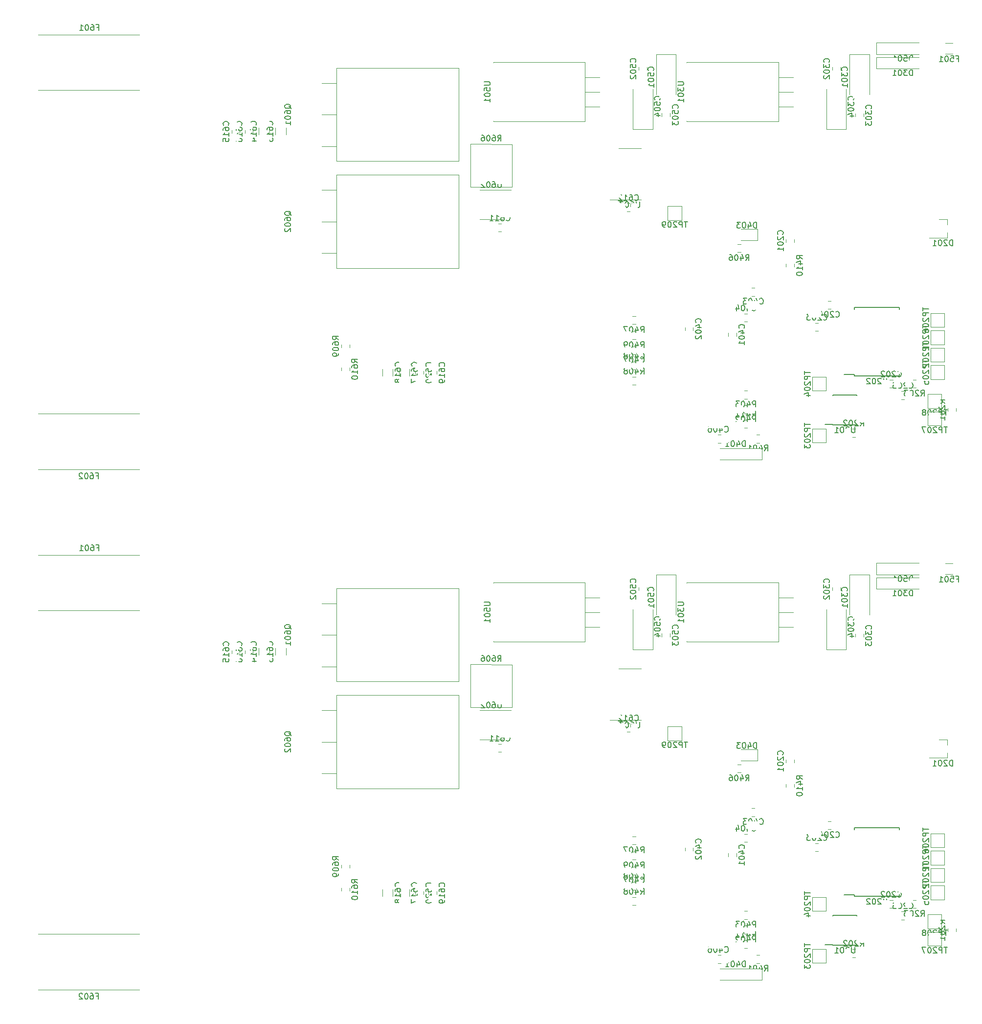
<source format=gbr>
G04 #@! TF.GenerationSoftware,KiCad,Pcbnew,5.1.4*
G04 #@! TF.CreationDate,2019-10-29T22:35:45-03:00*
G04 #@! TF.ProjectId,MCB19_panel,4d434231-395f-4706-916e-656c2e6b6963,rev?*
G04 #@! TF.SameCoordinates,Original*
G04 #@! TF.FileFunction,Legend,Bot*
G04 #@! TF.FilePolarity,Positive*
%FSLAX46Y46*%
G04 Gerber Fmt 4.6, Leading zero omitted, Abs format (unit mm)*
G04 Created by KiCad (PCBNEW 5.1.4) date 2019-10-29 22:35:45*
%MOMM*%
%LPD*%
G04 APERTURE LIST*
%ADD10C,0.120000*%
%ADD11C,0.150000*%
%ADD12C,10.600000*%
%ADD13C,0.900000*%
%ADD14C,0.100000*%
%ADD15C,1.150000*%
%ADD16C,1.425000*%
%ADD17C,0.600000*%
%ADD18R,5.000000X10.000000*%
%ADD19R,2.000000X6.400000*%
%ADD20R,2.000000X2.000000*%
%ADD21R,1.550000X0.600000*%
%ADD22R,3.300000X1.700000*%
%ADD23O,2.500000X1.600000*%
%ADD24R,2.500000X1.600000*%
%ADD25C,2.500000*%
%ADD26C,3.650000*%
%ADD27R,1.900000X0.800000*%
%ADD28R,16.000000X10.000000*%
%ADD29R,4.000000X1.905000*%
%ADD30C,2.250000*%
%ADD31O,1.700000X1.700000*%
%ADD32R,1.700000X1.700000*%
%ADD33R,4.000000X4.000000*%
%ADD34C,4.000000*%
%ADD35R,2.400000X2.400000*%
%ADD36C,2.400000*%
%ADD37C,10.599999*%
%ADD38C,5.000000*%
%ADD39O,4.500000X2.500000*%
%ADD40R,4.500000X2.500000*%
%ADD41O,3.600000X3.600000*%
%ADD42R,2.000000X0.600000*%
G04 APERTURE END LIST*
D10*
X169843748Y-164070000D02*
X170366252Y-164070000D01*
X169843748Y-162650000D02*
X170366252Y-162650000D01*
X108030000Y-130097936D02*
X108030000Y-131302064D01*
X109850000Y-130097936D02*
X109850000Y-131302064D01*
X145380000Y-145920000D02*
X143430000Y-145920000D01*
X145380000Y-145920000D02*
X147330000Y-145920000D01*
X145380000Y-140800000D02*
X143430000Y-140800000D01*
X145380000Y-140800000D02*
X148830000Y-140800000D01*
X169843748Y-169320000D02*
X170366252Y-169320000D01*
X169843748Y-167900000D02*
X170366252Y-167900000D01*
X105160000Y-130097936D02*
X105160000Y-131302064D01*
X106980000Y-130097936D02*
X106980000Y-131302064D01*
X87040000Y-179560000D02*
X87040000Y-182360000D01*
X87040000Y-186360000D02*
X87040000Y-189160000D01*
X64440000Y-186360000D02*
X64440000Y-189160000D01*
X64440000Y-189160000D02*
X87040000Y-189160000D01*
X64440000Y-179560000D02*
X87040000Y-179560000D01*
X64440000Y-179560000D02*
X64440000Y-182360000D01*
X148980000Y-132927000D02*
X141780000Y-132910000D01*
X141780000Y-132910000D02*
X141780000Y-140310000D01*
X141780000Y-140310000D02*
X148980000Y-140310000D01*
X148980000Y-140310000D02*
X148980000Y-132927000D01*
X100430000Y-130488748D02*
X100430000Y-131011252D01*
X101850000Y-130488748D02*
X101850000Y-131011252D01*
X203330000Y-173160000D02*
X200930000Y-173160000D01*
X203330000Y-175560000D02*
X203330000Y-173160000D01*
X200930000Y-175560000D02*
X203330000Y-175560000D01*
X200930000Y-173160000D02*
X200930000Y-175560000D01*
X223830000Y-168160000D02*
X221430000Y-168160000D01*
X223830000Y-170560000D02*
X223830000Y-168160000D01*
X221430000Y-170560000D02*
X223830000Y-170560000D01*
X221430000Y-168160000D02*
X221430000Y-170560000D01*
X223830000Y-165160000D02*
X221430000Y-165160000D01*
X223830000Y-167560000D02*
X223830000Y-165160000D01*
X221430000Y-167560000D02*
X223830000Y-167560000D01*
X221430000Y-165160000D02*
X221430000Y-167560000D01*
X203330000Y-182160000D02*
X200930000Y-182160000D01*
X203330000Y-184560000D02*
X203330000Y-182160000D01*
X200930000Y-184560000D02*
X203330000Y-184560000D01*
X200930000Y-182160000D02*
X200930000Y-184560000D01*
X175930000Y-143660000D02*
X175930000Y-146060000D01*
X178330000Y-143660000D02*
X175930000Y-143660000D01*
X178330000Y-146060000D02*
X178330000Y-143660000D01*
X175930000Y-146060000D02*
X178330000Y-146060000D01*
X220930000Y-176160000D02*
X220930000Y-178560000D01*
X223330000Y-176160000D02*
X220930000Y-176160000D01*
X223330000Y-178560000D02*
X223330000Y-176160000D01*
X220930000Y-178560000D02*
X223330000Y-178560000D01*
X220930000Y-181560000D02*
X223330000Y-181560000D01*
X223330000Y-181560000D02*
X223330000Y-179160000D01*
X223330000Y-179160000D02*
X220930000Y-179160000D01*
X220930000Y-179160000D02*
X220930000Y-181560000D01*
X223830000Y-162160000D02*
X221430000Y-162160000D01*
X223830000Y-164560000D02*
X223830000Y-162160000D01*
X221430000Y-164560000D02*
X223830000Y-164560000D01*
X221430000Y-162160000D02*
X221430000Y-164560000D01*
X223830000Y-171160000D02*
X221430000Y-171160000D01*
X223830000Y-173560000D02*
X223830000Y-171160000D01*
X221430000Y-173560000D02*
X223830000Y-173560000D01*
X221430000Y-171160000D02*
X221430000Y-173560000D01*
X189194748Y-175554000D02*
X189717252Y-175554000D01*
X189194748Y-176974000D02*
X189717252Y-176974000D01*
X189194748Y-178094000D02*
X189717252Y-178094000D01*
X189194748Y-179514000D02*
X189717252Y-179514000D01*
X191288748Y-183150000D02*
X191811252Y-183150000D01*
X191288748Y-184570000D02*
X191811252Y-184570000D01*
X225840000Y-178598748D02*
X225840000Y-179121252D01*
X224420000Y-178598748D02*
X224420000Y-179121252D01*
X208391252Y-183570000D02*
X207868748Y-183570000D01*
X208391252Y-182150000D02*
X207868748Y-182150000D01*
X218368748Y-173650000D02*
X218891252Y-173650000D01*
X218368748Y-175070000D02*
X218891252Y-175070000D01*
D11*
X204555000Y-181385000D02*
X203155000Y-181385000D01*
X204555000Y-176285000D02*
X208705000Y-176285000D01*
X204555000Y-181435000D02*
X208705000Y-181435000D01*
X204555000Y-176285000D02*
X204555000Y-176430000D01*
X208705000Y-176285000D02*
X208705000Y-176430000D01*
X208705000Y-181435000D02*
X208705000Y-181290000D01*
X204555000Y-181435000D02*
X204555000Y-181385000D01*
D10*
X212080000Y-115360000D02*
X219380000Y-115360000D01*
X212080000Y-117360000D02*
X212080000Y-115360000D01*
X219380000Y-117360000D02*
X212080000Y-117360000D01*
X192230000Y-187510000D02*
X184930000Y-187510000D01*
X192230000Y-185510000D02*
X192230000Y-187510000D01*
X184930000Y-185510000D02*
X192230000Y-185510000D01*
X174920000Y-128096252D02*
X174920000Y-127573748D01*
X176340000Y-128096252D02*
X176340000Y-127573748D01*
X172340000Y-119598748D02*
X172340000Y-120121252D01*
X170920000Y-119598748D02*
X170920000Y-120121252D01*
X185141252Y-184620000D02*
X184618748Y-184620000D01*
X185141252Y-183200000D02*
X184618748Y-183200000D01*
X189717252Y-163639000D02*
X189194748Y-163639000D01*
X189717252Y-162219000D02*
X189194748Y-162219000D01*
X190464748Y-157774000D02*
X190987252Y-157774000D01*
X190464748Y-159194000D02*
X190987252Y-159194000D01*
X178920000Y-165121252D02*
X178920000Y-164598748D01*
X180340000Y-165121252D02*
X180340000Y-164598748D01*
X186420000Y-166121252D02*
X186420000Y-165598748D01*
X187840000Y-166121252D02*
X187840000Y-165598748D01*
X216891252Y-177070000D02*
X216368748Y-177070000D01*
X216891252Y-175650000D02*
X216368748Y-175650000D01*
X203642748Y-160016000D02*
X204165252Y-160016000D01*
X203642748Y-161436000D02*
X204165252Y-161436000D01*
X202015252Y-165246000D02*
X201492748Y-165246000D01*
X202015252Y-163826000D02*
X201492748Y-163826000D01*
X214891252Y-175070000D02*
X214368748Y-175070000D01*
X214891252Y-173650000D02*
X214368748Y-173650000D01*
X197840000Y-149363748D02*
X197840000Y-149886252D01*
X196420000Y-149363748D02*
X196420000Y-149886252D01*
X224027936Y-115450000D02*
X225232064Y-115450000D01*
X224027936Y-117270000D02*
X225232064Y-117270000D01*
X224340000Y-145930000D02*
X224340000Y-146860000D01*
X224340000Y-149090000D02*
X224340000Y-148160000D01*
X224340000Y-149090000D02*
X221180000Y-149090000D01*
X224340000Y-145930000D02*
X222880000Y-145930000D01*
X161624000Y-118740000D02*
X161624000Y-128980000D01*
X145734000Y-118740000D02*
X145734000Y-128980000D01*
X145734000Y-118740000D02*
X161624000Y-118740000D01*
X145734000Y-128980000D02*
X161624000Y-128980000D01*
X161624000Y-121320000D02*
X164164000Y-121320000D01*
X161624000Y-123860000D02*
X164164000Y-123860000D01*
X161624000Y-126400000D02*
X164164000Y-126400000D01*
X173340000Y-123360000D02*
X173340000Y-130295000D01*
X173340000Y-130295000D02*
X169920000Y-130295000D01*
X169920000Y-130295000D02*
X169920000Y-123360000D01*
X177340000Y-117375000D02*
X177340000Y-124310000D01*
X173920000Y-117375000D02*
X177340000Y-117375000D01*
X173920000Y-124310000D02*
X173920000Y-117375000D01*
X188043748Y-150200000D02*
X188566252Y-150200000D01*
X188043748Y-151620000D02*
X188566252Y-151620000D01*
X191490000Y-149570000D02*
X188630000Y-149570000D01*
X191490000Y-147650000D02*
X191490000Y-149570000D01*
X188630000Y-147650000D02*
X191490000Y-147650000D01*
X196420000Y-154146252D02*
X196420000Y-153623748D01*
X197840000Y-154146252D02*
X197840000Y-153623748D01*
X195124000Y-126400000D02*
X197664000Y-126400000D01*
X195124000Y-123860000D02*
X197664000Y-123860000D01*
X195124000Y-121320000D02*
X197664000Y-121320000D01*
X179234000Y-128980000D02*
X195124000Y-128980000D01*
X179234000Y-118740000D02*
X195124000Y-118740000D01*
X179234000Y-118740000D02*
X179234000Y-128980000D01*
X195124000Y-118740000D02*
X195124000Y-128980000D01*
X212080000Y-117860000D02*
X219380000Y-117860000D01*
X212080000Y-119860000D02*
X212080000Y-117860000D01*
X219380000Y-119860000D02*
X212080000Y-119860000D01*
X210840000Y-117375000D02*
X210840000Y-124310000D01*
X207420000Y-117375000D02*
X210840000Y-117375000D01*
X207420000Y-124310000D02*
X207420000Y-117375000D01*
X206840000Y-123410000D02*
X206840000Y-130345000D01*
X206840000Y-130345000D02*
X203420000Y-130345000D01*
X203420000Y-130345000D02*
X203420000Y-123410000D01*
X205840000Y-119598748D02*
X205840000Y-120121252D01*
X204420000Y-119598748D02*
X204420000Y-120121252D01*
X209840000Y-128146252D02*
X209840000Y-127623748D01*
X208420000Y-128146252D02*
X208420000Y-127623748D01*
X170366252Y-170525000D02*
X169843748Y-170525000D01*
X170366252Y-171945000D02*
X169843748Y-171945000D01*
X116030000Y-133260000D02*
X118590000Y-133260000D01*
X116030000Y-127810000D02*
X118590000Y-127810000D01*
X116030000Y-122360000D02*
X118590000Y-122360000D01*
X118590000Y-135880000D02*
X139780000Y-135880000D01*
X118590000Y-119740000D02*
X139780000Y-119740000D01*
X139780000Y-119740000D02*
X139780000Y-135880000D01*
X118590000Y-119740000D02*
X118590000Y-135880000D01*
X120840000Y-172096252D02*
X120840000Y-171573748D01*
X119420000Y-172096252D02*
X119420000Y-171573748D01*
X189691252Y-182020000D02*
X189168748Y-182020000D01*
X189691252Y-180600000D02*
X189168748Y-180600000D01*
X169380000Y-133675000D02*
X171330000Y-133675000D01*
X169380000Y-133675000D02*
X167430000Y-133675000D01*
X169380000Y-142545000D02*
X171330000Y-142545000D01*
X169380000Y-142545000D02*
X165930000Y-142545000D01*
D11*
X208284000Y-172776000D02*
X206459000Y-172776000D01*
X208284000Y-161126000D02*
X216034000Y-161126000D01*
X208284000Y-173026000D02*
X216034000Y-173026000D01*
X208284000Y-161126000D02*
X208284000Y-161471000D01*
X216034000Y-161126000D02*
X216034000Y-161471000D01*
X216034000Y-173026000D02*
X216034000Y-172681000D01*
X208284000Y-173026000D02*
X208284000Y-172776000D01*
D10*
X170366252Y-173150000D02*
X169843748Y-173150000D01*
X170366252Y-174570000D02*
X169843748Y-174570000D01*
X169843748Y-166695000D02*
X170366252Y-166695000D01*
X169843748Y-165275000D02*
X170366252Y-165275000D01*
X116030000Y-151760000D02*
X118590000Y-151760000D01*
X116030000Y-146310000D02*
X118590000Y-146310000D01*
X116030000Y-140860000D02*
X118590000Y-140860000D01*
X118590000Y-154380000D02*
X139780000Y-154380000D01*
X118590000Y-138240000D02*
X139780000Y-138240000D01*
X139780000Y-138240000D02*
X139780000Y-154380000D01*
X118590000Y-138240000D02*
X118590000Y-154380000D01*
X147141252Y-146650000D02*
X146618748Y-146650000D01*
X147141252Y-148070000D02*
X146618748Y-148070000D01*
X119420000Y-167598748D02*
X119420000Y-168121252D01*
X120840000Y-167598748D02*
X120840000Y-168121252D01*
X169366252Y-143150000D02*
X168843748Y-143150000D01*
X169366252Y-144570000D02*
X168843748Y-144570000D01*
X64440000Y-123570000D02*
X64440000Y-120770000D01*
X64440000Y-116770000D02*
X64440000Y-113970000D01*
X87040000Y-116770000D02*
X87040000Y-113970000D01*
X87040000Y-113970000D02*
X64440000Y-113970000D01*
X87040000Y-123570000D02*
X64440000Y-123570000D01*
X87040000Y-123570000D02*
X87040000Y-120770000D01*
X133644999Y-172701252D02*
X133644999Y-172178748D01*
X132224999Y-172701252D02*
X132224999Y-172178748D01*
X135940000Y-172701252D02*
X135940000Y-172178748D01*
X134520000Y-172701252D02*
X134520000Y-172178748D01*
X128340000Y-173012064D02*
X128340000Y-171807936D01*
X126520000Y-173012064D02*
X126520000Y-171807936D01*
X131210000Y-173012064D02*
X131210000Y-171807936D01*
X129390000Y-173012064D02*
X129390000Y-171807936D01*
X102725001Y-130488748D02*
X102725001Y-131011252D01*
X104145001Y-130488748D02*
X104145001Y-131011252D01*
X64440000Y-89560000D02*
X64440000Y-92360000D01*
X64440000Y-89560000D02*
X87040000Y-89560000D01*
X64440000Y-99160000D02*
X87040000Y-99160000D01*
X64440000Y-96360000D02*
X64440000Y-99160000D01*
X87040000Y-96360000D02*
X87040000Y-99160000D01*
X87040000Y-89560000D02*
X87040000Y-92360000D01*
X87040000Y-33570000D02*
X87040000Y-30770000D01*
X87040000Y-33570000D02*
X64440000Y-33570000D01*
X87040000Y-23970000D02*
X64440000Y-23970000D01*
X87040000Y-26770000D02*
X87040000Y-23970000D01*
X64440000Y-26770000D02*
X64440000Y-23970000D01*
X64440000Y-33570000D02*
X64440000Y-30770000D01*
X132224999Y-82701252D02*
X132224999Y-82178748D01*
X133644999Y-82701252D02*
X133644999Y-82178748D01*
X134520000Y-82701252D02*
X134520000Y-82178748D01*
X135940000Y-82701252D02*
X135940000Y-82178748D01*
X126520000Y-83012064D02*
X126520000Y-81807936D01*
X128340000Y-83012064D02*
X128340000Y-81807936D01*
X129390000Y-83012064D02*
X129390000Y-81807936D01*
X131210000Y-83012064D02*
X131210000Y-81807936D01*
X104145001Y-40488748D02*
X104145001Y-41011252D01*
X102725001Y-40488748D02*
X102725001Y-41011252D01*
X101850000Y-40488748D02*
X101850000Y-41011252D01*
X100430000Y-40488748D02*
X100430000Y-41011252D01*
X106980000Y-40097936D02*
X106980000Y-41302064D01*
X105160000Y-40097936D02*
X105160000Y-41302064D01*
X109850000Y-40097936D02*
X109850000Y-41302064D01*
X108030000Y-40097936D02*
X108030000Y-41302064D01*
X145380000Y-50800000D02*
X148830000Y-50800000D01*
X145380000Y-50800000D02*
X143430000Y-50800000D01*
X145380000Y-55920000D02*
X147330000Y-55920000D01*
X145380000Y-55920000D02*
X143430000Y-55920000D01*
X148980000Y-50310000D02*
X148980000Y-42927000D01*
X141780000Y-50310000D02*
X148980000Y-50310000D01*
X141780000Y-42910000D02*
X141780000Y-50310000D01*
X148980000Y-42927000D02*
X141780000Y-42910000D01*
D11*
X208284000Y-83026000D02*
X208284000Y-82776000D01*
X216034000Y-83026000D02*
X216034000Y-82681000D01*
X216034000Y-71126000D02*
X216034000Y-71471000D01*
X208284000Y-71126000D02*
X208284000Y-71471000D01*
X208284000Y-83026000D02*
X216034000Y-83026000D01*
X208284000Y-71126000D02*
X216034000Y-71126000D01*
X208284000Y-82776000D02*
X206459000Y-82776000D01*
D10*
X169843748Y-77900000D02*
X170366252Y-77900000D01*
X169843748Y-79320000D02*
X170366252Y-79320000D01*
X169366252Y-54570000D02*
X168843748Y-54570000D01*
X169366252Y-53150000D02*
X168843748Y-53150000D01*
X147141252Y-58070000D02*
X146618748Y-58070000D01*
X147141252Y-56650000D02*
X146618748Y-56650000D01*
X118590000Y-29740000D02*
X118590000Y-45880000D01*
X139780000Y-29740000D02*
X139780000Y-45880000D01*
X118590000Y-29740000D02*
X139780000Y-29740000D01*
X118590000Y-45880000D02*
X139780000Y-45880000D01*
X116030000Y-32360000D02*
X118590000Y-32360000D01*
X116030000Y-37810000D02*
X118590000Y-37810000D01*
X116030000Y-43260000D02*
X118590000Y-43260000D01*
X118590000Y-48240000D02*
X118590000Y-64380000D01*
X139780000Y-48240000D02*
X139780000Y-64380000D01*
X118590000Y-48240000D02*
X139780000Y-48240000D01*
X118590000Y-64380000D02*
X139780000Y-64380000D01*
X116030000Y-50860000D02*
X118590000Y-50860000D01*
X116030000Y-56310000D02*
X118590000Y-56310000D01*
X116030000Y-61760000D02*
X118590000Y-61760000D01*
X169380000Y-52545000D02*
X165930000Y-52545000D01*
X169380000Y-52545000D02*
X171330000Y-52545000D01*
X169380000Y-43675000D02*
X167430000Y-43675000D01*
X169380000Y-43675000D02*
X171330000Y-43675000D01*
X119420000Y-82096252D02*
X119420000Y-81573748D01*
X120840000Y-82096252D02*
X120840000Y-81573748D01*
X120840000Y-77598748D02*
X120840000Y-78121252D01*
X119420000Y-77598748D02*
X119420000Y-78121252D01*
X169843748Y-75275000D02*
X170366252Y-75275000D01*
X169843748Y-76695000D02*
X170366252Y-76695000D01*
X170366252Y-84570000D02*
X169843748Y-84570000D01*
X170366252Y-83150000D02*
X169843748Y-83150000D01*
X169843748Y-72650000D02*
X170366252Y-72650000D01*
X169843748Y-74070000D02*
X170366252Y-74070000D01*
X170366252Y-81945000D02*
X169843748Y-81945000D01*
X170366252Y-80525000D02*
X169843748Y-80525000D01*
X208420000Y-38146252D02*
X208420000Y-37623748D01*
X209840000Y-38146252D02*
X209840000Y-37623748D01*
X204420000Y-29598748D02*
X204420000Y-30121252D01*
X205840000Y-29598748D02*
X205840000Y-30121252D01*
X203420000Y-40345000D02*
X203420000Y-33410000D01*
X206840000Y-40345000D02*
X203420000Y-40345000D01*
X206840000Y-33410000D02*
X206840000Y-40345000D01*
X207420000Y-34310000D02*
X207420000Y-27375000D01*
X207420000Y-27375000D02*
X210840000Y-27375000D01*
X210840000Y-27375000D02*
X210840000Y-34310000D01*
X219380000Y-29860000D02*
X212080000Y-29860000D01*
X212080000Y-29860000D02*
X212080000Y-27860000D01*
X212080000Y-27860000D02*
X219380000Y-27860000D01*
X195124000Y-28740000D02*
X195124000Y-38980000D01*
X179234000Y-28740000D02*
X179234000Y-38980000D01*
X179234000Y-28740000D02*
X195124000Y-28740000D01*
X179234000Y-38980000D02*
X195124000Y-38980000D01*
X195124000Y-31320000D02*
X197664000Y-31320000D01*
X195124000Y-33860000D02*
X197664000Y-33860000D01*
X195124000Y-36400000D02*
X197664000Y-36400000D01*
X189691252Y-90600000D02*
X189168748Y-90600000D01*
X189691252Y-92020000D02*
X189168748Y-92020000D01*
X197840000Y-64146252D02*
X197840000Y-63623748D01*
X196420000Y-64146252D02*
X196420000Y-63623748D01*
X188630000Y-57650000D02*
X191490000Y-57650000D01*
X191490000Y-57650000D02*
X191490000Y-59570000D01*
X191490000Y-59570000D02*
X188630000Y-59570000D01*
X188043748Y-61620000D02*
X188566252Y-61620000D01*
X188043748Y-60200000D02*
X188566252Y-60200000D01*
X173920000Y-34310000D02*
X173920000Y-27375000D01*
X173920000Y-27375000D02*
X177340000Y-27375000D01*
X177340000Y-27375000D02*
X177340000Y-34310000D01*
X169920000Y-40295000D02*
X169920000Y-33360000D01*
X173340000Y-40295000D02*
X169920000Y-40295000D01*
X173340000Y-33360000D02*
X173340000Y-40295000D01*
X161624000Y-36400000D02*
X164164000Y-36400000D01*
X161624000Y-33860000D02*
X164164000Y-33860000D01*
X161624000Y-31320000D02*
X164164000Y-31320000D01*
X145734000Y-38980000D02*
X161624000Y-38980000D01*
X145734000Y-28740000D02*
X161624000Y-28740000D01*
X145734000Y-28740000D02*
X145734000Y-38980000D01*
X161624000Y-28740000D02*
X161624000Y-38980000D01*
X224340000Y-55930000D02*
X222880000Y-55930000D01*
X224340000Y-59090000D02*
X221180000Y-59090000D01*
X224340000Y-59090000D02*
X224340000Y-58160000D01*
X224340000Y-55930000D02*
X224340000Y-56860000D01*
X224027936Y-27270000D02*
X225232064Y-27270000D01*
X224027936Y-25450000D02*
X225232064Y-25450000D01*
X196420000Y-59363748D02*
X196420000Y-59886252D01*
X197840000Y-59363748D02*
X197840000Y-59886252D01*
X214891252Y-83650000D02*
X214368748Y-83650000D01*
X214891252Y-85070000D02*
X214368748Y-85070000D01*
X202015252Y-73826000D02*
X201492748Y-73826000D01*
X202015252Y-75246000D02*
X201492748Y-75246000D01*
X203642748Y-71436000D02*
X204165252Y-71436000D01*
X203642748Y-70016000D02*
X204165252Y-70016000D01*
X216891252Y-85650000D02*
X216368748Y-85650000D01*
X216891252Y-87070000D02*
X216368748Y-87070000D01*
X187840000Y-76121252D02*
X187840000Y-75598748D01*
X186420000Y-76121252D02*
X186420000Y-75598748D01*
X180340000Y-75121252D02*
X180340000Y-74598748D01*
X178920000Y-75121252D02*
X178920000Y-74598748D01*
X190464748Y-69194000D02*
X190987252Y-69194000D01*
X190464748Y-67774000D02*
X190987252Y-67774000D01*
X189717252Y-72219000D02*
X189194748Y-72219000D01*
X189717252Y-73639000D02*
X189194748Y-73639000D01*
X185141252Y-93200000D02*
X184618748Y-93200000D01*
X185141252Y-94620000D02*
X184618748Y-94620000D01*
X170920000Y-29598748D02*
X170920000Y-30121252D01*
X172340000Y-29598748D02*
X172340000Y-30121252D01*
X176340000Y-38096252D02*
X176340000Y-37573748D01*
X174920000Y-38096252D02*
X174920000Y-37573748D01*
X184930000Y-95510000D02*
X192230000Y-95510000D01*
X192230000Y-95510000D02*
X192230000Y-97510000D01*
X192230000Y-97510000D02*
X184930000Y-97510000D01*
X219380000Y-27360000D02*
X212080000Y-27360000D01*
X212080000Y-27360000D02*
X212080000Y-25360000D01*
X212080000Y-25360000D02*
X219380000Y-25360000D01*
D11*
X204555000Y-91435000D02*
X204555000Y-91385000D01*
X208705000Y-91435000D02*
X208705000Y-91290000D01*
X208705000Y-86285000D02*
X208705000Y-86430000D01*
X204555000Y-86285000D02*
X204555000Y-86430000D01*
X204555000Y-91435000D02*
X208705000Y-91435000D01*
X204555000Y-86285000D02*
X208705000Y-86285000D01*
X204555000Y-91385000D02*
X203155000Y-91385000D01*
D10*
X218368748Y-85070000D02*
X218891252Y-85070000D01*
X218368748Y-83650000D02*
X218891252Y-83650000D01*
X208391252Y-92150000D02*
X207868748Y-92150000D01*
X208391252Y-93570000D02*
X207868748Y-93570000D01*
X224420000Y-88598748D02*
X224420000Y-89121252D01*
X225840000Y-88598748D02*
X225840000Y-89121252D01*
X191288748Y-94570000D02*
X191811252Y-94570000D01*
X191288748Y-93150000D02*
X191811252Y-93150000D01*
X189194748Y-89514000D02*
X189717252Y-89514000D01*
X189194748Y-88094000D02*
X189717252Y-88094000D01*
X189194748Y-86974000D02*
X189717252Y-86974000D01*
X189194748Y-85554000D02*
X189717252Y-85554000D01*
X221430000Y-81160000D02*
X221430000Y-83560000D01*
X221430000Y-83560000D02*
X223830000Y-83560000D01*
X223830000Y-83560000D02*
X223830000Y-81160000D01*
X223830000Y-81160000D02*
X221430000Y-81160000D01*
X221430000Y-72160000D02*
X221430000Y-74560000D01*
X221430000Y-74560000D02*
X223830000Y-74560000D01*
X223830000Y-74560000D02*
X223830000Y-72160000D01*
X223830000Y-72160000D02*
X221430000Y-72160000D01*
X220930000Y-89160000D02*
X220930000Y-91560000D01*
X223330000Y-89160000D02*
X220930000Y-89160000D01*
X223330000Y-91560000D02*
X223330000Y-89160000D01*
X220930000Y-91560000D02*
X223330000Y-91560000D01*
X220930000Y-88560000D02*
X223330000Y-88560000D01*
X223330000Y-88560000D02*
X223330000Y-86160000D01*
X223330000Y-86160000D02*
X220930000Y-86160000D01*
X220930000Y-86160000D02*
X220930000Y-88560000D01*
X175930000Y-56060000D02*
X178330000Y-56060000D01*
X178330000Y-56060000D02*
X178330000Y-53660000D01*
X178330000Y-53660000D02*
X175930000Y-53660000D01*
X175930000Y-53660000D02*
X175930000Y-56060000D01*
X200930000Y-92160000D02*
X200930000Y-94560000D01*
X200930000Y-94560000D02*
X203330000Y-94560000D01*
X203330000Y-94560000D02*
X203330000Y-92160000D01*
X203330000Y-92160000D02*
X200930000Y-92160000D01*
X221430000Y-75160000D02*
X221430000Y-77560000D01*
X221430000Y-77560000D02*
X223830000Y-77560000D01*
X223830000Y-77560000D02*
X223830000Y-75160000D01*
X223830000Y-75160000D02*
X221430000Y-75160000D01*
X221430000Y-78160000D02*
X221430000Y-80560000D01*
X221430000Y-80560000D02*
X223830000Y-80560000D01*
X223830000Y-80560000D02*
X223830000Y-78160000D01*
X223830000Y-78160000D02*
X221430000Y-78160000D01*
X200930000Y-83160000D02*
X200930000Y-85560000D01*
X200930000Y-85560000D02*
X203330000Y-85560000D01*
X203330000Y-85560000D02*
X203330000Y-83160000D01*
X203330000Y-83160000D02*
X200930000Y-83160000D01*
D11*
X171224047Y-165462380D02*
X171557380Y-164986190D01*
X171795476Y-165462380D02*
X171795476Y-164462380D01*
X171414523Y-164462380D01*
X171319285Y-164510000D01*
X171271666Y-164557619D01*
X171224047Y-164652857D01*
X171224047Y-164795714D01*
X171271666Y-164890952D01*
X171319285Y-164938571D01*
X171414523Y-164986190D01*
X171795476Y-164986190D01*
X170366904Y-164795714D02*
X170366904Y-165462380D01*
X170605000Y-164414761D02*
X170843095Y-165129047D01*
X170224047Y-165129047D01*
X169652619Y-164462380D02*
X169557380Y-164462380D01*
X169462142Y-164510000D01*
X169414523Y-164557619D01*
X169366904Y-164652857D01*
X169319285Y-164843333D01*
X169319285Y-165081428D01*
X169366904Y-165271904D01*
X169414523Y-165367142D01*
X169462142Y-165414761D01*
X169557380Y-165462380D01*
X169652619Y-165462380D01*
X169747857Y-165414761D01*
X169795476Y-165367142D01*
X169843095Y-165271904D01*
X169890714Y-165081428D01*
X169890714Y-164843333D01*
X169843095Y-164652857D01*
X169795476Y-164557619D01*
X169747857Y-164510000D01*
X169652619Y-164462380D01*
X168985952Y-164462380D02*
X168319285Y-164462380D01*
X168747857Y-165462380D01*
X107477142Y-129580952D02*
X107524761Y-129533333D01*
X107572380Y-129390476D01*
X107572380Y-129295238D01*
X107524761Y-129152380D01*
X107429523Y-129057142D01*
X107334285Y-129009523D01*
X107143809Y-128961904D01*
X107000952Y-128961904D01*
X106810476Y-129009523D01*
X106715238Y-129057142D01*
X106620000Y-129152380D01*
X106572380Y-129295238D01*
X106572380Y-129390476D01*
X106620000Y-129533333D01*
X106667619Y-129580952D01*
X106572380Y-130438095D02*
X106572380Y-130247619D01*
X106620000Y-130152380D01*
X106667619Y-130104761D01*
X106810476Y-130009523D01*
X107000952Y-129961904D01*
X107381904Y-129961904D01*
X107477142Y-130009523D01*
X107524761Y-130057142D01*
X107572380Y-130152380D01*
X107572380Y-130342857D01*
X107524761Y-130438095D01*
X107477142Y-130485714D01*
X107381904Y-130533333D01*
X107143809Y-130533333D01*
X107048571Y-130485714D01*
X107000952Y-130438095D01*
X106953333Y-130342857D01*
X106953333Y-130152380D01*
X107000952Y-130057142D01*
X107048571Y-130009523D01*
X107143809Y-129961904D01*
X107572380Y-131485714D02*
X107572380Y-130914285D01*
X107572380Y-131200000D02*
X106572380Y-131200000D01*
X106715238Y-131104761D01*
X106810476Y-131009523D01*
X106858095Y-130914285D01*
X106572380Y-131819047D02*
X106572380Y-132438095D01*
X106953333Y-132104761D01*
X106953333Y-132247619D01*
X107000952Y-132342857D01*
X107048571Y-132390476D01*
X107143809Y-132438095D01*
X107381904Y-132438095D01*
X107477142Y-132390476D01*
X107524761Y-132342857D01*
X107572380Y-132247619D01*
X107572380Y-131961904D01*
X107524761Y-131866666D01*
X107477142Y-131819047D01*
X147094285Y-139412380D02*
X147094285Y-140221904D01*
X147046666Y-140317142D01*
X146999047Y-140364761D01*
X146903809Y-140412380D01*
X146713333Y-140412380D01*
X146618095Y-140364761D01*
X146570476Y-140317142D01*
X146522857Y-140221904D01*
X146522857Y-139412380D01*
X145618095Y-139412380D02*
X145808571Y-139412380D01*
X145903809Y-139460000D01*
X145951428Y-139507619D01*
X146046666Y-139650476D01*
X146094285Y-139840952D01*
X146094285Y-140221904D01*
X146046666Y-140317142D01*
X145999047Y-140364761D01*
X145903809Y-140412380D01*
X145713333Y-140412380D01*
X145618095Y-140364761D01*
X145570476Y-140317142D01*
X145522857Y-140221904D01*
X145522857Y-139983809D01*
X145570476Y-139888571D01*
X145618095Y-139840952D01*
X145713333Y-139793333D01*
X145903809Y-139793333D01*
X145999047Y-139840952D01*
X146046666Y-139888571D01*
X146094285Y-139983809D01*
X144903809Y-139412380D02*
X144808571Y-139412380D01*
X144713333Y-139460000D01*
X144665714Y-139507619D01*
X144618095Y-139602857D01*
X144570476Y-139793333D01*
X144570476Y-140031428D01*
X144618095Y-140221904D01*
X144665714Y-140317142D01*
X144713333Y-140364761D01*
X144808571Y-140412380D01*
X144903809Y-140412380D01*
X144999047Y-140364761D01*
X145046666Y-140317142D01*
X145094285Y-140221904D01*
X145141904Y-140031428D01*
X145141904Y-139793333D01*
X145094285Y-139602857D01*
X145046666Y-139507619D01*
X144999047Y-139460000D01*
X144903809Y-139412380D01*
X144189523Y-139507619D02*
X144141904Y-139460000D01*
X144046666Y-139412380D01*
X143808571Y-139412380D01*
X143713333Y-139460000D01*
X143665714Y-139507619D01*
X143618095Y-139602857D01*
X143618095Y-139698095D01*
X143665714Y-139840952D01*
X144237142Y-140412380D01*
X143618095Y-140412380D01*
X171224047Y-170617142D02*
X171271666Y-170664761D01*
X171414523Y-170712380D01*
X171509761Y-170712380D01*
X171652619Y-170664761D01*
X171747857Y-170569523D01*
X171795476Y-170474285D01*
X171843095Y-170283809D01*
X171843095Y-170140952D01*
X171795476Y-169950476D01*
X171747857Y-169855238D01*
X171652619Y-169760000D01*
X171509761Y-169712380D01*
X171414523Y-169712380D01*
X171271666Y-169760000D01*
X171224047Y-169807619D01*
X170366904Y-170045714D02*
X170366904Y-170712380D01*
X170605000Y-169664761D02*
X170843095Y-170379047D01*
X170224047Y-170379047D01*
X169652619Y-169712380D02*
X169557380Y-169712380D01*
X169462142Y-169760000D01*
X169414523Y-169807619D01*
X169366904Y-169902857D01*
X169319285Y-170093333D01*
X169319285Y-170331428D01*
X169366904Y-170521904D01*
X169414523Y-170617142D01*
X169462142Y-170664761D01*
X169557380Y-170712380D01*
X169652619Y-170712380D01*
X169747857Y-170664761D01*
X169795476Y-170617142D01*
X169843095Y-170521904D01*
X169890714Y-170331428D01*
X169890714Y-170093333D01*
X169843095Y-169902857D01*
X169795476Y-169807619D01*
X169747857Y-169760000D01*
X169652619Y-169712380D01*
X168985952Y-169712380D02*
X168319285Y-169712380D01*
X168747857Y-170712380D01*
X104607142Y-129580952D02*
X104654761Y-129533333D01*
X104702380Y-129390476D01*
X104702380Y-129295238D01*
X104654761Y-129152380D01*
X104559523Y-129057142D01*
X104464285Y-129009523D01*
X104273809Y-128961904D01*
X104130952Y-128961904D01*
X103940476Y-129009523D01*
X103845238Y-129057142D01*
X103750000Y-129152380D01*
X103702380Y-129295238D01*
X103702380Y-129390476D01*
X103750000Y-129533333D01*
X103797619Y-129580952D01*
X103702380Y-130438095D02*
X103702380Y-130247619D01*
X103750000Y-130152380D01*
X103797619Y-130104761D01*
X103940476Y-130009523D01*
X104130952Y-129961904D01*
X104511904Y-129961904D01*
X104607142Y-130009523D01*
X104654761Y-130057142D01*
X104702380Y-130152380D01*
X104702380Y-130342857D01*
X104654761Y-130438095D01*
X104607142Y-130485714D01*
X104511904Y-130533333D01*
X104273809Y-130533333D01*
X104178571Y-130485714D01*
X104130952Y-130438095D01*
X104083333Y-130342857D01*
X104083333Y-130152380D01*
X104130952Y-130057142D01*
X104178571Y-130009523D01*
X104273809Y-129961904D01*
X104702380Y-131485714D02*
X104702380Y-130914285D01*
X104702380Y-131200000D02*
X103702380Y-131200000D01*
X103845238Y-131104761D01*
X103940476Y-131009523D01*
X103988095Y-130914285D01*
X104035714Y-132342857D02*
X104702380Y-132342857D01*
X103654761Y-132104761D02*
X104369047Y-131866666D01*
X104369047Y-132485714D01*
X76975714Y-190288571D02*
X77309047Y-190288571D01*
X77309047Y-190812380D02*
X77309047Y-189812380D01*
X76832857Y-189812380D01*
X76023333Y-189812380D02*
X76213809Y-189812380D01*
X76309047Y-189860000D01*
X76356666Y-189907619D01*
X76451904Y-190050476D01*
X76499523Y-190240952D01*
X76499523Y-190621904D01*
X76451904Y-190717142D01*
X76404285Y-190764761D01*
X76309047Y-190812380D01*
X76118571Y-190812380D01*
X76023333Y-190764761D01*
X75975714Y-190717142D01*
X75928095Y-190621904D01*
X75928095Y-190383809D01*
X75975714Y-190288571D01*
X76023333Y-190240952D01*
X76118571Y-190193333D01*
X76309047Y-190193333D01*
X76404285Y-190240952D01*
X76451904Y-190288571D01*
X76499523Y-190383809D01*
X75309047Y-189812380D02*
X75213809Y-189812380D01*
X75118571Y-189860000D01*
X75070952Y-189907619D01*
X75023333Y-190002857D01*
X74975714Y-190193333D01*
X74975714Y-190431428D01*
X75023333Y-190621904D01*
X75070952Y-190717142D01*
X75118571Y-190764761D01*
X75213809Y-190812380D01*
X75309047Y-190812380D01*
X75404285Y-190764761D01*
X75451904Y-190717142D01*
X75499523Y-190621904D01*
X75547142Y-190431428D01*
X75547142Y-190193333D01*
X75499523Y-190002857D01*
X75451904Y-189907619D01*
X75404285Y-189860000D01*
X75309047Y-189812380D01*
X74594761Y-189907619D02*
X74547142Y-189860000D01*
X74451904Y-189812380D01*
X74213809Y-189812380D01*
X74118571Y-189860000D01*
X74070952Y-189907619D01*
X74023333Y-190002857D01*
X74023333Y-190098095D01*
X74070952Y-190240952D01*
X74642380Y-190812380D01*
X74023333Y-190812380D01*
X146499047Y-132362380D02*
X146832380Y-131886190D01*
X147070476Y-132362380D02*
X147070476Y-131362380D01*
X146689523Y-131362380D01*
X146594285Y-131410000D01*
X146546666Y-131457619D01*
X146499047Y-131552857D01*
X146499047Y-131695714D01*
X146546666Y-131790952D01*
X146594285Y-131838571D01*
X146689523Y-131886190D01*
X147070476Y-131886190D01*
X145641904Y-131362380D02*
X145832380Y-131362380D01*
X145927619Y-131410000D01*
X145975238Y-131457619D01*
X146070476Y-131600476D01*
X146118095Y-131790952D01*
X146118095Y-132171904D01*
X146070476Y-132267142D01*
X146022857Y-132314761D01*
X145927619Y-132362380D01*
X145737142Y-132362380D01*
X145641904Y-132314761D01*
X145594285Y-132267142D01*
X145546666Y-132171904D01*
X145546666Y-131933809D01*
X145594285Y-131838571D01*
X145641904Y-131790952D01*
X145737142Y-131743333D01*
X145927619Y-131743333D01*
X146022857Y-131790952D01*
X146070476Y-131838571D01*
X146118095Y-131933809D01*
X144927619Y-131362380D02*
X144832380Y-131362380D01*
X144737142Y-131410000D01*
X144689523Y-131457619D01*
X144641904Y-131552857D01*
X144594285Y-131743333D01*
X144594285Y-131981428D01*
X144641904Y-132171904D01*
X144689523Y-132267142D01*
X144737142Y-132314761D01*
X144832380Y-132362380D01*
X144927619Y-132362380D01*
X145022857Y-132314761D01*
X145070476Y-132267142D01*
X145118095Y-132171904D01*
X145165714Y-131981428D01*
X145165714Y-131743333D01*
X145118095Y-131552857D01*
X145070476Y-131457619D01*
X145022857Y-131410000D01*
X144927619Y-131362380D01*
X143737142Y-131362380D02*
X143927619Y-131362380D01*
X144022857Y-131410000D01*
X144070476Y-131457619D01*
X144165714Y-131600476D01*
X144213333Y-131790952D01*
X144213333Y-132171904D01*
X144165714Y-132267142D01*
X144118095Y-132314761D01*
X144022857Y-132362380D01*
X143832380Y-132362380D01*
X143737142Y-132314761D01*
X143689523Y-132267142D01*
X143641904Y-132171904D01*
X143641904Y-131933809D01*
X143689523Y-131838571D01*
X143737142Y-131790952D01*
X143832380Y-131743333D01*
X144022857Y-131743333D01*
X144118095Y-131790952D01*
X144165714Y-131838571D01*
X144213333Y-131933809D01*
X99847142Y-129630952D02*
X99894761Y-129583333D01*
X99942380Y-129440476D01*
X99942380Y-129345238D01*
X99894761Y-129202380D01*
X99799523Y-129107142D01*
X99704285Y-129059523D01*
X99513809Y-129011904D01*
X99370952Y-129011904D01*
X99180476Y-129059523D01*
X99085238Y-129107142D01*
X98990000Y-129202380D01*
X98942380Y-129345238D01*
X98942380Y-129440476D01*
X98990000Y-129583333D01*
X99037619Y-129630952D01*
X98942380Y-130488095D02*
X98942380Y-130297619D01*
X98990000Y-130202380D01*
X99037619Y-130154761D01*
X99180476Y-130059523D01*
X99370952Y-130011904D01*
X99751904Y-130011904D01*
X99847142Y-130059523D01*
X99894761Y-130107142D01*
X99942380Y-130202380D01*
X99942380Y-130392857D01*
X99894761Y-130488095D01*
X99847142Y-130535714D01*
X99751904Y-130583333D01*
X99513809Y-130583333D01*
X99418571Y-130535714D01*
X99370952Y-130488095D01*
X99323333Y-130392857D01*
X99323333Y-130202380D01*
X99370952Y-130107142D01*
X99418571Y-130059523D01*
X99513809Y-130011904D01*
X99942380Y-131535714D02*
X99942380Y-130964285D01*
X99942380Y-131250000D02*
X98942380Y-131250000D01*
X99085238Y-131154761D01*
X99180476Y-131059523D01*
X99228095Y-130964285D01*
X98942380Y-132440476D02*
X98942380Y-131964285D01*
X99418571Y-131916666D01*
X99370952Y-131964285D01*
X99323333Y-132059523D01*
X99323333Y-132297619D01*
X99370952Y-132392857D01*
X99418571Y-132440476D01*
X99513809Y-132488095D01*
X99751904Y-132488095D01*
X99847142Y-132440476D01*
X99894761Y-132392857D01*
X99942380Y-132297619D01*
X99942380Y-132059523D01*
X99894761Y-131964285D01*
X99847142Y-131916666D01*
X199584380Y-172145714D02*
X199584380Y-172717142D01*
X200584380Y-172431428D02*
X199584380Y-172431428D01*
X200584380Y-173050476D02*
X199584380Y-173050476D01*
X199584380Y-173431428D01*
X199632000Y-173526666D01*
X199679619Y-173574285D01*
X199774857Y-173621904D01*
X199917714Y-173621904D01*
X200012952Y-173574285D01*
X200060571Y-173526666D01*
X200108190Y-173431428D01*
X200108190Y-173050476D01*
X199679619Y-174002857D02*
X199632000Y-174050476D01*
X199584380Y-174145714D01*
X199584380Y-174383809D01*
X199632000Y-174479047D01*
X199679619Y-174526666D01*
X199774857Y-174574285D01*
X199870095Y-174574285D01*
X200012952Y-174526666D01*
X200584380Y-173955238D01*
X200584380Y-174574285D01*
X199584380Y-175193333D02*
X199584380Y-175288571D01*
X199632000Y-175383809D01*
X199679619Y-175431428D01*
X199774857Y-175479047D01*
X199965333Y-175526666D01*
X200203428Y-175526666D01*
X200393904Y-175479047D01*
X200489142Y-175431428D01*
X200536761Y-175383809D01*
X200584380Y-175288571D01*
X200584380Y-175193333D01*
X200536761Y-175098095D01*
X200489142Y-175050476D01*
X200393904Y-175002857D01*
X200203428Y-174955238D01*
X199965333Y-174955238D01*
X199774857Y-175002857D01*
X199679619Y-175050476D01*
X199632000Y-175098095D01*
X199584380Y-175193333D01*
X199917714Y-176383809D02*
X200584380Y-176383809D01*
X199536761Y-176145714D02*
X200251047Y-175907619D01*
X200251047Y-176526666D01*
X220084380Y-167145714D02*
X220084380Y-167717142D01*
X221084380Y-167431428D02*
X220084380Y-167431428D01*
X221084380Y-168050476D02*
X220084380Y-168050476D01*
X220084380Y-168431428D01*
X220132000Y-168526666D01*
X220179619Y-168574285D01*
X220274857Y-168621904D01*
X220417714Y-168621904D01*
X220512952Y-168574285D01*
X220560571Y-168526666D01*
X220608190Y-168431428D01*
X220608190Y-168050476D01*
X220179619Y-169002857D02*
X220132000Y-169050476D01*
X220084380Y-169145714D01*
X220084380Y-169383809D01*
X220132000Y-169479047D01*
X220179619Y-169526666D01*
X220274857Y-169574285D01*
X220370095Y-169574285D01*
X220512952Y-169526666D01*
X221084380Y-168955238D01*
X221084380Y-169574285D01*
X220084380Y-170193333D02*
X220084380Y-170288571D01*
X220132000Y-170383809D01*
X220179619Y-170431428D01*
X220274857Y-170479047D01*
X220465333Y-170526666D01*
X220703428Y-170526666D01*
X220893904Y-170479047D01*
X220989142Y-170431428D01*
X221036761Y-170383809D01*
X221084380Y-170288571D01*
X221084380Y-170193333D01*
X221036761Y-170098095D01*
X220989142Y-170050476D01*
X220893904Y-170002857D01*
X220703428Y-169955238D01*
X220465333Y-169955238D01*
X220274857Y-170002857D01*
X220179619Y-170050476D01*
X220132000Y-170098095D01*
X220084380Y-170193333D01*
X220179619Y-170907619D02*
X220132000Y-170955238D01*
X220084380Y-171050476D01*
X220084380Y-171288571D01*
X220132000Y-171383809D01*
X220179619Y-171431428D01*
X220274857Y-171479047D01*
X220370095Y-171479047D01*
X220512952Y-171431428D01*
X221084380Y-170860000D01*
X221084380Y-171479047D01*
X220084380Y-164145714D02*
X220084380Y-164717142D01*
X221084380Y-164431428D02*
X220084380Y-164431428D01*
X221084380Y-165050476D02*
X220084380Y-165050476D01*
X220084380Y-165431428D01*
X220132000Y-165526666D01*
X220179619Y-165574285D01*
X220274857Y-165621904D01*
X220417714Y-165621904D01*
X220512952Y-165574285D01*
X220560571Y-165526666D01*
X220608190Y-165431428D01*
X220608190Y-165050476D01*
X220179619Y-166002857D02*
X220132000Y-166050476D01*
X220084380Y-166145714D01*
X220084380Y-166383809D01*
X220132000Y-166479047D01*
X220179619Y-166526666D01*
X220274857Y-166574285D01*
X220370095Y-166574285D01*
X220512952Y-166526666D01*
X221084380Y-165955238D01*
X221084380Y-166574285D01*
X220084380Y-167193333D02*
X220084380Y-167288571D01*
X220132000Y-167383809D01*
X220179619Y-167431428D01*
X220274857Y-167479047D01*
X220465333Y-167526666D01*
X220703428Y-167526666D01*
X220893904Y-167479047D01*
X220989142Y-167431428D01*
X221036761Y-167383809D01*
X221084380Y-167288571D01*
X221084380Y-167193333D01*
X221036761Y-167098095D01*
X220989142Y-167050476D01*
X220893904Y-167002857D01*
X220703428Y-166955238D01*
X220465333Y-166955238D01*
X220274857Y-167002857D01*
X220179619Y-167050476D01*
X220132000Y-167098095D01*
X220084380Y-167193333D01*
X221084380Y-168479047D02*
X221084380Y-167907619D01*
X221084380Y-168193333D02*
X220084380Y-168193333D01*
X220227238Y-168098095D01*
X220322476Y-168002857D01*
X220370095Y-167907619D01*
X199584380Y-181145714D02*
X199584380Y-181717142D01*
X200584380Y-181431428D02*
X199584380Y-181431428D01*
X200584380Y-182050476D02*
X199584380Y-182050476D01*
X199584380Y-182431428D01*
X199632000Y-182526666D01*
X199679619Y-182574285D01*
X199774857Y-182621904D01*
X199917714Y-182621904D01*
X200012952Y-182574285D01*
X200060571Y-182526666D01*
X200108190Y-182431428D01*
X200108190Y-182050476D01*
X199679619Y-183002857D02*
X199632000Y-183050476D01*
X199584380Y-183145714D01*
X199584380Y-183383809D01*
X199632000Y-183479047D01*
X199679619Y-183526666D01*
X199774857Y-183574285D01*
X199870095Y-183574285D01*
X200012952Y-183526666D01*
X200584380Y-182955238D01*
X200584380Y-183574285D01*
X199584380Y-184193333D02*
X199584380Y-184288571D01*
X199632000Y-184383809D01*
X199679619Y-184431428D01*
X199774857Y-184479047D01*
X199965333Y-184526666D01*
X200203428Y-184526666D01*
X200393904Y-184479047D01*
X200489142Y-184431428D01*
X200536761Y-184383809D01*
X200584380Y-184288571D01*
X200584380Y-184193333D01*
X200536761Y-184098095D01*
X200489142Y-184050476D01*
X200393904Y-184002857D01*
X200203428Y-183955238D01*
X199965333Y-183955238D01*
X199774857Y-184002857D01*
X199679619Y-184050476D01*
X199632000Y-184098095D01*
X199584380Y-184193333D01*
X199584380Y-184860000D02*
X199584380Y-185479047D01*
X199965333Y-185145714D01*
X199965333Y-185288571D01*
X200012952Y-185383809D01*
X200060571Y-185431428D01*
X200155809Y-185479047D01*
X200393904Y-185479047D01*
X200489142Y-185431428D01*
X200536761Y-185383809D01*
X200584380Y-185288571D01*
X200584380Y-185002857D01*
X200536761Y-184907619D01*
X200489142Y-184860000D01*
X179344285Y-146310380D02*
X178772857Y-146310380D01*
X179058571Y-147310380D02*
X179058571Y-146310380D01*
X178439523Y-147310380D02*
X178439523Y-146310380D01*
X178058571Y-146310380D01*
X177963333Y-146358000D01*
X177915714Y-146405619D01*
X177868095Y-146500857D01*
X177868095Y-146643714D01*
X177915714Y-146738952D01*
X177963333Y-146786571D01*
X178058571Y-146834190D01*
X178439523Y-146834190D01*
X177487142Y-146405619D02*
X177439523Y-146358000D01*
X177344285Y-146310380D01*
X177106190Y-146310380D01*
X177010952Y-146358000D01*
X176963333Y-146405619D01*
X176915714Y-146500857D01*
X176915714Y-146596095D01*
X176963333Y-146738952D01*
X177534761Y-147310380D01*
X176915714Y-147310380D01*
X176296666Y-146310380D02*
X176201428Y-146310380D01*
X176106190Y-146358000D01*
X176058571Y-146405619D01*
X176010952Y-146500857D01*
X175963333Y-146691333D01*
X175963333Y-146929428D01*
X176010952Y-147119904D01*
X176058571Y-147215142D01*
X176106190Y-147262761D01*
X176201428Y-147310380D01*
X176296666Y-147310380D01*
X176391904Y-147262761D01*
X176439523Y-147215142D01*
X176487142Y-147119904D01*
X176534761Y-146929428D01*
X176534761Y-146691333D01*
X176487142Y-146500857D01*
X176439523Y-146405619D01*
X176391904Y-146358000D01*
X176296666Y-146310380D01*
X175487142Y-147310380D02*
X175296666Y-147310380D01*
X175201428Y-147262761D01*
X175153809Y-147215142D01*
X175058571Y-147072285D01*
X175010952Y-146881809D01*
X175010952Y-146500857D01*
X175058571Y-146405619D01*
X175106190Y-146358000D01*
X175201428Y-146310380D01*
X175391904Y-146310380D01*
X175487142Y-146358000D01*
X175534761Y-146405619D01*
X175582380Y-146500857D01*
X175582380Y-146738952D01*
X175534761Y-146834190D01*
X175487142Y-146881809D01*
X175391904Y-146929428D01*
X175201428Y-146929428D01*
X175106190Y-146881809D01*
X175058571Y-146834190D01*
X175010952Y-146738952D01*
X224344285Y-178810380D02*
X223772857Y-178810380D01*
X224058571Y-179810380D02*
X224058571Y-178810380D01*
X223439523Y-179810380D02*
X223439523Y-178810380D01*
X223058571Y-178810380D01*
X222963333Y-178858000D01*
X222915714Y-178905619D01*
X222868095Y-179000857D01*
X222868095Y-179143714D01*
X222915714Y-179238952D01*
X222963333Y-179286571D01*
X223058571Y-179334190D01*
X223439523Y-179334190D01*
X222487142Y-178905619D02*
X222439523Y-178858000D01*
X222344285Y-178810380D01*
X222106190Y-178810380D01*
X222010952Y-178858000D01*
X221963333Y-178905619D01*
X221915714Y-179000857D01*
X221915714Y-179096095D01*
X221963333Y-179238952D01*
X222534761Y-179810380D01*
X221915714Y-179810380D01*
X221296666Y-178810380D02*
X221201428Y-178810380D01*
X221106190Y-178858000D01*
X221058571Y-178905619D01*
X221010952Y-179000857D01*
X220963333Y-179191333D01*
X220963333Y-179429428D01*
X221010952Y-179619904D01*
X221058571Y-179715142D01*
X221106190Y-179762761D01*
X221201428Y-179810380D01*
X221296666Y-179810380D01*
X221391904Y-179762761D01*
X221439523Y-179715142D01*
X221487142Y-179619904D01*
X221534761Y-179429428D01*
X221534761Y-179191333D01*
X221487142Y-179000857D01*
X221439523Y-178905619D01*
X221391904Y-178858000D01*
X221296666Y-178810380D01*
X220391904Y-179238952D02*
X220487142Y-179191333D01*
X220534761Y-179143714D01*
X220582380Y-179048476D01*
X220582380Y-179000857D01*
X220534761Y-178905619D01*
X220487142Y-178858000D01*
X220391904Y-178810380D01*
X220201428Y-178810380D01*
X220106190Y-178858000D01*
X220058571Y-178905619D01*
X220010952Y-179000857D01*
X220010952Y-179048476D01*
X220058571Y-179143714D01*
X220106190Y-179191333D01*
X220201428Y-179238952D01*
X220391904Y-179238952D01*
X220487142Y-179286571D01*
X220534761Y-179334190D01*
X220582380Y-179429428D01*
X220582380Y-179619904D01*
X220534761Y-179715142D01*
X220487142Y-179762761D01*
X220391904Y-179810380D01*
X220201428Y-179810380D01*
X220106190Y-179762761D01*
X220058571Y-179715142D01*
X220010952Y-179619904D01*
X220010952Y-179429428D01*
X220058571Y-179334190D01*
X220106190Y-179286571D01*
X220201428Y-179238952D01*
X224344285Y-181810380D02*
X223772857Y-181810380D01*
X224058571Y-182810380D02*
X224058571Y-181810380D01*
X223439523Y-182810380D02*
X223439523Y-181810380D01*
X223058571Y-181810380D01*
X222963333Y-181858000D01*
X222915714Y-181905619D01*
X222868095Y-182000857D01*
X222868095Y-182143714D01*
X222915714Y-182238952D01*
X222963333Y-182286571D01*
X223058571Y-182334190D01*
X223439523Y-182334190D01*
X222487142Y-181905619D02*
X222439523Y-181858000D01*
X222344285Y-181810380D01*
X222106190Y-181810380D01*
X222010952Y-181858000D01*
X221963333Y-181905619D01*
X221915714Y-182000857D01*
X221915714Y-182096095D01*
X221963333Y-182238952D01*
X222534761Y-182810380D01*
X221915714Y-182810380D01*
X221296666Y-181810380D02*
X221201428Y-181810380D01*
X221106190Y-181858000D01*
X221058571Y-181905619D01*
X221010952Y-182000857D01*
X220963333Y-182191333D01*
X220963333Y-182429428D01*
X221010952Y-182619904D01*
X221058571Y-182715142D01*
X221106190Y-182762761D01*
X221201428Y-182810380D01*
X221296666Y-182810380D01*
X221391904Y-182762761D01*
X221439523Y-182715142D01*
X221487142Y-182619904D01*
X221534761Y-182429428D01*
X221534761Y-182191333D01*
X221487142Y-182000857D01*
X221439523Y-181905619D01*
X221391904Y-181858000D01*
X221296666Y-181810380D01*
X220630000Y-181810380D02*
X219963333Y-181810380D01*
X220391904Y-182810380D01*
X220084380Y-161145714D02*
X220084380Y-161717142D01*
X221084380Y-161431428D02*
X220084380Y-161431428D01*
X221084380Y-162050476D02*
X220084380Y-162050476D01*
X220084380Y-162431428D01*
X220132000Y-162526666D01*
X220179619Y-162574285D01*
X220274857Y-162621904D01*
X220417714Y-162621904D01*
X220512952Y-162574285D01*
X220560571Y-162526666D01*
X220608190Y-162431428D01*
X220608190Y-162050476D01*
X220179619Y-163002857D02*
X220132000Y-163050476D01*
X220084380Y-163145714D01*
X220084380Y-163383809D01*
X220132000Y-163479047D01*
X220179619Y-163526666D01*
X220274857Y-163574285D01*
X220370095Y-163574285D01*
X220512952Y-163526666D01*
X221084380Y-162955238D01*
X221084380Y-163574285D01*
X220084380Y-164193333D02*
X220084380Y-164288571D01*
X220132000Y-164383809D01*
X220179619Y-164431428D01*
X220274857Y-164479047D01*
X220465333Y-164526666D01*
X220703428Y-164526666D01*
X220893904Y-164479047D01*
X220989142Y-164431428D01*
X221036761Y-164383809D01*
X221084380Y-164288571D01*
X221084380Y-164193333D01*
X221036761Y-164098095D01*
X220989142Y-164050476D01*
X220893904Y-164002857D01*
X220703428Y-163955238D01*
X220465333Y-163955238D01*
X220274857Y-164002857D01*
X220179619Y-164050476D01*
X220132000Y-164098095D01*
X220084380Y-164193333D01*
X220084380Y-165383809D02*
X220084380Y-165193333D01*
X220132000Y-165098095D01*
X220179619Y-165050476D01*
X220322476Y-164955238D01*
X220512952Y-164907619D01*
X220893904Y-164907619D01*
X220989142Y-164955238D01*
X221036761Y-165002857D01*
X221084380Y-165098095D01*
X221084380Y-165288571D01*
X221036761Y-165383809D01*
X220989142Y-165431428D01*
X220893904Y-165479047D01*
X220655809Y-165479047D01*
X220560571Y-165431428D01*
X220512952Y-165383809D01*
X220465333Y-165288571D01*
X220465333Y-165098095D01*
X220512952Y-165002857D01*
X220560571Y-164955238D01*
X220655809Y-164907619D01*
X220084380Y-170145714D02*
X220084380Y-170717142D01*
X221084380Y-170431428D02*
X220084380Y-170431428D01*
X221084380Y-171050476D02*
X220084380Y-171050476D01*
X220084380Y-171431428D01*
X220132000Y-171526666D01*
X220179619Y-171574285D01*
X220274857Y-171621904D01*
X220417714Y-171621904D01*
X220512952Y-171574285D01*
X220560571Y-171526666D01*
X220608190Y-171431428D01*
X220608190Y-171050476D01*
X220179619Y-172002857D02*
X220132000Y-172050476D01*
X220084380Y-172145714D01*
X220084380Y-172383809D01*
X220132000Y-172479047D01*
X220179619Y-172526666D01*
X220274857Y-172574285D01*
X220370095Y-172574285D01*
X220512952Y-172526666D01*
X221084380Y-171955238D01*
X221084380Y-172574285D01*
X220084380Y-173193333D02*
X220084380Y-173288571D01*
X220132000Y-173383809D01*
X220179619Y-173431428D01*
X220274857Y-173479047D01*
X220465333Y-173526666D01*
X220703428Y-173526666D01*
X220893904Y-173479047D01*
X220989142Y-173431428D01*
X221036761Y-173383809D01*
X221084380Y-173288571D01*
X221084380Y-173193333D01*
X221036761Y-173098095D01*
X220989142Y-173050476D01*
X220893904Y-173002857D01*
X220703428Y-172955238D01*
X220465333Y-172955238D01*
X220274857Y-173002857D01*
X220179619Y-173050476D01*
X220132000Y-173098095D01*
X220084380Y-173193333D01*
X220084380Y-174431428D02*
X220084380Y-173955238D01*
X220560571Y-173907619D01*
X220512952Y-173955238D01*
X220465333Y-174050476D01*
X220465333Y-174288571D01*
X220512952Y-174383809D01*
X220560571Y-174431428D01*
X220655809Y-174479047D01*
X220893904Y-174479047D01*
X220989142Y-174431428D01*
X221036761Y-174383809D01*
X221084380Y-174288571D01*
X221084380Y-174050476D01*
X221036761Y-173955238D01*
X220989142Y-173907619D01*
X190575047Y-178366380D02*
X190908380Y-177890190D01*
X191146476Y-178366380D02*
X191146476Y-177366380D01*
X190765523Y-177366380D01*
X190670285Y-177414000D01*
X190622666Y-177461619D01*
X190575047Y-177556857D01*
X190575047Y-177699714D01*
X190622666Y-177794952D01*
X190670285Y-177842571D01*
X190765523Y-177890190D01*
X191146476Y-177890190D01*
X189717904Y-177699714D02*
X189717904Y-178366380D01*
X189956000Y-177318761D02*
X190194095Y-178033047D01*
X189575047Y-178033047D01*
X189003619Y-177366380D02*
X188908380Y-177366380D01*
X188813142Y-177414000D01*
X188765523Y-177461619D01*
X188717904Y-177556857D01*
X188670285Y-177747333D01*
X188670285Y-177985428D01*
X188717904Y-178175904D01*
X188765523Y-178271142D01*
X188813142Y-178318761D01*
X188908380Y-178366380D01*
X189003619Y-178366380D01*
X189098857Y-178318761D01*
X189146476Y-178271142D01*
X189194095Y-178175904D01*
X189241714Y-177985428D01*
X189241714Y-177747333D01*
X189194095Y-177556857D01*
X189146476Y-177461619D01*
X189098857Y-177414000D01*
X189003619Y-177366380D01*
X188336952Y-177366380D02*
X187717904Y-177366380D01*
X188051238Y-177747333D01*
X187908380Y-177747333D01*
X187813142Y-177794952D01*
X187765523Y-177842571D01*
X187717904Y-177937809D01*
X187717904Y-178175904D01*
X187765523Y-178271142D01*
X187813142Y-178318761D01*
X187908380Y-178366380D01*
X188194095Y-178366380D01*
X188289333Y-178318761D01*
X188336952Y-178271142D01*
X190575047Y-180906380D02*
X190908380Y-180430190D01*
X191146476Y-180906380D02*
X191146476Y-179906380D01*
X190765523Y-179906380D01*
X190670285Y-179954000D01*
X190622666Y-180001619D01*
X190575047Y-180096857D01*
X190575047Y-180239714D01*
X190622666Y-180334952D01*
X190670285Y-180382571D01*
X190765523Y-180430190D01*
X191146476Y-180430190D01*
X189717904Y-180239714D02*
X189717904Y-180906380D01*
X189956000Y-179858761D02*
X190194095Y-180573047D01*
X189575047Y-180573047D01*
X189003619Y-179906380D02*
X188908380Y-179906380D01*
X188813142Y-179954000D01*
X188765523Y-180001619D01*
X188717904Y-180096857D01*
X188670285Y-180287333D01*
X188670285Y-180525428D01*
X188717904Y-180715904D01*
X188765523Y-180811142D01*
X188813142Y-180858761D01*
X188908380Y-180906380D01*
X189003619Y-180906380D01*
X189098857Y-180858761D01*
X189146476Y-180811142D01*
X189194095Y-180715904D01*
X189241714Y-180525428D01*
X189241714Y-180287333D01*
X189194095Y-180096857D01*
X189146476Y-180001619D01*
X189098857Y-179954000D01*
X189003619Y-179906380D01*
X188289333Y-180001619D02*
X188241714Y-179954000D01*
X188146476Y-179906380D01*
X187908380Y-179906380D01*
X187813142Y-179954000D01*
X187765523Y-180001619D01*
X187717904Y-180096857D01*
X187717904Y-180192095D01*
X187765523Y-180334952D01*
X188336952Y-180906380D01*
X187717904Y-180906380D01*
X192669047Y-185962380D02*
X193002380Y-185486190D01*
X193240476Y-185962380D02*
X193240476Y-184962380D01*
X192859523Y-184962380D01*
X192764285Y-185010000D01*
X192716666Y-185057619D01*
X192669047Y-185152857D01*
X192669047Y-185295714D01*
X192716666Y-185390952D01*
X192764285Y-185438571D01*
X192859523Y-185486190D01*
X193240476Y-185486190D01*
X191811904Y-185295714D02*
X191811904Y-185962380D01*
X192050000Y-184914761D02*
X192288095Y-185629047D01*
X191669047Y-185629047D01*
X191097619Y-184962380D02*
X191002380Y-184962380D01*
X190907142Y-185010000D01*
X190859523Y-185057619D01*
X190811904Y-185152857D01*
X190764285Y-185343333D01*
X190764285Y-185581428D01*
X190811904Y-185771904D01*
X190859523Y-185867142D01*
X190907142Y-185914761D01*
X191002380Y-185962380D01*
X191097619Y-185962380D01*
X191192857Y-185914761D01*
X191240476Y-185867142D01*
X191288095Y-185771904D01*
X191335714Y-185581428D01*
X191335714Y-185343333D01*
X191288095Y-185152857D01*
X191240476Y-185057619D01*
X191192857Y-185010000D01*
X191097619Y-184962380D01*
X189811904Y-185962380D02*
X190383333Y-185962380D01*
X190097619Y-185962380D02*
X190097619Y-184962380D01*
X190192857Y-185105238D01*
X190288095Y-185200476D01*
X190383333Y-185248095D01*
X223932380Y-177740952D02*
X223456190Y-177407619D01*
X223932380Y-177169523D02*
X222932380Y-177169523D01*
X222932380Y-177550476D01*
X222980000Y-177645714D01*
X223027619Y-177693333D01*
X223122857Y-177740952D01*
X223265714Y-177740952D01*
X223360952Y-177693333D01*
X223408571Y-177645714D01*
X223456190Y-177550476D01*
X223456190Y-177169523D01*
X223027619Y-178121904D02*
X222980000Y-178169523D01*
X222932380Y-178264761D01*
X222932380Y-178502857D01*
X222980000Y-178598095D01*
X223027619Y-178645714D01*
X223122857Y-178693333D01*
X223218095Y-178693333D01*
X223360952Y-178645714D01*
X223932380Y-178074285D01*
X223932380Y-178693333D01*
X222932380Y-179312380D02*
X222932380Y-179407619D01*
X222980000Y-179502857D01*
X223027619Y-179550476D01*
X223122857Y-179598095D01*
X223313333Y-179645714D01*
X223551428Y-179645714D01*
X223741904Y-179598095D01*
X223837142Y-179550476D01*
X223884761Y-179502857D01*
X223932380Y-179407619D01*
X223932380Y-179312380D01*
X223884761Y-179217142D01*
X223837142Y-179169523D01*
X223741904Y-179121904D01*
X223551428Y-179074285D01*
X223313333Y-179074285D01*
X223122857Y-179121904D01*
X223027619Y-179169523D01*
X222980000Y-179217142D01*
X222932380Y-179312380D01*
X223932380Y-180598095D02*
X223932380Y-180026666D01*
X223932380Y-180312380D02*
X222932380Y-180312380D01*
X223075238Y-180217142D01*
X223170476Y-180121904D01*
X223218095Y-180026666D01*
X209249047Y-181662380D02*
X209582380Y-181186190D01*
X209820476Y-181662380D02*
X209820476Y-180662380D01*
X209439523Y-180662380D01*
X209344285Y-180710000D01*
X209296666Y-180757619D01*
X209249047Y-180852857D01*
X209249047Y-180995714D01*
X209296666Y-181090952D01*
X209344285Y-181138571D01*
X209439523Y-181186190D01*
X209820476Y-181186190D01*
X208868095Y-180757619D02*
X208820476Y-180710000D01*
X208725238Y-180662380D01*
X208487142Y-180662380D01*
X208391904Y-180710000D01*
X208344285Y-180757619D01*
X208296666Y-180852857D01*
X208296666Y-180948095D01*
X208344285Y-181090952D01*
X208915714Y-181662380D01*
X208296666Y-181662380D01*
X207677619Y-180662380D02*
X207582380Y-180662380D01*
X207487142Y-180710000D01*
X207439523Y-180757619D01*
X207391904Y-180852857D01*
X207344285Y-181043333D01*
X207344285Y-181281428D01*
X207391904Y-181471904D01*
X207439523Y-181567142D01*
X207487142Y-181614761D01*
X207582380Y-181662380D01*
X207677619Y-181662380D01*
X207772857Y-181614761D01*
X207820476Y-181567142D01*
X207868095Y-181471904D01*
X207915714Y-181281428D01*
X207915714Y-181043333D01*
X207868095Y-180852857D01*
X207820476Y-180757619D01*
X207772857Y-180710000D01*
X207677619Y-180662380D01*
X206963333Y-180757619D02*
X206915714Y-180710000D01*
X206820476Y-180662380D01*
X206582380Y-180662380D01*
X206487142Y-180710000D01*
X206439523Y-180757619D01*
X206391904Y-180852857D01*
X206391904Y-180948095D01*
X206439523Y-181090952D01*
X207010952Y-181662380D01*
X206391904Y-181662380D01*
X219749047Y-176462380D02*
X220082380Y-175986190D01*
X220320476Y-176462380D02*
X220320476Y-175462380D01*
X219939523Y-175462380D01*
X219844285Y-175510000D01*
X219796666Y-175557619D01*
X219749047Y-175652857D01*
X219749047Y-175795714D01*
X219796666Y-175890952D01*
X219844285Y-175938571D01*
X219939523Y-175986190D01*
X220320476Y-175986190D01*
X219368095Y-175557619D02*
X219320476Y-175510000D01*
X219225238Y-175462380D01*
X218987142Y-175462380D01*
X218891904Y-175510000D01*
X218844285Y-175557619D01*
X218796666Y-175652857D01*
X218796666Y-175748095D01*
X218844285Y-175890952D01*
X219415714Y-176462380D01*
X218796666Y-176462380D01*
X218177619Y-175462380D02*
X218082380Y-175462380D01*
X217987142Y-175510000D01*
X217939523Y-175557619D01*
X217891904Y-175652857D01*
X217844285Y-175843333D01*
X217844285Y-176081428D01*
X217891904Y-176271904D01*
X217939523Y-176367142D01*
X217987142Y-176414761D01*
X218082380Y-176462380D01*
X218177619Y-176462380D01*
X218272857Y-176414761D01*
X218320476Y-176367142D01*
X218368095Y-176271904D01*
X218415714Y-176081428D01*
X218415714Y-175843333D01*
X218368095Y-175652857D01*
X218320476Y-175557619D01*
X218272857Y-175510000D01*
X218177619Y-175462380D01*
X217510952Y-175462380D02*
X216891904Y-175462380D01*
X217225238Y-175843333D01*
X217082380Y-175843333D01*
X216987142Y-175890952D01*
X216939523Y-175938571D01*
X216891904Y-176033809D01*
X216891904Y-176271904D01*
X216939523Y-176367142D01*
X216987142Y-176414761D01*
X217082380Y-176462380D01*
X217368095Y-176462380D01*
X217463333Y-176414761D01*
X217510952Y-176367142D01*
X208344285Y-181812380D02*
X208344285Y-182621904D01*
X208296666Y-182717142D01*
X208249047Y-182764761D01*
X208153809Y-182812380D01*
X207963333Y-182812380D01*
X207868095Y-182764761D01*
X207820476Y-182717142D01*
X207772857Y-182621904D01*
X207772857Y-181812380D01*
X207344285Y-181907619D02*
X207296666Y-181860000D01*
X207201428Y-181812380D01*
X206963333Y-181812380D01*
X206868095Y-181860000D01*
X206820476Y-181907619D01*
X206772857Y-182002857D01*
X206772857Y-182098095D01*
X206820476Y-182240952D01*
X207391904Y-182812380D01*
X206772857Y-182812380D01*
X206153809Y-181812380D02*
X206058571Y-181812380D01*
X205963333Y-181860000D01*
X205915714Y-181907619D01*
X205868095Y-182002857D01*
X205820476Y-182193333D01*
X205820476Y-182431428D01*
X205868095Y-182621904D01*
X205915714Y-182717142D01*
X205963333Y-182764761D01*
X206058571Y-182812380D01*
X206153809Y-182812380D01*
X206249047Y-182764761D01*
X206296666Y-182717142D01*
X206344285Y-182621904D01*
X206391904Y-182431428D01*
X206391904Y-182193333D01*
X206344285Y-182002857D01*
X206296666Y-181907619D01*
X206249047Y-181860000D01*
X206153809Y-181812380D01*
X204868095Y-182812380D02*
X205439523Y-182812380D01*
X205153809Y-182812380D02*
X205153809Y-181812380D01*
X205249047Y-181955238D01*
X205344285Y-182050476D01*
X205439523Y-182098095D01*
X218320476Y-118562380D02*
X218320476Y-117562380D01*
X218082380Y-117562380D01*
X217939523Y-117610000D01*
X217844285Y-117705238D01*
X217796666Y-117800476D01*
X217749047Y-117990952D01*
X217749047Y-118133809D01*
X217796666Y-118324285D01*
X217844285Y-118419523D01*
X217939523Y-118514761D01*
X218082380Y-118562380D01*
X218320476Y-118562380D01*
X216844285Y-117562380D02*
X217320476Y-117562380D01*
X217368095Y-118038571D01*
X217320476Y-117990952D01*
X217225238Y-117943333D01*
X216987142Y-117943333D01*
X216891904Y-117990952D01*
X216844285Y-118038571D01*
X216796666Y-118133809D01*
X216796666Y-118371904D01*
X216844285Y-118467142D01*
X216891904Y-118514761D01*
X216987142Y-118562380D01*
X217225238Y-118562380D01*
X217320476Y-118514761D01*
X217368095Y-118467142D01*
X216177619Y-117562380D02*
X216082380Y-117562380D01*
X215987142Y-117610000D01*
X215939523Y-117657619D01*
X215891904Y-117752857D01*
X215844285Y-117943333D01*
X215844285Y-118181428D01*
X215891904Y-118371904D01*
X215939523Y-118467142D01*
X215987142Y-118514761D01*
X216082380Y-118562380D01*
X216177619Y-118562380D01*
X216272857Y-118514761D01*
X216320476Y-118467142D01*
X216368095Y-118371904D01*
X216415714Y-118181428D01*
X216415714Y-117943333D01*
X216368095Y-117752857D01*
X216320476Y-117657619D01*
X216272857Y-117610000D01*
X216177619Y-117562380D01*
X214891904Y-118562380D02*
X215463333Y-118562380D01*
X215177619Y-118562380D02*
X215177619Y-117562380D01*
X215272857Y-117705238D01*
X215368095Y-117800476D01*
X215463333Y-117848095D01*
X189370476Y-185212380D02*
X189370476Y-184212380D01*
X189132380Y-184212380D01*
X188989523Y-184260000D01*
X188894285Y-184355238D01*
X188846666Y-184450476D01*
X188799047Y-184640952D01*
X188799047Y-184783809D01*
X188846666Y-184974285D01*
X188894285Y-185069523D01*
X188989523Y-185164761D01*
X189132380Y-185212380D01*
X189370476Y-185212380D01*
X187941904Y-184545714D02*
X187941904Y-185212380D01*
X188180000Y-184164761D02*
X188418095Y-184879047D01*
X187799047Y-184879047D01*
X187227619Y-184212380D02*
X187132380Y-184212380D01*
X187037142Y-184260000D01*
X186989523Y-184307619D01*
X186941904Y-184402857D01*
X186894285Y-184593333D01*
X186894285Y-184831428D01*
X186941904Y-185021904D01*
X186989523Y-185117142D01*
X187037142Y-185164761D01*
X187132380Y-185212380D01*
X187227619Y-185212380D01*
X187322857Y-185164761D01*
X187370476Y-185117142D01*
X187418095Y-185021904D01*
X187465714Y-184831428D01*
X187465714Y-184593333D01*
X187418095Y-184402857D01*
X187370476Y-184307619D01*
X187322857Y-184260000D01*
X187227619Y-184212380D01*
X185941904Y-185212380D02*
X186513333Y-185212380D01*
X186227619Y-185212380D02*
X186227619Y-184212380D01*
X186322857Y-184355238D01*
X186418095Y-184450476D01*
X186513333Y-184498095D01*
X177637142Y-126715952D02*
X177684761Y-126668333D01*
X177732380Y-126525476D01*
X177732380Y-126430238D01*
X177684761Y-126287380D01*
X177589523Y-126192142D01*
X177494285Y-126144523D01*
X177303809Y-126096904D01*
X177160952Y-126096904D01*
X176970476Y-126144523D01*
X176875238Y-126192142D01*
X176780000Y-126287380D01*
X176732380Y-126430238D01*
X176732380Y-126525476D01*
X176780000Y-126668333D01*
X176827619Y-126715952D01*
X176732380Y-127620714D02*
X176732380Y-127144523D01*
X177208571Y-127096904D01*
X177160952Y-127144523D01*
X177113333Y-127239761D01*
X177113333Y-127477857D01*
X177160952Y-127573095D01*
X177208571Y-127620714D01*
X177303809Y-127668333D01*
X177541904Y-127668333D01*
X177637142Y-127620714D01*
X177684761Y-127573095D01*
X177732380Y-127477857D01*
X177732380Y-127239761D01*
X177684761Y-127144523D01*
X177637142Y-127096904D01*
X176732380Y-128287380D02*
X176732380Y-128382619D01*
X176780000Y-128477857D01*
X176827619Y-128525476D01*
X176922857Y-128573095D01*
X177113333Y-128620714D01*
X177351428Y-128620714D01*
X177541904Y-128573095D01*
X177637142Y-128525476D01*
X177684761Y-128477857D01*
X177732380Y-128382619D01*
X177732380Y-128287380D01*
X177684761Y-128192142D01*
X177637142Y-128144523D01*
X177541904Y-128096904D01*
X177351428Y-128049285D01*
X177113333Y-128049285D01*
X176922857Y-128096904D01*
X176827619Y-128144523D01*
X176780000Y-128192142D01*
X176732380Y-128287380D01*
X176732380Y-128954047D02*
X176732380Y-129573095D01*
X177113333Y-129239761D01*
X177113333Y-129382619D01*
X177160952Y-129477857D01*
X177208571Y-129525476D01*
X177303809Y-129573095D01*
X177541904Y-129573095D01*
X177637142Y-129525476D01*
X177684761Y-129477857D01*
X177732380Y-129382619D01*
X177732380Y-129096904D01*
X177684761Y-129001666D01*
X177637142Y-128954047D01*
X170337142Y-118740952D02*
X170384761Y-118693333D01*
X170432380Y-118550476D01*
X170432380Y-118455238D01*
X170384761Y-118312380D01*
X170289523Y-118217142D01*
X170194285Y-118169523D01*
X170003809Y-118121904D01*
X169860952Y-118121904D01*
X169670476Y-118169523D01*
X169575238Y-118217142D01*
X169480000Y-118312380D01*
X169432380Y-118455238D01*
X169432380Y-118550476D01*
X169480000Y-118693333D01*
X169527619Y-118740952D01*
X169432380Y-119645714D02*
X169432380Y-119169523D01*
X169908571Y-119121904D01*
X169860952Y-119169523D01*
X169813333Y-119264761D01*
X169813333Y-119502857D01*
X169860952Y-119598095D01*
X169908571Y-119645714D01*
X170003809Y-119693333D01*
X170241904Y-119693333D01*
X170337142Y-119645714D01*
X170384761Y-119598095D01*
X170432380Y-119502857D01*
X170432380Y-119264761D01*
X170384761Y-119169523D01*
X170337142Y-119121904D01*
X169432380Y-120312380D02*
X169432380Y-120407619D01*
X169480000Y-120502857D01*
X169527619Y-120550476D01*
X169622857Y-120598095D01*
X169813333Y-120645714D01*
X170051428Y-120645714D01*
X170241904Y-120598095D01*
X170337142Y-120550476D01*
X170384761Y-120502857D01*
X170432380Y-120407619D01*
X170432380Y-120312380D01*
X170384761Y-120217142D01*
X170337142Y-120169523D01*
X170241904Y-120121904D01*
X170051428Y-120074285D01*
X169813333Y-120074285D01*
X169622857Y-120121904D01*
X169527619Y-120169523D01*
X169480000Y-120217142D01*
X169432380Y-120312380D01*
X169527619Y-121026666D02*
X169480000Y-121074285D01*
X169432380Y-121169523D01*
X169432380Y-121407619D01*
X169480000Y-121502857D01*
X169527619Y-121550476D01*
X169622857Y-121598095D01*
X169718095Y-121598095D01*
X169860952Y-121550476D01*
X170432380Y-120979047D01*
X170432380Y-121598095D01*
X185799047Y-182617142D02*
X185846666Y-182664761D01*
X185989523Y-182712380D01*
X186084761Y-182712380D01*
X186227619Y-182664761D01*
X186322857Y-182569523D01*
X186370476Y-182474285D01*
X186418095Y-182283809D01*
X186418095Y-182140952D01*
X186370476Y-181950476D01*
X186322857Y-181855238D01*
X186227619Y-181760000D01*
X186084761Y-181712380D01*
X185989523Y-181712380D01*
X185846666Y-181760000D01*
X185799047Y-181807619D01*
X184941904Y-182045714D02*
X184941904Y-182712380D01*
X185180000Y-181664761D02*
X185418095Y-182379047D01*
X184799047Y-182379047D01*
X184227619Y-181712380D02*
X184132380Y-181712380D01*
X184037142Y-181760000D01*
X183989523Y-181807619D01*
X183941904Y-181902857D01*
X183894285Y-182093333D01*
X183894285Y-182331428D01*
X183941904Y-182521904D01*
X183989523Y-182617142D01*
X184037142Y-182664761D01*
X184132380Y-182712380D01*
X184227619Y-182712380D01*
X184322857Y-182664761D01*
X184370476Y-182617142D01*
X184418095Y-182521904D01*
X184465714Y-182331428D01*
X184465714Y-182093333D01*
X184418095Y-181902857D01*
X184370476Y-181807619D01*
X184322857Y-181760000D01*
X184227619Y-181712380D01*
X183037142Y-181712380D02*
X183227619Y-181712380D01*
X183322857Y-181760000D01*
X183370476Y-181807619D01*
X183465714Y-181950476D01*
X183513333Y-182140952D01*
X183513333Y-182521904D01*
X183465714Y-182617142D01*
X183418095Y-182664761D01*
X183322857Y-182712380D01*
X183132380Y-182712380D01*
X183037142Y-182664761D01*
X182989523Y-182617142D01*
X182941904Y-182521904D01*
X182941904Y-182283809D01*
X182989523Y-182188571D01*
X183037142Y-182140952D01*
X183132380Y-182093333D01*
X183322857Y-182093333D01*
X183418095Y-182140952D01*
X183465714Y-182188571D01*
X183513333Y-182283809D01*
X190575047Y-161636142D02*
X190622666Y-161683761D01*
X190765523Y-161731380D01*
X190860761Y-161731380D01*
X191003619Y-161683761D01*
X191098857Y-161588523D01*
X191146476Y-161493285D01*
X191194095Y-161302809D01*
X191194095Y-161159952D01*
X191146476Y-160969476D01*
X191098857Y-160874238D01*
X191003619Y-160779000D01*
X190860761Y-160731380D01*
X190765523Y-160731380D01*
X190622666Y-160779000D01*
X190575047Y-160826619D01*
X189717904Y-161064714D02*
X189717904Y-161731380D01*
X189956000Y-160683761D02*
X190194095Y-161398047D01*
X189575047Y-161398047D01*
X189003619Y-160731380D02*
X188908380Y-160731380D01*
X188813142Y-160779000D01*
X188765523Y-160826619D01*
X188717904Y-160921857D01*
X188670285Y-161112333D01*
X188670285Y-161350428D01*
X188717904Y-161540904D01*
X188765523Y-161636142D01*
X188813142Y-161683761D01*
X188908380Y-161731380D01*
X189003619Y-161731380D01*
X189098857Y-161683761D01*
X189146476Y-161636142D01*
X189194095Y-161540904D01*
X189241714Y-161350428D01*
X189241714Y-161112333D01*
X189194095Y-160921857D01*
X189146476Y-160826619D01*
X189098857Y-160779000D01*
X189003619Y-160731380D01*
X187813142Y-161064714D02*
X187813142Y-161731380D01*
X188051238Y-160683761D02*
X188289333Y-161398047D01*
X187670285Y-161398047D01*
X191845047Y-160491142D02*
X191892666Y-160538761D01*
X192035523Y-160586380D01*
X192130761Y-160586380D01*
X192273619Y-160538761D01*
X192368857Y-160443523D01*
X192416476Y-160348285D01*
X192464095Y-160157809D01*
X192464095Y-160014952D01*
X192416476Y-159824476D01*
X192368857Y-159729238D01*
X192273619Y-159634000D01*
X192130761Y-159586380D01*
X192035523Y-159586380D01*
X191892666Y-159634000D01*
X191845047Y-159681619D01*
X190987904Y-159919714D02*
X190987904Y-160586380D01*
X191226000Y-159538761D02*
X191464095Y-160253047D01*
X190845047Y-160253047D01*
X190273619Y-159586380D02*
X190178380Y-159586380D01*
X190083142Y-159634000D01*
X190035523Y-159681619D01*
X189987904Y-159776857D01*
X189940285Y-159967333D01*
X189940285Y-160205428D01*
X189987904Y-160395904D01*
X190035523Y-160491142D01*
X190083142Y-160538761D01*
X190178380Y-160586380D01*
X190273619Y-160586380D01*
X190368857Y-160538761D01*
X190416476Y-160491142D01*
X190464095Y-160395904D01*
X190511714Y-160205428D01*
X190511714Y-159967333D01*
X190464095Y-159776857D01*
X190416476Y-159681619D01*
X190368857Y-159634000D01*
X190273619Y-159586380D01*
X189606952Y-159586380D02*
X188987904Y-159586380D01*
X189321238Y-159967333D01*
X189178380Y-159967333D01*
X189083142Y-160014952D01*
X189035523Y-160062571D01*
X188987904Y-160157809D01*
X188987904Y-160395904D01*
X189035523Y-160491142D01*
X189083142Y-160538761D01*
X189178380Y-160586380D01*
X189464095Y-160586380D01*
X189559333Y-160538761D01*
X189606952Y-160491142D01*
X181637142Y-163740952D02*
X181684761Y-163693333D01*
X181732380Y-163550476D01*
X181732380Y-163455238D01*
X181684761Y-163312380D01*
X181589523Y-163217142D01*
X181494285Y-163169523D01*
X181303809Y-163121904D01*
X181160952Y-163121904D01*
X180970476Y-163169523D01*
X180875238Y-163217142D01*
X180780000Y-163312380D01*
X180732380Y-163455238D01*
X180732380Y-163550476D01*
X180780000Y-163693333D01*
X180827619Y-163740952D01*
X181065714Y-164598095D02*
X181732380Y-164598095D01*
X180684761Y-164360000D02*
X181399047Y-164121904D01*
X181399047Y-164740952D01*
X180732380Y-165312380D02*
X180732380Y-165407619D01*
X180780000Y-165502857D01*
X180827619Y-165550476D01*
X180922857Y-165598095D01*
X181113333Y-165645714D01*
X181351428Y-165645714D01*
X181541904Y-165598095D01*
X181637142Y-165550476D01*
X181684761Y-165502857D01*
X181732380Y-165407619D01*
X181732380Y-165312380D01*
X181684761Y-165217142D01*
X181637142Y-165169523D01*
X181541904Y-165121904D01*
X181351428Y-165074285D01*
X181113333Y-165074285D01*
X180922857Y-165121904D01*
X180827619Y-165169523D01*
X180780000Y-165217142D01*
X180732380Y-165312380D01*
X180827619Y-166026666D02*
X180780000Y-166074285D01*
X180732380Y-166169523D01*
X180732380Y-166407619D01*
X180780000Y-166502857D01*
X180827619Y-166550476D01*
X180922857Y-166598095D01*
X181018095Y-166598095D01*
X181160952Y-166550476D01*
X181732380Y-165979047D01*
X181732380Y-166598095D01*
X189137142Y-164740952D02*
X189184761Y-164693333D01*
X189232380Y-164550476D01*
X189232380Y-164455238D01*
X189184761Y-164312380D01*
X189089523Y-164217142D01*
X188994285Y-164169523D01*
X188803809Y-164121904D01*
X188660952Y-164121904D01*
X188470476Y-164169523D01*
X188375238Y-164217142D01*
X188280000Y-164312380D01*
X188232380Y-164455238D01*
X188232380Y-164550476D01*
X188280000Y-164693333D01*
X188327619Y-164740952D01*
X188565714Y-165598095D02*
X189232380Y-165598095D01*
X188184761Y-165360000D02*
X188899047Y-165121904D01*
X188899047Y-165740952D01*
X188232380Y-166312380D02*
X188232380Y-166407619D01*
X188280000Y-166502857D01*
X188327619Y-166550476D01*
X188422857Y-166598095D01*
X188613333Y-166645714D01*
X188851428Y-166645714D01*
X189041904Y-166598095D01*
X189137142Y-166550476D01*
X189184761Y-166502857D01*
X189232380Y-166407619D01*
X189232380Y-166312380D01*
X189184761Y-166217142D01*
X189137142Y-166169523D01*
X189041904Y-166121904D01*
X188851428Y-166074285D01*
X188613333Y-166074285D01*
X188422857Y-166121904D01*
X188327619Y-166169523D01*
X188280000Y-166217142D01*
X188232380Y-166312380D01*
X189232380Y-167598095D02*
X189232380Y-167026666D01*
X189232380Y-167312380D02*
X188232380Y-167312380D01*
X188375238Y-167217142D01*
X188470476Y-167121904D01*
X188518095Y-167026666D01*
X217749047Y-175067142D02*
X217796666Y-175114761D01*
X217939523Y-175162380D01*
X218034761Y-175162380D01*
X218177619Y-175114761D01*
X218272857Y-175019523D01*
X218320476Y-174924285D01*
X218368095Y-174733809D01*
X218368095Y-174590952D01*
X218320476Y-174400476D01*
X218272857Y-174305238D01*
X218177619Y-174210000D01*
X218034761Y-174162380D01*
X217939523Y-174162380D01*
X217796666Y-174210000D01*
X217749047Y-174257619D01*
X217368095Y-174257619D02*
X217320476Y-174210000D01*
X217225238Y-174162380D01*
X216987142Y-174162380D01*
X216891904Y-174210000D01*
X216844285Y-174257619D01*
X216796666Y-174352857D01*
X216796666Y-174448095D01*
X216844285Y-174590952D01*
X217415714Y-175162380D01*
X216796666Y-175162380D01*
X216177619Y-174162380D02*
X216082380Y-174162380D01*
X215987142Y-174210000D01*
X215939523Y-174257619D01*
X215891904Y-174352857D01*
X215844285Y-174543333D01*
X215844285Y-174781428D01*
X215891904Y-174971904D01*
X215939523Y-175067142D01*
X215987142Y-175114761D01*
X216082380Y-175162380D01*
X216177619Y-175162380D01*
X216272857Y-175114761D01*
X216320476Y-175067142D01*
X216368095Y-174971904D01*
X216415714Y-174781428D01*
X216415714Y-174543333D01*
X216368095Y-174352857D01*
X216320476Y-174257619D01*
X216272857Y-174210000D01*
X216177619Y-174162380D01*
X214939523Y-174162380D02*
X215415714Y-174162380D01*
X215463333Y-174638571D01*
X215415714Y-174590952D01*
X215320476Y-174543333D01*
X215082380Y-174543333D01*
X214987142Y-174590952D01*
X214939523Y-174638571D01*
X214891904Y-174733809D01*
X214891904Y-174971904D01*
X214939523Y-175067142D01*
X214987142Y-175114761D01*
X215082380Y-175162380D01*
X215320476Y-175162380D01*
X215415714Y-175114761D01*
X215463333Y-175067142D01*
X205023047Y-162733142D02*
X205070666Y-162780761D01*
X205213523Y-162828380D01*
X205308761Y-162828380D01*
X205451619Y-162780761D01*
X205546857Y-162685523D01*
X205594476Y-162590285D01*
X205642095Y-162399809D01*
X205642095Y-162256952D01*
X205594476Y-162066476D01*
X205546857Y-161971238D01*
X205451619Y-161876000D01*
X205308761Y-161828380D01*
X205213523Y-161828380D01*
X205070666Y-161876000D01*
X205023047Y-161923619D01*
X204642095Y-161923619D02*
X204594476Y-161876000D01*
X204499238Y-161828380D01*
X204261142Y-161828380D01*
X204165904Y-161876000D01*
X204118285Y-161923619D01*
X204070666Y-162018857D01*
X204070666Y-162114095D01*
X204118285Y-162256952D01*
X204689714Y-162828380D01*
X204070666Y-162828380D01*
X203451619Y-161828380D02*
X203356380Y-161828380D01*
X203261142Y-161876000D01*
X203213523Y-161923619D01*
X203165904Y-162018857D01*
X203118285Y-162209333D01*
X203118285Y-162447428D01*
X203165904Y-162637904D01*
X203213523Y-162733142D01*
X203261142Y-162780761D01*
X203356380Y-162828380D01*
X203451619Y-162828380D01*
X203546857Y-162780761D01*
X203594476Y-162733142D01*
X203642095Y-162637904D01*
X203689714Y-162447428D01*
X203689714Y-162209333D01*
X203642095Y-162018857D01*
X203594476Y-161923619D01*
X203546857Y-161876000D01*
X203451619Y-161828380D01*
X202261142Y-162161714D02*
X202261142Y-162828380D01*
X202499238Y-161780761D02*
X202737333Y-162495047D01*
X202118285Y-162495047D01*
X202873047Y-163243142D02*
X202920666Y-163290761D01*
X203063523Y-163338380D01*
X203158761Y-163338380D01*
X203301619Y-163290761D01*
X203396857Y-163195523D01*
X203444476Y-163100285D01*
X203492095Y-162909809D01*
X203492095Y-162766952D01*
X203444476Y-162576476D01*
X203396857Y-162481238D01*
X203301619Y-162386000D01*
X203158761Y-162338380D01*
X203063523Y-162338380D01*
X202920666Y-162386000D01*
X202873047Y-162433619D01*
X202492095Y-162433619D02*
X202444476Y-162386000D01*
X202349238Y-162338380D01*
X202111142Y-162338380D01*
X202015904Y-162386000D01*
X201968285Y-162433619D01*
X201920666Y-162528857D01*
X201920666Y-162624095D01*
X201968285Y-162766952D01*
X202539714Y-163338380D01*
X201920666Y-163338380D01*
X201301619Y-162338380D02*
X201206380Y-162338380D01*
X201111142Y-162386000D01*
X201063523Y-162433619D01*
X201015904Y-162528857D01*
X200968285Y-162719333D01*
X200968285Y-162957428D01*
X201015904Y-163147904D01*
X201063523Y-163243142D01*
X201111142Y-163290761D01*
X201206380Y-163338380D01*
X201301619Y-163338380D01*
X201396857Y-163290761D01*
X201444476Y-163243142D01*
X201492095Y-163147904D01*
X201539714Y-162957428D01*
X201539714Y-162719333D01*
X201492095Y-162528857D01*
X201444476Y-162433619D01*
X201396857Y-162386000D01*
X201301619Y-162338380D01*
X200634952Y-162338380D02*
X200015904Y-162338380D01*
X200349238Y-162719333D01*
X200206380Y-162719333D01*
X200111142Y-162766952D01*
X200063523Y-162814571D01*
X200015904Y-162909809D01*
X200015904Y-163147904D01*
X200063523Y-163243142D01*
X200111142Y-163290761D01*
X200206380Y-163338380D01*
X200492095Y-163338380D01*
X200587333Y-163290761D01*
X200634952Y-163243142D01*
X215749047Y-173067142D02*
X215796666Y-173114761D01*
X215939523Y-173162380D01*
X216034761Y-173162380D01*
X216177619Y-173114761D01*
X216272857Y-173019523D01*
X216320476Y-172924285D01*
X216368095Y-172733809D01*
X216368095Y-172590952D01*
X216320476Y-172400476D01*
X216272857Y-172305238D01*
X216177619Y-172210000D01*
X216034761Y-172162380D01*
X215939523Y-172162380D01*
X215796666Y-172210000D01*
X215749047Y-172257619D01*
X215368095Y-172257619D02*
X215320476Y-172210000D01*
X215225238Y-172162380D01*
X214987142Y-172162380D01*
X214891904Y-172210000D01*
X214844285Y-172257619D01*
X214796666Y-172352857D01*
X214796666Y-172448095D01*
X214844285Y-172590952D01*
X215415714Y-173162380D01*
X214796666Y-173162380D01*
X214177619Y-172162380D02*
X214082380Y-172162380D01*
X213987142Y-172210000D01*
X213939523Y-172257619D01*
X213891904Y-172352857D01*
X213844285Y-172543333D01*
X213844285Y-172781428D01*
X213891904Y-172971904D01*
X213939523Y-173067142D01*
X213987142Y-173114761D01*
X214082380Y-173162380D01*
X214177619Y-173162380D01*
X214272857Y-173114761D01*
X214320476Y-173067142D01*
X214368095Y-172971904D01*
X214415714Y-172781428D01*
X214415714Y-172543333D01*
X214368095Y-172352857D01*
X214320476Y-172257619D01*
X214272857Y-172210000D01*
X214177619Y-172162380D01*
X213463333Y-172257619D02*
X213415714Y-172210000D01*
X213320476Y-172162380D01*
X213082380Y-172162380D01*
X212987142Y-172210000D01*
X212939523Y-172257619D01*
X212891904Y-172352857D01*
X212891904Y-172448095D01*
X212939523Y-172590952D01*
X213510952Y-173162380D01*
X212891904Y-173162380D01*
X195837142Y-148505952D02*
X195884761Y-148458333D01*
X195932380Y-148315476D01*
X195932380Y-148220238D01*
X195884761Y-148077380D01*
X195789523Y-147982142D01*
X195694285Y-147934523D01*
X195503809Y-147886904D01*
X195360952Y-147886904D01*
X195170476Y-147934523D01*
X195075238Y-147982142D01*
X194980000Y-148077380D01*
X194932380Y-148220238D01*
X194932380Y-148315476D01*
X194980000Y-148458333D01*
X195027619Y-148505952D01*
X195027619Y-148886904D02*
X194980000Y-148934523D01*
X194932380Y-149029761D01*
X194932380Y-149267857D01*
X194980000Y-149363095D01*
X195027619Y-149410714D01*
X195122857Y-149458333D01*
X195218095Y-149458333D01*
X195360952Y-149410714D01*
X195932380Y-148839285D01*
X195932380Y-149458333D01*
X194932380Y-150077380D02*
X194932380Y-150172619D01*
X194980000Y-150267857D01*
X195027619Y-150315476D01*
X195122857Y-150363095D01*
X195313333Y-150410714D01*
X195551428Y-150410714D01*
X195741904Y-150363095D01*
X195837142Y-150315476D01*
X195884761Y-150267857D01*
X195932380Y-150172619D01*
X195932380Y-150077380D01*
X195884761Y-149982142D01*
X195837142Y-149934523D01*
X195741904Y-149886904D01*
X195551428Y-149839285D01*
X195313333Y-149839285D01*
X195122857Y-149886904D01*
X195027619Y-149934523D01*
X194980000Y-149982142D01*
X194932380Y-150077380D01*
X195932380Y-151363095D02*
X195932380Y-150791666D01*
X195932380Y-151077380D02*
X194932380Y-151077380D01*
X195075238Y-150982142D01*
X195170476Y-150886904D01*
X195218095Y-150791666D01*
X225915714Y-118108571D02*
X226249047Y-118108571D01*
X226249047Y-118632380D02*
X226249047Y-117632380D01*
X225772857Y-117632380D01*
X224915714Y-117632380D02*
X225391904Y-117632380D01*
X225439523Y-118108571D01*
X225391904Y-118060952D01*
X225296666Y-118013333D01*
X225058571Y-118013333D01*
X224963333Y-118060952D01*
X224915714Y-118108571D01*
X224868095Y-118203809D01*
X224868095Y-118441904D01*
X224915714Y-118537142D01*
X224963333Y-118584761D01*
X225058571Y-118632380D01*
X225296666Y-118632380D01*
X225391904Y-118584761D01*
X225439523Y-118537142D01*
X224249047Y-117632380D02*
X224153809Y-117632380D01*
X224058571Y-117680000D01*
X224010952Y-117727619D01*
X223963333Y-117822857D01*
X223915714Y-118013333D01*
X223915714Y-118251428D01*
X223963333Y-118441904D01*
X224010952Y-118537142D01*
X224058571Y-118584761D01*
X224153809Y-118632380D01*
X224249047Y-118632380D01*
X224344285Y-118584761D01*
X224391904Y-118537142D01*
X224439523Y-118441904D01*
X224487142Y-118251428D01*
X224487142Y-118013333D01*
X224439523Y-117822857D01*
X224391904Y-117727619D01*
X224344285Y-117680000D01*
X224249047Y-117632380D01*
X222963333Y-118632380D02*
X223534761Y-118632380D01*
X223249047Y-118632380D02*
X223249047Y-117632380D01*
X223344285Y-117775238D01*
X223439523Y-117870476D01*
X223534761Y-117918095D01*
X225270476Y-150462380D02*
X225270476Y-149462380D01*
X225032380Y-149462380D01*
X224889523Y-149510000D01*
X224794285Y-149605238D01*
X224746666Y-149700476D01*
X224699047Y-149890952D01*
X224699047Y-150033809D01*
X224746666Y-150224285D01*
X224794285Y-150319523D01*
X224889523Y-150414761D01*
X225032380Y-150462380D01*
X225270476Y-150462380D01*
X224318095Y-149557619D02*
X224270476Y-149510000D01*
X224175238Y-149462380D01*
X223937142Y-149462380D01*
X223841904Y-149510000D01*
X223794285Y-149557619D01*
X223746666Y-149652857D01*
X223746666Y-149748095D01*
X223794285Y-149890952D01*
X224365714Y-150462380D01*
X223746666Y-150462380D01*
X223127619Y-149462380D02*
X223032380Y-149462380D01*
X222937142Y-149510000D01*
X222889523Y-149557619D01*
X222841904Y-149652857D01*
X222794285Y-149843333D01*
X222794285Y-150081428D01*
X222841904Y-150271904D01*
X222889523Y-150367142D01*
X222937142Y-150414761D01*
X223032380Y-150462380D01*
X223127619Y-150462380D01*
X223222857Y-150414761D01*
X223270476Y-150367142D01*
X223318095Y-150271904D01*
X223365714Y-150081428D01*
X223365714Y-149843333D01*
X223318095Y-149652857D01*
X223270476Y-149557619D01*
X223222857Y-149510000D01*
X223127619Y-149462380D01*
X221841904Y-150462380D02*
X222413333Y-150462380D01*
X222127619Y-150462380D02*
X222127619Y-149462380D01*
X222222857Y-149605238D01*
X222318095Y-149700476D01*
X222413333Y-149748095D01*
X144186380Y-122145714D02*
X144995904Y-122145714D01*
X145091142Y-122193333D01*
X145138761Y-122240952D01*
X145186380Y-122336190D01*
X145186380Y-122526666D01*
X145138761Y-122621904D01*
X145091142Y-122669523D01*
X144995904Y-122717142D01*
X144186380Y-122717142D01*
X144186380Y-123669523D02*
X144186380Y-123193333D01*
X144662571Y-123145714D01*
X144614952Y-123193333D01*
X144567333Y-123288571D01*
X144567333Y-123526666D01*
X144614952Y-123621904D01*
X144662571Y-123669523D01*
X144757809Y-123717142D01*
X144995904Y-123717142D01*
X145091142Y-123669523D01*
X145138761Y-123621904D01*
X145186380Y-123526666D01*
X145186380Y-123288571D01*
X145138761Y-123193333D01*
X145091142Y-123145714D01*
X144186380Y-124336190D02*
X144186380Y-124431428D01*
X144234000Y-124526666D01*
X144281619Y-124574285D01*
X144376857Y-124621904D01*
X144567333Y-124669523D01*
X144805428Y-124669523D01*
X144995904Y-124621904D01*
X145091142Y-124574285D01*
X145138761Y-124526666D01*
X145186380Y-124431428D01*
X145186380Y-124336190D01*
X145138761Y-124240952D01*
X145091142Y-124193333D01*
X144995904Y-124145714D01*
X144805428Y-124098095D01*
X144567333Y-124098095D01*
X144376857Y-124145714D01*
X144281619Y-124193333D01*
X144234000Y-124240952D01*
X144186380Y-124336190D01*
X145186380Y-125621904D02*
X145186380Y-125050476D01*
X145186380Y-125336190D02*
X144186380Y-125336190D01*
X144329238Y-125240952D01*
X144424476Y-125145714D01*
X144472095Y-125050476D01*
X174537142Y-125240952D02*
X174584761Y-125193333D01*
X174632380Y-125050476D01*
X174632380Y-124955238D01*
X174584761Y-124812380D01*
X174489523Y-124717142D01*
X174394285Y-124669523D01*
X174203809Y-124621904D01*
X174060952Y-124621904D01*
X173870476Y-124669523D01*
X173775238Y-124717142D01*
X173680000Y-124812380D01*
X173632380Y-124955238D01*
X173632380Y-125050476D01*
X173680000Y-125193333D01*
X173727619Y-125240952D01*
X173632380Y-126145714D02*
X173632380Y-125669523D01*
X174108571Y-125621904D01*
X174060952Y-125669523D01*
X174013333Y-125764761D01*
X174013333Y-126002857D01*
X174060952Y-126098095D01*
X174108571Y-126145714D01*
X174203809Y-126193333D01*
X174441904Y-126193333D01*
X174537142Y-126145714D01*
X174584761Y-126098095D01*
X174632380Y-126002857D01*
X174632380Y-125764761D01*
X174584761Y-125669523D01*
X174537142Y-125621904D01*
X173632380Y-126812380D02*
X173632380Y-126907619D01*
X173680000Y-127002857D01*
X173727619Y-127050476D01*
X173822857Y-127098095D01*
X174013333Y-127145714D01*
X174251428Y-127145714D01*
X174441904Y-127098095D01*
X174537142Y-127050476D01*
X174584761Y-127002857D01*
X174632380Y-126907619D01*
X174632380Y-126812380D01*
X174584761Y-126717142D01*
X174537142Y-126669523D01*
X174441904Y-126621904D01*
X174251428Y-126574285D01*
X174013333Y-126574285D01*
X173822857Y-126621904D01*
X173727619Y-126669523D01*
X173680000Y-126717142D01*
X173632380Y-126812380D01*
X173965714Y-128002857D02*
X174632380Y-128002857D01*
X173584761Y-127764761D02*
X174299047Y-127526666D01*
X174299047Y-128145714D01*
X173437142Y-120190952D02*
X173484761Y-120143333D01*
X173532380Y-120000476D01*
X173532380Y-119905238D01*
X173484761Y-119762380D01*
X173389523Y-119667142D01*
X173294285Y-119619523D01*
X173103809Y-119571904D01*
X172960952Y-119571904D01*
X172770476Y-119619523D01*
X172675238Y-119667142D01*
X172580000Y-119762380D01*
X172532380Y-119905238D01*
X172532380Y-120000476D01*
X172580000Y-120143333D01*
X172627619Y-120190952D01*
X172532380Y-121095714D02*
X172532380Y-120619523D01*
X173008571Y-120571904D01*
X172960952Y-120619523D01*
X172913333Y-120714761D01*
X172913333Y-120952857D01*
X172960952Y-121048095D01*
X173008571Y-121095714D01*
X173103809Y-121143333D01*
X173341904Y-121143333D01*
X173437142Y-121095714D01*
X173484761Y-121048095D01*
X173532380Y-120952857D01*
X173532380Y-120714761D01*
X173484761Y-120619523D01*
X173437142Y-120571904D01*
X172532380Y-121762380D02*
X172532380Y-121857619D01*
X172580000Y-121952857D01*
X172627619Y-122000476D01*
X172722857Y-122048095D01*
X172913333Y-122095714D01*
X173151428Y-122095714D01*
X173341904Y-122048095D01*
X173437142Y-122000476D01*
X173484761Y-121952857D01*
X173532380Y-121857619D01*
X173532380Y-121762380D01*
X173484761Y-121667142D01*
X173437142Y-121619523D01*
X173341904Y-121571904D01*
X173151428Y-121524285D01*
X172913333Y-121524285D01*
X172722857Y-121571904D01*
X172627619Y-121619523D01*
X172580000Y-121667142D01*
X172532380Y-121762380D01*
X173532380Y-123048095D02*
X173532380Y-122476666D01*
X173532380Y-122762380D02*
X172532380Y-122762380D01*
X172675238Y-122667142D01*
X172770476Y-122571904D01*
X172818095Y-122476666D01*
X189424047Y-153012380D02*
X189757380Y-152536190D01*
X189995476Y-153012380D02*
X189995476Y-152012380D01*
X189614523Y-152012380D01*
X189519285Y-152060000D01*
X189471666Y-152107619D01*
X189424047Y-152202857D01*
X189424047Y-152345714D01*
X189471666Y-152440952D01*
X189519285Y-152488571D01*
X189614523Y-152536190D01*
X189995476Y-152536190D01*
X188566904Y-152345714D02*
X188566904Y-153012380D01*
X188805000Y-151964761D02*
X189043095Y-152679047D01*
X188424047Y-152679047D01*
X187852619Y-152012380D02*
X187757380Y-152012380D01*
X187662142Y-152060000D01*
X187614523Y-152107619D01*
X187566904Y-152202857D01*
X187519285Y-152393333D01*
X187519285Y-152631428D01*
X187566904Y-152821904D01*
X187614523Y-152917142D01*
X187662142Y-152964761D01*
X187757380Y-153012380D01*
X187852619Y-153012380D01*
X187947857Y-152964761D01*
X187995476Y-152917142D01*
X188043095Y-152821904D01*
X188090714Y-152631428D01*
X188090714Y-152393333D01*
X188043095Y-152202857D01*
X187995476Y-152107619D01*
X187947857Y-152060000D01*
X187852619Y-152012380D01*
X186662142Y-152012380D02*
X186852619Y-152012380D01*
X186947857Y-152060000D01*
X186995476Y-152107619D01*
X187090714Y-152250476D01*
X187138333Y-152440952D01*
X187138333Y-152821904D01*
X187090714Y-152917142D01*
X187043095Y-152964761D01*
X186947857Y-153012380D01*
X186757380Y-153012380D01*
X186662142Y-152964761D01*
X186614523Y-152917142D01*
X186566904Y-152821904D01*
X186566904Y-152583809D01*
X186614523Y-152488571D01*
X186662142Y-152440952D01*
X186757380Y-152393333D01*
X186947857Y-152393333D01*
X187043095Y-152440952D01*
X187090714Y-152488571D01*
X187138333Y-152583809D01*
X191320476Y-147412380D02*
X191320476Y-146412380D01*
X191082380Y-146412380D01*
X190939523Y-146460000D01*
X190844285Y-146555238D01*
X190796666Y-146650476D01*
X190749047Y-146840952D01*
X190749047Y-146983809D01*
X190796666Y-147174285D01*
X190844285Y-147269523D01*
X190939523Y-147364761D01*
X191082380Y-147412380D01*
X191320476Y-147412380D01*
X189891904Y-146745714D02*
X189891904Y-147412380D01*
X190130000Y-146364761D02*
X190368095Y-147079047D01*
X189749047Y-147079047D01*
X189177619Y-146412380D02*
X189082380Y-146412380D01*
X188987142Y-146460000D01*
X188939523Y-146507619D01*
X188891904Y-146602857D01*
X188844285Y-146793333D01*
X188844285Y-147031428D01*
X188891904Y-147221904D01*
X188939523Y-147317142D01*
X188987142Y-147364761D01*
X189082380Y-147412380D01*
X189177619Y-147412380D01*
X189272857Y-147364761D01*
X189320476Y-147317142D01*
X189368095Y-147221904D01*
X189415714Y-147031428D01*
X189415714Y-146793333D01*
X189368095Y-146602857D01*
X189320476Y-146507619D01*
X189272857Y-146460000D01*
X189177619Y-146412380D01*
X188510952Y-146412380D02*
X187891904Y-146412380D01*
X188225238Y-146793333D01*
X188082380Y-146793333D01*
X187987142Y-146840952D01*
X187939523Y-146888571D01*
X187891904Y-146983809D01*
X187891904Y-147221904D01*
X187939523Y-147317142D01*
X187987142Y-147364761D01*
X188082380Y-147412380D01*
X188368095Y-147412380D01*
X188463333Y-147364761D01*
X188510952Y-147317142D01*
X199232380Y-152765952D02*
X198756190Y-152432619D01*
X199232380Y-152194523D02*
X198232380Y-152194523D01*
X198232380Y-152575476D01*
X198280000Y-152670714D01*
X198327619Y-152718333D01*
X198422857Y-152765952D01*
X198565714Y-152765952D01*
X198660952Y-152718333D01*
X198708571Y-152670714D01*
X198756190Y-152575476D01*
X198756190Y-152194523D01*
X198565714Y-153623095D02*
X199232380Y-153623095D01*
X198184761Y-153385000D02*
X198899047Y-153146904D01*
X198899047Y-153765952D01*
X199232380Y-154670714D02*
X199232380Y-154099285D01*
X199232380Y-154385000D02*
X198232380Y-154385000D01*
X198375238Y-154289761D01*
X198470476Y-154194523D01*
X198518095Y-154099285D01*
X198232380Y-155289761D02*
X198232380Y-155385000D01*
X198280000Y-155480238D01*
X198327619Y-155527857D01*
X198422857Y-155575476D01*
X198613333Y-155623095D01*
X198851428Y-155623095D01*
X199041904Y-155575476D01*
X199137142Y-155527857D01*
X199184761Y-155480238D01*
X199232380Y-155385000D01*
X199232380Y-155289761D01*
X199184761Y-155194523D01*
X199137142Y-155146904D01*
X199041904Y-155099285D01*
X198851428Y-155051666D01*
X198613333Y-155051666D01*
X198422857Y-155099285D01*
X198327619Y-155146904D01*
X198280000Y-155194523D01*
X198232380Y-155289761D01*
X177686380Y-122145714D02*
X178495904Y-122145714D01*
X178591142Y-122193333D01*
X178638761Y-122240952D01*
X178686380Y-122336190D01*
X178686380Y-122526666D01*
X178638761Y-122621904D01*
X178591142Y-122669523D01*
X178495904Y-122717142D01*
X177686380Y-122717142D01*
X177686380Y-123098095D02*
X177686380Y-123717142D01*
X178067333Y-123383809D01*
X178067333Y-123526666D01*
X178114952Y-123621904D01*
X178162571Y-123669523D01*
X178257809Y-123717142D01*
X178495904Y-123717142D01*
X178591142Y-123669523D01*
X178638761Y-123621904D01*
X178686380Y-123526666D01*
X178686380Y-123240952D01*
X178638761Y-123145714D01*
X178591142Y-123098095D01*
X177686380Y-124336190D02*
X177686380Y-124431428D01*
X177734000Y-124526666D01*
X177781619Y-124574285D01*
X177876857Y-124621904D01*
X178067333Y-124669523D01*
X178305428Y-124669523D01*
X178495904Y-124621904D01*
X178591142Y-124574285D01*
X178638761Y-124526666D01*
X178686380Y-124431428D01*
X178686380Y-124336190D01*
X178638761Y-124240952D01*
X178591142Y-124193333D01*
X178495904Y-124145714D01*
X178305428Y-124098095D01*
X178067333Y-124098095D01*
X177876857Y-124145714D01*
X177781619Y-124193333D01*
X177734000Y-124240952D01*
X177686380Y-124336190D01*
X178686380Y-125621904D02*
X178686380Y-125050476D01*
X178686380Y-125336190D02*
X177686380Y-125336190D01*
X177829238Y-125240952D01*
X177924476Y-125145714D01*
X177972095Y-125050476D01*
X218320476Y-121062380D02*
X218320476Y-120062380D01*
X218082380Y-120062380D01*
X217939523Y-120110000D01*
X217844285Y-120205238D01*
X217796666Y-120300476D01*
X217749047Y-120490952D01*
X217749047Y-120633809D01*
X217796666Y-120824285D01*
X217844285Y-120919523D01*
X217939523Y-121014761D01*
X218082380Y-121062380D01*
X218320476Y-121062380D01*
X217415714Y-120062380D02*
X216796666Y-120062380D01*
X217130000Y-120443333D01*
X216987142Y-120443333D01*
X216891904Y-120490952D01*
X216844285Y-120538571D01*
X216796666Y-120633809D01*
X216796666Y-120871904D01*
X216844285Y-120967142D01*
X216891904Y-121014761D01*
X216987142Y-121062380D01*
X217272857Y-121062380D01*
X217368095Y-121014761D01*
X217415714Y-120967142D01*
X216177619Y-120062380D02*
X216082380Y-120062380D01*
X215987142Y-120110000D01*
X215939523Y-120157619D01*
X215891904Y-120252857D01*
X215844285Y-120443333D01*
X215844285Y-120681428D01*
X215891904Y-120871904D01*
X215939523Y-120967142D01*
X215987142Y-121014761D01*
X216082380Y-121062380D01*
X216177619Y-121062380D01*
X216272857Y-121014761D01*
X216320476Y-120967142D01*
X216368095Y-120871904D01*
X216415714Y-120681428D01*
X216415714Y-120443333D01*
X216368095Y-120252857D01*
X216320476Y-120157619D01*
X216272857Y-120110000D01*
X216177619Y-120062380D01*
X214891904Y-121062380D02*
X215463333Y-121062380D01*
X215177619Y-121062380D02*
X215177619Y-120062380D01*
X215272857Y-120205238D01*
X215368095Y-120300476D01*
X215463333Y-120348095D01*
X206937142Y-120190952D02*
X206984761Y-120143333D01*
X207032380Y-120000476D01*
X207032380Y-119905238D01*
X206984761Y-119762380D01*
X206889523Y-119667142D01*
X206794285Y-119619523D01*
X206603809Y-119571904D01*
X206460952Y-119571904D01*
X206270476Y-119619523D01*
X206175238Y-119667142D01*
X206080000Y-119762380D01*
X206032380Y-119905238D01*
X206032380Y-120000476D01*
X206080000Y-120143333D01*
X206127619Y-120190952D01*
X206032380Y-120524285D02*
X206032380Y-121143333D01*
X206413333Y-120810000D01*
X206413333Y-120952857D01*
X206460952Y-121048095D01*
X206508571Y-121095714D01*
X206603809Y-121143333D01*
X206841904Y-121143333D01*
X206937142Y-121095714D01*
X206984761Y-121048095D01*
X207032380Y-120952857D01*
X207032380Y-120667142D01*
X206984761Y-120571904D01*
X206937142Y-120524285D01*
X206032380Y-121762380D02*
X206032380Y-121857619D01*
X206080000Y-121952857D01*
X206127619Y-122000476D01*
X206222857Y-122048095D01*
X206413333Y-122095714D01*
X206651428Y-122095714D01*
X206841904Y-122048095D01*
X206937142Y-122000476D01*
X206984761Y-121952857D01*
X207032380Y-121857619D01*
X207032380Y-121762380D01*
X206984761Y-121667142D01*
X206937142Y-121619523D01*
X206841904Y-121571904D01*
X206651428Y-121524285D01*
X206413333Y-121524285D01*
X206222857Y-121571904D01*
X206127619Y-121619523D01*
X206080000Y-121667142D01*
X206032380Y-121762380D01*
X207032380Y-123048095D02*
X207032380Y-122476666D01*
X207032380Y-122762380D02*
X206032380Y-122762380D01*
X206175238Y-122667142D01*
X206270476Y-122571904D01*
X206318095Y-122476666D01*
X208037142Y-125290952D02*
X208084761Y-125243333D01*
X208132380Y-125100476D01*
X208132380Y-125005238D01*
X208084761Y-124862380D01*
X207989523Y-124767142D01*
X207894285Y-124719523D01*
X207703809Y-124671904D01*
X207560952Y-124671904D01*
X207370476Y-124719523D01*
X207275238Y-124767142D01*
X207180000Y-124862380D01*
X207132380Y-125005238D01*
X207132380Y-125100476D01*
X207180000Y-125243333D01*
X207227619Y-125290952D01*
X207132380Y-125624285D02*
X207132380Y-126243333D01*
X207513333Y-125910000D01*
X207513333Y-126052857D01*
X207560952Y-126148095D01*
X207608571Y-126195714D01*
X207703809Y-126243333D01*
X207941904Y-126243333D01*
X208037142Y-126195714D01*
X208084761Y-126148095D01*
X208132380Y-126052857D01*
X208132380Y-125767142D01*
X208084761Y-125671904D01*
X208037142Y-125624285D01*
X207132380Y-126862380D02*
X207132380Y-126957619D01*
X207180000Y-127052857D01*
X207227619Y-127100476D01*
X207322857Y-127148095D01*
X207513333Y-127195714D01*
X207751428Y-127195714D01*
X207941904Y-127148095D01*
X208037142Y-127100476D01*
X208084761Y-127052857D01*
X208132380Y-126957619D01*
X208132380Y-126862380D01*
X208084761Y-126767142D01*
X208037142Y-126719523D01*
X207941904Y-126671904D01*
X207751428Y-126624285D01*
X207513333Y-126624285D01*
X207322857Y-126671904D01*
X207227619Y-126719523D01*
X207180000Y-126767142D01*
X207132380Y-126862380D01*
X207465714Y-128052857D02*
X208132380Y-128052857D01*
X207084761Y-127814761D02*
X207799047Y-127576666D01*
X207799047Y-128195714D01*
X203837142Y-118740952D02*
X203884761Y-118693333D01*
X203932380Y-118550476D01*
X203932380Y-118455238D01*
X203884761Y-118312380D01*
X203789523Y-118217142D01*
X203694285Y-118169523D01*
X203503809Y-118121904D01*
X203360952Y-118121904D01*
X203170476Y-118169523D01*
X203075238Y-118217142D01*
X202980000Y-118312380D01*
X202932380Y-118455238D01*
X202932380Y-118550476D01*
X202980000Y-118693333D01*
X203027619Y-118740952D01*
X202932380Y-119074285D02*
X202932380Y-119693333D01*
X203313333Y-119360000D01*
X203313333Y-119502857D01*
X203360952Y-119598095D01*
X203408571Y-119645714D01*
X203503809Y-119693333D01*
X203741904Y-119693333D01*
X203837142Y-119645714D01*
X203884761Y-119598095D01*
X203932380Y-119502857D01*
X203932380Y-119217142D01*
X203884761Y-119121904D01*
X203837142Y-119074285D01*
X202932380Y-120312380D02*
X202932380Y-120407619D01*
X202980000Y-120502857D01*
X203027619Y-120550476D01*
X203122857Y-120598095D01*
X203313333Y-120645714D01*
X203551428Y-120645714D01*
X203741904Y-120598095D01*
X203837142Y-120550476D01*
X203884761Y-120502857D01*
X203932380Y-120407619D01*
X203932380Y-120312380D01*
X203884761Y-120217142D01*
X203837142Y-120169523D01*
X203741904Y-120121904D01*
X203551428Y-120074285D01*
X203313333Y-120074285D01*
X203122857Y-120121904D01*
X203027619Y-120169523D01*
X202980000Y-120217142D01*
X202932380Y-120312380D01*
X203027619Y-121026666D02*
X202980000Y-121074285D01*
X202932380Y-121169523D01*
X202932380Y-121407619D01*
X202980000Y-121502857D01*
X203027619Y-121550476D01*
X203122857Y-121598095D01*
X203218095Y-121598095D01*
X203360952Y-121550476D01*
X203932380Y-120979047D01*
X203932380Y-121598095D01*
X211137142Y-126765952D02*
X211184761Y-126718333D01*
X211232380Y-126575476D01*
X211232380Y-126480238D01*
X211184761Y-126337380D01*
X211089523Y-126242142D01*
X210994285Y-126194523D01*
X210803809Y-126146904D01*
X210660952Y-126146904D01*
X210470476Y-126194523D01*
X210375238Y-126242142D01*
X210280000Y-126337380D01*
X210232380Y-126480238D01*
X210232380Y-126575476D01*
X210280000Y-126718333D01*
X210327619Y-126765952D01*
X210232380Y-127099285D02*
X210232380Y-127718333D01*
X210613333Y-127385000D01*
X210613333Y-127527857D01*
X210660952Y-127623095D01*
X210708571Y-127670714D01*
X210803809Y-127718333D01*
X211041904Y-127718333D01*
X211137142Y-127670714D01*
X211184761Y-127623095D01*
X211232380Y-127527857D01*
X211232380Y-127242142D01*
X211184761Y-127146904D01*
X211137142Y-127099285D01*
X210232380Y-128337380D02*
X210232380Y-128432619D01*
X210280000Y-128527857D01*
X210327619Y-128575476D01*
X210422857Y-128623095D01*
X210613333Y-128670714D01*
X210851428Y-128670714D01*
X211041904Y-128623095D01*
X211137142Y-128575476D01*
X211184761Y-128527857D01*
X211232380Y-128432619D01*
X211232380Y-128337380D01*
X211184761Y-128242142D01*
X211137142Y-128194523D01*
X211041904Y-128146904D01*
X210851428Y-128099285D01*
X210613333Y-128099285D01*
X210422857Y-128146904D01*
X210327619Y-128194523D01*
X210280000Y-128242142D01*
X210232380Y-128337380D01*
X210232380Y-129004047D02*
X210232380Y-129623095D01*
X210613333Y-129289761D01*
X210613333Y-129432619D01*
X210660952Y-129527857D01*
X210708571Y-129575476D01*
X210803809Y-129623095D01*
X211041904Y-129623095D01*
X211137142Y-129575476D01*
X211184761Y-129527857D01*
X211232380Y-129432619D01*
X211232380Y-129146904D01*
X211184761Y-129051666D01*
X211137142Y-129004047D01*
X171224047Y-169942142D02*
X171271666Y-169989761D01*
X171414523Y-170037380D01*
X171509761Y-170037380D01*
X171652619Y-169989761D01*
X171747857Y-169894523D01*
X171795476Y-169799285D01*
X171843095Y-169608809D01*
X171843095Y-169465952D01*
X171795476Y-169275476D01*
X171747857Y-169180238D01*
X171652619Y-169085000D01*
X171509761Y-169037380D01*
X171414523Y-169037380D01*
X171271666Y-169085000D01*
X171224047Y-169132619D01*
X170366904Y-169370714D02*
X170366904Y-170037380D01*
X170605000Y-168989761D02*
X170843095Y-169704047D01*
X170224047Y-169704047D01*
X169652619Y-169037380D02*
X169557380Y-169037380D01*
X169462142Y-169085000D01*
X169414523Y-169132619D01*
X169366904Y-169227857D01*
X169319285Y-169418333D01*
X169319285Y-169656428D01*
X169366904Y-169846904D01*
X169414523Y-169942142D01*
X169462142Y-169989761D01*
X169557380Y-170037380D01*
X169652619Y-170037380D01*
X169747857Y-169989761D01*
X169795476Y-169942142D01*
X169843095Y-169846904D01*
X169890714Y-169656428D01*
X169890714Y-169418333D01*
X169843095Y-169227857D01*
X169795476Y-169132619D01*
X169747857Y-169085000D01*
X169652619Y-169037380D01*
X168747857Y-169465952D02*
X168843095Y-169418333D01*
X168890714Y-169370714D01*
X168938333Y-169275476D01*
X168938333Y-169227857D01*
X168890714Y-169132619D01*
X168843095Y-169085000D01*
X168747857Y-169037380D01*
X168557380Y-169037380D01*
X168462142Y-169085000D01*
X168414523Y-169132619D01*
X168366904Y-169227857D01*
X168366904Y-169275476D01*
X168414523Y-169370714D01*
X168462142Y-169418333D01*
X168557380Y-169465952D01*
X168747857Y-169465952D01*
X168843095Y-169513571D01*
X168890714Y-169561190D01*
X168938333Y-169656428D01*
X168938333Y-169846904D01*
X168890714Y-169942142D01*
X168843095Y-169989761D01*
X168747857Y-170037380D01*
X168557380Y-170037380D01*
X168462142Y-169989761D01*
X168414523Y-169942142D01*
X168366904Y-169846904D01*
X168366904Y-169656428D01*
X168414523Y-169561190D01*
X168462142Y-169513571D01*
X168557380Y-169465952D01*
X110727619Y-126762380D02*
X110680000Y-126667142D01*
X110584761Y-126571904D01*
X110441904Y-126429047D01*
X110394285Y-126333809D01*
X110394285Y-126238571D01*
X110632380Y-126286190D02*
X110584761Y-126190952D01*
X110489523Y-126095714D01*
X110299047Y-126048095D01*
X109965714Y-126048095D01*
X109775238Y-126095714D01*
X109680000Y-126190952D01*
X109632380Y-126286190D01*
X109632380Y-126476666D01*
X109680000Y-126571904D01*
X109775238Y-126667142D01*
X109965714Y-126714761D01*
X110299047Y-126714761D01*
X110489523Y-126667142D01*
X110584761Y-126571904D01*
X110632380Y-126476666D01*
X110632380Y-126286190D01*
X109632380Y-127571904D02*
X109632380Y-127381428D01*
X109680000Y-127286190D01*
X109727619Y-127238571D01*
X109870476Y-127143333D01*
X110060952Y-127095714D01*
X110441904Y-127095714D01*
X110537142Y-127143333D01*
X110584761Y-127190952D01*
X110632380Y-127286190D01*
X110632380Y-127476666D01*
X110584761Y-127571904D01*
X110537142Y-127619523D01*
X110441904Y-127667142D01*
X110203809Y-127667142D01*
X110108571Y-127619523D01*
X110060952Y-127571904D01*
X110013333Y-127476666D01*
X110013333Y-127286190D01*
X110060952Y-127190952D01*
X110108571Y-127143333D01*
X110203809Y-127095714D01*
X109632380Y-128286190D02*
X109632380Y-128381428D01*
X109680000Y-128476666D01*
X109727619Y-128524285D01*
X109822857Y-128571904D01*
X110013333Y-128619523D01*
X110251428Y-128619523D01*
X110441904Y-128571904D01*
X110537142Y-128524285D01*
X110584761Y-128476666D01*
X110632380Y-128381428D01*
X110632380Y-128286190D01*
X110584761Y-128190952D01*
X110537142Y-128143333D01*
X110441904Y-128095714D01*
X110251428Y-128048095D01*
X110013333Y-128048095D01*
X109822857Y-128095714D01*
X109727619Y-128143333D01*
X109680000Y-128190952D01*
X109632380Y-128286190D01*
X110632380Y-129571904D02*
X110632380Y-129000476D01*
X110632380Y-129286190D02*
X109632380Y-129286190D01*
X109775238Y-129190952D01*
X109870476Y-129095714D01*
X109918095Y-129000476D01*
X122232380Y-170715952D02*
X121756190Y-170382619D01*
X122232380Y-170144523D02*
X121232380Y-170144523D01*
X121232380Y-170525476D01*
X121280000Y-170620714D01*
X121327619Y-170668333D01*
X121422857Y-170715952D01*
X121565714Y-170715952D01*
X121660952Y-170668333D01*
X121708571Y-170620714D01*
X121756190Y-170525476D01*
X121756190Y-170144523D01*
X121232380Y-171573095D02*
X121232380Y-171382619D01*
X121280000Y-171287380D01*
X121327619Y-171239761D01*
X121470476Y-171144523D01*
X121660952Y-171096904D01*
X122041904Y-171096904D01*
X122137142Y-171144523D01*
X122184761Y-171192142D01*
X122232380Y-171287380D01*
X122232380Y-171477857D01*
X122184761Y-171573095D01*
X122137142Y-171620714D01*
X122041904Y-171668333D01*
X121803809Y-171668333D01*
X121708571Y-171620714D01*
X121660952Y-171573095D01*
X121613333Y-171477857D01*
X121613333Y-171287380D01*
X121660952Y-171192142D01*
X121708571Y-171144523D01*
X121803809Y-171096904D01*
X122232380Y-172620714D02*
X122232380Y-172049285D01*
X122232380Y-172335000D02*
X121232380Y-172335000D01*
X121375238Y-172239761D01*
X121470476Y-172144523D01*
X121518095Y-172049285D01*
X121232380Y-173239761D02*
X121232380Y-173335000D01*
X121280000Y-173430238D01*
X121327619Y-173477857D01*
X121422857Y-173525476D01*
X121613333Y-173573095D01*
X121851428Y-173573095D01*
X122041904Y-173525476D01*
X122137142Y-173477857D01*
X122184761Y-173430238D01*
X122232380Y-173335000D01*
X122232380Y-173239761D01*
X122184761Y-173144523D01*
X122137142Y-173096904D01*
X122041904Y-173049285D01*
X121851428Y-173001666D01*
X121613333Y-173001666D01*
X121422857Y-173049285D01*
X121327619Y-173096904D01*
X121280000Y-173144523D01*
X121232380Y-173239761D01*
X190549047Y-180112380D02*
X190882380Y-179636190D01*
X191120476Y-180112380D02*
X191120476Y-179112380D01*
X190739523Y-179112380D01*
X190644285Y-179160000D01*
X190596666Y-179207619D01*
X190549047Y-179302857D01*
X190549047Y-179445714D01*
X190596666Y-179540952D01*
X190644285Y-179588571D01*
X190739523Y-179636190D01*
X191120476Y-179636190D01*
X189691904Y-179445714D02*
X189691904Y-180112380D01*
X189930000Y-179064761D02*
X190168095Y-179779047D01*
X189549047Y-179779047D01*
X188644285Y-180112380D02*
X189215714Y-180112380D01*
X188930000Y-180112380D02*
X188930000Y-179112380D01*
X189025238Y-179255238D01*
X189120476Y-179350476D01*
X189215714Y-179398095D01*
X187691904Y-180112380D02*
X188263333Y-180112380D01*
X187977619Y-180112380D02*
X187977619Y-179112380D01*
X188072857Y-179255238D01*
X188168095Y-179350476D01*
X188263333Y-179398095D01*
X171094285Y-142842380D02*
X171094285Y-143651904D01*
X171046666Y-143747142D01*
X170999047Y-143794761D01*
X170903809Y-143842380D01*
X170713333Y-143842380D01*
X170618095Y-143794761D01*
X170570476Y-143747142D01*
X170522857Y-143651904D01*
X170522857Y-142842380D01*
X169618095Y-142842380D02*
X169808571Y-142842380D01*
X169903809Y-142890000D01*
X169951428Y-142937619D01*
X170046666Y-143080476D01*
X170094285Y-143270952D01*
X170094285Y-143651904D01*
X170046666Y-143747142D01*
X169999047Y-143794761D01*
X169903809Y-143842380D01*
X169713333Y-143842380D01*
X169618095Y-143794761D01*
X169570476Y-143747142D01*
X169522857Y-143651904D01*
X169522857Y-143413809D01*
X169570476Y-143318571D01*
X169618095Y-143270952D01*
X169713333Y-143223333D01*
X169903809Y-143223333D01*
X169999047Y-143270952D01*
X170046666Y-143318571D01*
X170094285Y-143413809D01*
X168903809Y-142842380D02*
X168808571Y-142842380D01*
X168713333Y-142890000D01*
X168665714Y-142937619D01*
X168618095Y-143032857D01*
X168570476Y-143223333D01*
X168570476Y-143461428D01*
X168618095Y-143651904D01*
X168665714Y-143747142D01*
X168713333Y-143794761D01*
X168808571Y-143842380D01*
X168903809Y-143842380D01*
X168999047Y-143794761D01*
X169046666Y-143747142D01*
X169094285Y-143651904D01*
X169141904Y-143461428D01*
X169141904Y-143223333D01*
X169094285Y-143032857D01*
X169046666Y-142937619D01*
X168999047Y-142890000D01*
X168903809Y-142842380D01*
X168237142Y-142842380D02*
X167618095Y-142842380D01*
X167951428Y-143223333D01*
X167808571Y-143223333D01*
X167713333Y-143270952D01*
X167665714Y-143318571D01*
X167618095Y-143413809D01*
X167618095Y-143651904D01*
X167665714Y-143747142D01*
X167713333Y-143794761D01*
X167808571Y-143842380D01*
X168094285Y-143842380D01*
X168189523Y-143794761D01*
X168237142Y-143747142D01*
X213873285Y-173403380D02*
X213873285Y-174212904D01*
X213825666Y-174308142D01*
X213778047Y-174355761D01*
X213682809Y-174403380D01*
X213492333Y-174403380D01*
X213397095Y-174355761D01*
X213349476Y-174308142D01*
X213301857Y-174212904D01*
X213301857Y-173403380D01*
X212873285Y-173498619D02*
X212825666Y-173451000D01*
X212730428Y-173403380D01*
X212492333Y-173403380D01*
X212397095Y-173451000D01*
X212349476Y-173498619D01*
X212301857Y-173593857D01*
X212301857Y-173689095D01*
X212349476Y-173831952D01*
X212920904Y-174403380D01*
X212301857Y-174403380D01*
X211682809Y-173403380D02*
X211587571Y-173403380D01*
X211492333Y-173451000D01*
X211444714Y-173498619D01*
X211397095Y-173593857D01*
X211349476Y-173784333D01*
X211349476Y-174022428D01*
X211397095Y-174212904D01*
X211444714Y-174308142D01*
X211492333Y-174355761D01*
X211587571Y-174403380D01*
X211682809Y-174403380D01*
X211778047Y-174355761D01*
X211825666Y-174308142D01*
X211873285Y-174212904D01*
X211920904Y-174022428D01*
X211920904Y-173784333D01*
X211873285Y-173593857D01*
X211825666Y-173498619D01*
X211778047Y-173451000D01*
X211682809Y-173403380D01*
X210968523Y-173498619D02*
X210920904Y-173451000D01*
X210825666Y-173403380D01*
X210587571Y-173403380D01*
X210492333Y-173451000D01*
X210444714Y-173498619D01*
X210397095Y-173593857D01*
X210397095Y-173689095D01*
X210444714Y-173831952D01*
X211016142Y-174403380D01*
X210397095Y-174403380D01*
X171224047Y-172662380D02*
X171557380Y-172186190D01*
X171795476Y-172662380D02*
X171795476Y-171662380D01*
X171414523Y-171662380D01*
X171319285Y-171710000D01*
X171271666Y-171757619D01*
X171224047Y-171852857D01*
X171224047Y-171995714D01*
X171271666Y-172090952D01*
X171319285Y-172138571D01*
X171414523Y-172186190D01*
X171795476Y-172186190D01*
X170366904Y-171995714D02*
X170366904Y-172662380D01*
X170605000Y-171614761D02*
X170843095Y-172329047D01*
X170224047Y-172329047D01*
X169652619Y-171662380D02*
X169557380Y-171662380D01*
X169462142Y-171710000D01*
X169414523Y-171757619D01*
X169366904Y-171852857D01*
X169319285Y-172043333D01*
X169319285Y-172281428D01*
X169366904Y-172471904D01*
X169414523Y-172567142D01*
X169462142Y-172614761D01*
X169557380Y-172662380D01*
X169652619Y-172662380D01*
X169747857Y-172614761D01*
X169795476Y-172567142D01*
X169843095Y-172471904D01*
X169890714Y-172281428D01*
X169890714Y-172043333D01*
X169843095Y-171852857D01*
X169795476Y-171757619D01*
X169747857Y-171710000D01*
X169652619Y-171662380D01*
X168747857Y-172090952D02*
X168843095Y-172043333D01*
X168890714Y-171995714D01*
X168938333Y-171900476D01*
X168938333Y-171852857D01*
X168890714Y-171757619D01*
X168843095Y-171710000D01*
X168747857Y-171662380D01*
X168557380Y-171662380D01*
X168462142Y-171710000D01*
X168414523Y-171757619D01*
X168366904Y-171852857D01*
X168366904Y-171900476D01*
X168414523Y-171995714D01*
X168462142Y-172043333D01*
X168557380Y-172090952D01*
X168747857Y-172090952D01*
X168843095Y-172138571D01*
X168890714Y-172186190D01*
X168938333Y-172281428D01*
X168938333Y-172471904D01*
X168890714Y-172567142D01*
X168843095Y-172614761D01*
X168747857Y-172662380D01*
X168557380Y-172662380D01*
X168462142Y-172614761D01*
X168414523Y-172567142D01*
X168366904Y-172471904D01*
X168366904Y-172281428D01*
X168414523Y-172186190D01*
X168462142Y-172138571D01*
X168557380Y-172090952D01*
X171224047Y-168087380D02*
X171557380Y-167611190D01*
X171795476Y-168087380D02*
X171795476Y-167087380D01*
X171414523Y-167087380D01*
X171319285Y-167135000D01*
X171271666Y-167182619D01*
X171224047Y-167277857D01*
X171224047Y-167420714D01*
X171271666Y-167515952D01*
X171319285Y-167563571D01*
X171414523Y-167611190D01*
X171795476Y-167611190D01*
X170366904Y-167420714D02*
X170366904Y-168087380D01*
X170605000Y-167039761D02*
X170843095Y-167754047D01*
X170224047Y-167754047D01*
X169652619Y-167087380D02*
X169557380Y-167087380D01*
X169462142Y-167135000D01*
X169414523Y-167182619D01*
X169366904Y-167277857D01*
X169319285Y-167468333D01*
X169319285Y-167706428D01*
X169366904Y-167896904D01*
X169414523Y-167992142D01*
X169462142Y-168039761D01*
X169557380Y-168087380D01*
X169652619Y-168087380D01*
X169747857Y-168039761D01*
X169795476Y-167992142D01*
X169843095Y-167896904D01*
X169890714Y-167706428D01*
X169890714Y-167468333D01*
X169843095Y-167277857D01*
X169795476Y-167182619D01*
X169747857Y-167135000D01*
X169652619Y-167087380D01*
X168843095Y-168087380D02*
X168652619Y-168087380D01*
X168557380Y-168039761D01*
X168509761Y-167992142D01*
X168414523Y-167849285D01*
X168366904Y-167658809D01*
X168366904Y-167277857D01*
X168414523Y-167182619D01*
X168462142Y-167135000D01*
X168557380Y-167087380D01*
X168747857Y-167087380D01*
X168843095Y-167135000D01*
X168890714Y-167182619D01*
X168938333Y-167277857D01*
X168938333Y-167515952D01*
X168890714Y-167611190D01*
X168843095Y-167658809D01*
X168747857Y-167706428D01*
X168557380Y-167706428D01*
X168462142Y-167658809D01*
X168414523Y-167611190D01*
X168366904Y-167515952D01*
X110727619Y-145262380D02*
X110680000Y-145167142D01*
X110584761Y-145071904D01*
X110441904Y-144929047D01*
X110394285Y-144833809D01*
X110394285Y-144738571D01*
X110632380Y-144786190D02*
X110584761Y-144690952D01*
X110489523Y-144595714D01*
X110299047Y-144548095D01*
X109965714Y-144548095D01*
X109775238Y-144595714D01*
X109680000Y-144690952D01*
X109632380Y-144786190D01*
X109632380Y-144976666D01*
X109680000Y-145071904D01*
X109775238Y-145167142D01*
X109965714Y-145214761D01*
X110299047Y-145214761D01*
X110489523Y-145167142D01*
X110584761Y-145071904D01*
X110632380Y-144976666D01*
X110632380Y-144786190D01*
X109632380Y-146071904D02*
X109632380Y-145881428D01*
X109680000Y-145786190D01*
X109727619Y-145738571D01*
X109870476Y-145643333D01*
X110060952Y-145595714D01*
X110441904Y-145595714D01*
X110537142Y-145643333D01*
X110584761Y-145690952D01*
X110632380Y-145786190D01*
X110632380Y-145976666D01*
X110584761Y-146071904D01*
X110537142Y-146119523D01*
X110441904Y-146167142D01*
X110203809Y-146167142D01*
X110108571Y-146119523D01*
X110060952Y-146071904D01*
X110013333Y-145976666D01*
X110013333Y-145786190D01*
X110060952Y-145690952D01*
X110108571Y-145643333D01*
X110203809Y-145595714D01*
X109632380Y-146786190D02*
X109632380Y-146881428D01*
X109680000Y-146976666D01*
X109727619Y-147024285D01*
X109822857Y-147071904D01*
X110013333Y-147119523D01*
X110251428Y-147119523D01*
X110441904Y-147071904D01*
X110537142Y-147024285D01*
X110584761Y-146976666D01*
X110632380Y-146881428D01*
X110632380Y-146786190D01*
X110584761Y-146690952D01*
X110537142Y-146643333D01*
X110441904Y-146595714D01*
X110251428Y-146548095D01*
X110013333Y-146548095D01*
X109822857Y-146595714D01*
X109727619Y-146643333D01*
X109680000Y-146690952D01*
X109632380Y-146786190D01*
X109727619Y-147500476D02*
X109680000Y-147548095D01*
X109632380Y-147643333D01*
X109632380Y-147881428D01*
X109680000Y-147976666D01*
X109727619Y-148024285D01*
X109822857Y-148071904D01*
X109918095Y-148071904D01*
X110060952Y-148024285D01*
X110632380Y-147452857D01*
X110632380Y-148071904D01*
X147999047Y-146067142D02*
X148046666Y-146114761D01*
X148189523Y-146162380D01*
X148284761Y-146162380D01*
X148427619Y-146114761D01*
X148522857Y-146019523D01*
X148570476Y-145924285D01*
X148618095Y-145733809D01*
X148618095Y-145590952D01*
X148570476Y-145400476D01*
X148522857Y-145305238D01*
X148427619Y-145210000D01*
X148284761Y-145162380D01*
X148189523Y-145162380D01*
X148046666Y-145210000D01*
X147999047Y-145257619D01*
X147141904Y-145162380D02*
X147332380Y-145162380D01*
X147427619Y-145210000D01*
X147475238Y-145257619D01*
X147570476Y-145400476D01*
X147618095Y-145590952D01*
X147618095Y-145971904D01*
X147570476Y-146067142D01*
X147522857Y-146114761D01*
X147427619Y-146162380D01*
X147237142Y-146162380D01*
X147141904Y-146114761D01*
X147094285Y-146067142D01*
X147046666Y-145971904D01*
X147046666Y-145733809D01*
X147094285Y-145638571D01*
X147141904Y-145590952D01*
X147237142Y-145543333D01*
X147427619Y-145543333D01*
X147522857Y-145590952D01*
X147570476Y-145638571D01*
X147618095Y-145733809D01*
X146094285Y-146162380D02*
X146665714Y-146162380D01*
X146380000Y-146162380D02*
X146380000Y-145162380D01*
X146475238Y-145305238D01*
X146570476Y-145400476D01*
X146665714Y-145448095D01*
X145141904Y-146162380D02*
X145713333Y-146162380D01*
X145427619Y-146162380D02*
X145427619Y-145162380D01*
X145522857Y-145305238D01*
X145618095Y-145400476D01*
X145713333Y-145448095D01*
X118932380Y-166740952D02*
X118456190Y-166407619D01*
X118932380Y-166169523D02*
X117932380Y-166169523D01*
X117932380Y-166550476D01*
X117980000Y-166645714D01*
X118027619Y-166693333D01*
X118122857Y-166740952D01*
X118265714Y-166740952D01*
X118360952Y-166693333D01*
X118408571Y-166645714D01*
X118456190Y-166550476D01*
X118456190Y-166169523D01*
X117932380Y-167598095D02*
X117932380Y-167407619D01*
X117980000Y-167312380D01*
X118027619Y-167264761D01*
X118170476Y-167169523D01*
X118360952Y-167121904D01*
X118741904Y-167121904D01*
X118837142Y-167169523D01*
X118884761Y-167217142D01*
X118932380Y-167312380D01*
X118932380Y-167502857D01*
X118884761Y-167598095D01*
X118837142Y-167645714D01*
X118741904Y-167693333D01*
X118503809Y-167693333D01*
X118408571Y-167645714D01*
X118360952Y-167598095D01*
X118313333Y-167502857D01*
X118313333Y-167312380D01*
X118360952Y-167217142D01*
X118408571Y-167169523D01*
X118503809Y-167121904D01*
X117932380Y-168312380D02*
X117932380Y-168407619D01*
X117980000Y-168502857D01*
X118027619Y-168550476D01*
X118122857Y-168598095D01*
X118313333Y-168645714D01*
X118551428Y-168645714D01*
X118741904Y-168598095D01*
X118837142Y-168550476D01*
X118884761Y-168502857D01*
X118932380Y-168407619D01*
X118932380Y-168312380D01*
X118884761Y-168217142D01*
X118837142Y-168169523D01*
X118741904Y-168121904D01*
X118551428Y-168074285D01*
X118313333Y-168074285D01*
X118122857Y-168121904D01*
X118027619Y-168169523D01*
X117980000Y-168217142D01*
X117932380Y-168312380D01*
X118932380Y-169121904D02*
X118932380Y-169312380D01*
X118884761Y-169407619D01*
X118837142Y-169455238D01*
X118694285Y-169550476D01*
X118503809Y-169598095D01*
X118122857Y-169598095D01*
X118027619Y-169550476D01*
X117980000Y-169502857D01*
X117932380Y-169407619D01*
X117932380Y-169217142D01*
X117980000Y-169121904D01*
X118027619Y-169074285D01*
X118122857Y-169026666D01*
X118360952Y-169026666D01*
X118456190Y-169074285D01*
X118503809Y-169121904D01*
X118551428Y-169217142D01*
X118551428Y-169407619D01*
X118503809Y-169502857D01*
X118456190Y-169550476D01*
X118360952Y-169598095D01*
X170224047Y-142567142D02*
X170271666Y-142614761D01*
X170414523Y-142662380D01*
X170509761Y-142662380D01*
X170652619Y-142614761D01*
X170747857Y-142519523D01*
X170795476Y-142424285D01*
X170843095Y-142233809D01*
X170843095Y-142090952D01*
X170795476Y-141900476D01*
X170747857Y-141805238D01*
X170652619Y-141710000D01*
X170509761Y-141662380D01*
X170414523Y-141662380D01*
X170271666Y-141710000D01*
X170224047Y-141757619D01*
X169366904Y-141662380D02*
X169557380Y-141662380D01*
X169652619Y-141710000D01*
X169700238Y-141757619D01*
X169795476Y-141900476D01*
X169843095Y-142090952D01*
X169843095Y-142471904D01*
X169795476Y-142567142D01*
X169747857Y-142614761D01*
X169652619Y-142662380D01*
X169462142Y-142662380D01*
X169366904Y-142614761D01*
X169319285Y-142567142D01*
X169271666Y-142471904D01*
X169271666Y-142233809D01*
X169319285Y-142138571D01*
X169366904Y-142090952D01*
X169462142Y-142043333D01*
X169652619Y-142043333D01*
X169747857Y-142090952D01*
X169795476Y-142138571D01*
X169843095Y-142233809D01*
X168319285Y-142662380D02*
X168890714Y-142662380D01*
X168605000Y-142662380D02*
X168605000Y-141662380D01*
X168700238Y-141805238D01*
X168795476Y-141900476D01*
X168890714Y-141948095D01*
X167938333Y-141757619D02*
X167890714Y-141710000D01*
X167795476Y-141662380D01*
X167557380Y-141662380D01*
X167462142Y-141710000D01*
X167414523Y-141757619D01*
X167366904Y-141852857D01*
X167366904Y-141948095D01*
X167414523Y-142090952D01*
X167985952Y-142662380D01*
X167366904Y-142662380D01*
X77075714Y-112698571D02*
X77409047Y-112698571D01*
X77409047Y-113222380D02*
X77409047Y-112222380D01*
X76932857Y-112222380D01*
X76123333Y-112222380D02*
X76313809Y-112222380D01*
X76409047Y-112270000D01*
X76456666Y-112317619D01*
X76551904Y-112460476D01*
X76599523Y-112650952D01*
X76599523Y-113031904D01*
X76551904Y-113127142D01*
X76504285Y-113174761D01*
X76409047Y-113222380D01*
X76218571Y-113222380D01*
X76123333Y-113174761D01*
X76075714Y-113127142D01*
X76028095Y-113031904D01*
X76028095Y-112793809D01*
X76075714Y-112698571D01*
X76123333Y-112650952D01*
X76218571Y-112603333D01*
X76409047Y-112603333D01*
X76504285Y-112650952D01*
X76551904Y-112698571D01*
X76599523Y-112793809D01*
X75409047Y-112222380D02*
X75313809Y-112222380D01*
X75218571Y-112270000D01*
X75170952Y-112317619D01*
X75123333Y-112412857D01*
X75075714Y-112603333D01*
X75075714Y-112841428D01*
X75123333Y-113031904D01*
X75170952Y-113127142D01*
X75218571Y-113174761D01*
X75313809Y-113222380D01*
X75409047Y-113222380D01*
X75504285Y-113174761D01*
X75551904Y-113127142D01*
X75599523Y-113031904D01*
X75647142Y-112841428D01*
X75647142Y-112603333D01*
X75599523Y-112412857D01*
X75551904Y-112317619D01*
X75504285Y-112270000D01*
X75409047Y-112222380D01*
X74123333Y-113222380D02*
X74694761Y-113222380D01*
X74409047Y-113222380D02*
X74409047Y-112222380D01*
X74504285Y-112365238D01*
X74599523Y-112460476D01*
X74694761Y-112508095D01*
X134942141Y-171320952D02*
X134989760Y-171273333D01*
X135037379Y-171130476D01*
X135037379Y-171035238D01*
X134989760Y-170892380D01*
X134894522Y-170797142D01*
X134799284Y-170749523D01*
X134608808Y-170701904D01*
X134465951Y-170701904D01*
X134275475Y-170749523D01*
X134180237Y-170797142D01*
X134084999Y-170892380D01*
X134037379Y-171035238D01*
X134037379Y-171130476D01*
X134084999Y-171273333D01*
X134132618Y-171320952D01*
X134037379Y-172178095D02*
X134037379Y-171987619D01*
X134084999Y-171892380D01*
X134132618Y-171844761D01*
X134275475Y-171749523D01*
X134465951Y-171701904D01*
X134846903Y-171701904D01*
X134942141Y-171749523D01*
X134989760Y-171797142D01*
X135037379Y-171892380D01*
X135037379Y-172082857D01*
X134989760Y-172178095D01*
X134942141Y-172225714D01*
X134846903Y-172273333D01*
X134608808Y-172273333D01*
X134513570Y-172225714D01*
X134465951Y-172178095D01*
X134418332Y-172082857D01*
X134418332Y-171892380D01*
X134465951Y-171797142D01*
X134513570Y-171749523D01*
X134608808Y-171701904D01*
X134132618Y-172654285D02*
X134084999Y-172701904D01*
X134037379Y-172797142D01*
X134037379Y-173035238D01*
X134084999Y-173130476D01*
X134132618Y-173178095D01*
X134227856Y-173225714D01*
X134323094Y-173225714D01*
X134465951Y-173178095D01*
X135037379Y-172606666D01*
X135037379Y-173225714D01*
X134037379Y-173844761D02*
X134037379Y-173940000D01*
X134084999Y-174035238D01*
X134132618Y-174082857D01*
X134227856Y-174130476D01*
X134418332Y-174178095D01*
X134656427Y-174178095D01*
X134846903Y-174130476D01*
X134942141Y-174082857D01*
X134989760Y-174035238D01*
X135037379Y-173940000D01*
X135037379Y-173844761D01*
X134989760Y-173749523D01*
X134942141Y-173701904D01*
X134846903Y-173654285D01*
X134656427Y-173606666D01*
X134418332Y-173606666D01*
X134227856Y-173654285D01*
X134132618Y-173701904D01*
X134084999Y-173749523D01*
X134037379Y-173844761D01*
X137237142Y-171320952D02*
X137284761Y-171273333D01*
X137332380Y-171130476D01*
X137332380Y-171035238D01*
X137284761Y-170892380D01*
X137189523Y-170797142D01*
X137094285Y-170749523D01*
X136903809Y-170701904D01*
X136760952Y-170701904D01*
X136570476Y-170749523D01*
X136475238Y-170797142D01*
X136380000Y-170892380D01*
X136332380Y-171035238D01*
X136332380Y-171130476D01*
X136380000Y-171273333D01*
X136427619Y-171320952D01*
X136332380Y-172178095D02*
X136332380Y-171987619D01*
X136380000Y-171892380D01*
X136427619Y-171844761D01*
X136570476Y-171749523D01*
X136760952Y-171701904D01*
X137141904Y-171701904D01*
X137237142Y-171749523D01*
X137284761Y-171797142D01*
X137332380Y-171892380D01*
X137332380Y-172082857D01*
X137284761Y-172178095D01*
X137237142Y-172225714D01*
X137141904Y-172273333D01*
X136903809Y-172273333D01*
X136808571Y-172225714D01*
X136760952Y-172178095D01*
X136713333Y-172082857D01*
X136713333Y-171892380D01*
X136760952Y-171797142D01*
X136808571Y-171749523D01*
X136903809Y-171701904D01*
X137332380Y-173225714D02*
X137332380Y-172654285D01*
X137332380Y-172940000D02*
X136332380Y-172940000D01*
X136475238Y-172844761D01*
X136570476Y-172749523D01*
X136618095Y-172654285D01*
X137332380Y-173701904D02*
X137332380Y-173892380D01*
X137284761Y-173987619D01*
X137237142Y-174035238D01*
X137094285Y-174130476D01*
X136903809Y-174178095D01*
X136522857Y-174178095D01*
X136427619Y-174130476D01*
X136380000Y-174082857D01*
X136332380Y-173987619D01*
X136332380Y-173797142D01*
X136380000Y-173701904D01*
X136427619Y-173654285D01*
X136522857Y-173606666D01*
X136760952Y-173606666D01*
X136856190Y-173654285D01*
X136903809Y-173701904D01*
X136951428Y-173797142D01*
X136951428Y-173987619D01*
X136903809Y-174082857D01*
X136856190Y-174130476D01*
X136760952Y-174178095D01*
X129607142Y-171290952D02*
X129654761Y-171243333D01*
X129702380Y-171100476D01*
X129702380Y-171005238D01*
X129654761Y-170862380D01*
X129559523Y-170767142D01*
X129464285Y-170719523D01*
X129273809Y-170671904D01*
X129130952Y-170671904D01*
X128940476Y-170719523D01*
X128845238Y-170767142D01*
X128750000Y-170862380D01*
X128702380Y-171005238D01*
X128702380Y-171100476D01*
X128750000Y-171243333D01*
X128797619Y-171290952D01*
X128702380Y-172148095D02*
X128702380Y-171957619D01*
X128750000Y-171862380D01*
X128797619Y-171814761D01*
X128940476Y-171719523D01*
X129130952Y-171671904D01*
X129511904Y-171671904D01*
X129607142Y-171719523D01*
X129654761Y-171767142D01*
X129702380Y-171862380D01*
X129702380Y-172052857D01*
X129654761Y-172148095D01*
X129607142Y-172195714D01*
X129511904Y-172243333D01*
X129273809Y-172243333D01*
X129178571Y-172195714D01*
X129130952Y-172148095D01*
X129083333Y-172052857D01*
X129083333Y-171862380D01*
X129130952Y-171767142D01*
X129178571Y-171719523D01*
X129273809Y-171671904D01*
X129702380Y-173195714D02*
X129702380Y-172624285D01*
X129702380Y-172910000D02*
X128702380Y-172910000D01*
X128845238Y-172814761D01*
X128940476Y-172719523D01*
X128988095Y-172624285D01*
X129130952Y-173767142D02*
X129083333Y-173671904D01*
X129035714Y-173624285D01*
X128940476Y-173576666D01*
X128892857Y-173576666D01*
X128797619Y-173624285D01*
X128750000Y-173671904D01*
X128702380Y-173767142D01*
X128702380Y-173957619D01*
X128750000Y-174052857D01*
X128797619Y-174100476D01*
X128892857Y-174148095D01*
X128940476Y-174148095D01*
X129035714Y-174100476D01*
X129083333Y-174052857D01*
X129130952Y-173957619D01*
X129130952Y-173767142D01*
X129178571Y-173671904D01*
X129226190Y-173624285D01*
X129321428Y-173576666D01*
X129511904Y-173576666D01*
X129607142Y-173624285D01*
X129654761Y-173671904D01*
X129702380Y-173767142D01*
X129702380Y-173957619D01*
X129654761Y-174052857D01*
X129607142Y-174100476D01*
X129511904Y-174148095D01*
X129321428Y-174148095D01*
X129226190Y-174100476D01*
X129178571Y-174052857D01*
X129130952Y-173957619D01*
X132477142Y-171290952D02*
X132524761Y-171243333D01*
X132572380Y-171100476D01*
X132572380Y-171005238D01*
X132524761Y-170862380D01*
X132429523Y-170767142D01*
X132334285Y-170719523D01*
X132143809Y-170671904D01*
X132000952Y-170671904D01*
X131810476Y-170719523D01*
X131715238Y-170767142D01*
X131620000Y-170862380D01*
X131572380Y-171005238D01*
X131572380Y-171100476D01*
X131620000Y-171243333D01*
X131667619Y-171290952D01*
X131572380Y-172148095D02*
X131572380Y-171957619D01*
X131620000Y-171862380D01*
X131667619Y-171814761D01*
X131810476Y-171719523D01*
X132000952Y-171671904D01*
X132381904Y-171671904D01*
X132477142Y-171719523D01*
X132524761Y-171767142D01*
X132572380Y-171862380D01*
X132572380Y-172052857D01*
X132524761Y-172148095D01*
X132477142Y-172195714D01*
X132381904Y-172243333D01*
X132143809Y-172243333D01*
X132048571Y-172195714D01*
X132000952Y-172148095D01*
X131953333Y-172052857D01*
X131953333Y-171862380D01*
X132000952Y-171767142D01*
X132048571Y-171719523D01*
X132143809Y-171671904D01*
X132572380Y-173195714D02*
X132572380Y-172624285D01*
X132572380Y-172910000D02*
X131572380Y-172910000D01*
X131715238Y-172814761D01*
X131810476Y-172719523D01*
X131858095Y-172624285D01*
X131572380Y-173529047D02*
X131572380Y-174195714D01*
X132572380Y-173767142D01*
X102142143Y-129630952D02*
X102189762Y-129583333D01*
X102237381Y-129440476D01*
X102237381Y-129345238D01*
X102189762Y-129202380D01*
X102094524Y-129107142D01*
X101999286Y-129059523D01*
X101808810Y-129011904D01*
X101665953Y-129011904D01*
X101475477Y-129059523D01*
X101380239Y-129107142D01*
X101285001Y-129202380D01*
X101237381Y-129345238D01*
X101237381Y-129440476D01*
X101285001Y-129583333D01*
X101332620Y-129630952D01*
X101237381Y-130488095D02*
X101237381Y-130297619D01*
X101285001Y-130202380D01*
X101332620Y-130154761D01*
X101475477Y-130059523D01*
X101665953Y-130011904D01*
X102046905Y-130011904D01*
X102142143Y-130059523D01*
X102189762Y-130107142D01*
X102237381Y-130202380D01*
X102237381Y-130392857D01*
X102189762Y-130488095D01*
X102142143Y-130535714D01*
X102046905Y-130583333D01*
X101808810Y-130583333D01*
X101713572Y-130535714D01*
X101665953Y-130488095D01*
X101618334Y-130392857D01*
X101618334Y-130202380D01*
X101665953Y-130107142D01*
X101713572Y-130059523D01*
X101808810Y-130011904D01*
X102237381Y-131535714D02*
X102237381Y-130964285D01*
X102237381Y-131250000D02*
X101237381Y-131250000D01*
X101380239Y-131154761D01*
X101475477Y-131059523D01*
X101523096Y-130964285D01*
X101237381Y-132392857D02*
X101237381Y-132202380D01*
X101285001Y-132107142D01*
X101332620Y-132059523D01*
X101475477Y-131964285D01*
X101665953Y-131916666D01*
X102046905Y-131916666D01*
X102142143Y-131964285D01*
X102189762Y-132011904D01*
X102237381Y-132107142D01*
X102237381Y-132297619D01*
X102189762Y-132392857D01*
X102142143Y-132440476D01*
X102046905Y-132488095D01*
X101808810Y-132488095D01*
X101713572Y-132440476D01*
X101665953Y-132392857D01*
X101618334Y-132297619D01*
X101618334Y-132107142D01*
X101665953Y-132011904D01*
X101713572Y-131964285D01*
X101808810Y-131916666D01*
X76975714Y-100288571D02*
X77309047Y-100288571D01*
X77309047Y-100812380D02*
X77309047Y-99812380D01*
X76832857Y-99812380D01*
X76023333Y-99812380D02*
X76213809Y-99812380D01*
X76309047Y-99860000D01*
X76356666Y-99907619D01*
X76451904Y-100050476D01*
X76499523Y-100240952D01*
X76499523Y-100621904D01*
X76451904Y-100717142D01*
X76404285Y-100764761D01*
X76309047Y-100812380D01*
X76118571Y-100812380D01*
X76023333Y-100764761D01*
X75975714Y-100717142D01*
X75928095Y-100621904D01*
X75928095Y-100383809D01*
X75975714Y-100288571D01*
X76023333Y-100240952D01*
X76118571Y-100193333D01*
X76309047Y-100193333D01*
X76404285Y-100240952D01*
X76451904Y-100288571D01*
X76499523Y-100383809D01*
X75309047Y-99812380D02*
X75213809Y-99812380D01*
X75118571Y-99860000D01*
X75070952Y-99907619D01*
X75023333Y-100002857D01*
X74975714Y-100193333D01*
X74975714Y-100431428D01*
X75023333Y-100621904D01*
X75070952Y-100717142D01*
X75118571Y-100764761D01*
X75213809Y-100812380D01*
X75309047Y-100812380D01*
X75404285Y-100764761D01*
X75451904Y-100717142D01*
X75499523Y-100621904D01*
X75547142Y-100431428D01*
X75547142Y-100193333D01*
X75499523Y-100002857D01*
X75451904Y-99907619D01*
X75404285Y-99860000D01*
X75309047Y-99812380D01*
X74594761Y-99907619D02*
X74547142Y-99860000D01*
X74451904Y-99812380D01*
X74213809Y-99812380D01*
X74118571Y-99860000D01*
X74070952Y-99907619D01*
X74023333Y-100002857D01*
X74023333Y-100098095D01*
X74070952Y-100240952D01*
X74642380Y-100812380D01*
X74023333Y-100812380D01*
X77075714Y-22698571D02*
X77409047Y-22698571D01*
X77409047Y-23222380D02*
X77409047Y-22222380D01*
X76932857Y-22222380D01*
X76123333Y-22222380D02*
X76313809Y-22222380D01*
X76409047Y-22270000D01*
X76456666Y-22317619D01*
X76551904Y-22460476D01*
X76599523Y-22650952D01*
X76599523Y-23031904D01*
X76551904Y-23127142D01*
X76504285Y-23174761D01*
X76409047Y-23222380D01*
X76218571Y-23222380D01*
X76123333Y-23174761D01*
X76075714Y-23127142D01*
X76028095Y-23031904D01*
X76028095Y-22793809D01*
X76075714Y-22698571D01*
X76123333Y-22650952D01*
X76218571Y-22603333D01*
X76409047Y-22603333D01*
X76504285Y-22650952D01*
X76551904Y-22698571D01*
X76599523Y-22793809D01*
X75409047Y-22222380D02*
X75313809Y-22222380D01*
X75218571Y-22270000D01*
X75170952Y-22317619D01*
X75123333Y-22412857D01*
X75075714Y-22603333D01*
X75075714Y-22841428D01*
X75123333Y-23031904D01*
X75170952Y-23127142D01*
X75218571Y-23174761D01*
X75313809Y-23222380D01*
X75409047Y-23222380D01*
X75504285Y-23174761D01*
X75551904Y-23127142D01*
X75599523Y-23031904D01*
X75647142Y-22841428D01*
X75647142Y-22603333D01*
X75599523Y-22412857D01*
X75551904Y-22317619D01*
X75504285Y-22270000D01*
X75409047Y-22222380D01*
X74123333Y-23222380D02*
X74694761Y-23222380D01*
X74409047Y-23222380D02*
X74409047Y-22222380D01*
X74504285Y-22365238D01*
X74599523Y-22460476D01*
X74694761Y-22508095D01*
X134942141Y-81320952D02*
X134989760Y-81273333D01*
X135037379Y-81130476D01*
X135037379Y-81035238D01*
X134989760Y-80892380D01*
X134894522Y-80797142D01*
X134799284Y-80749523D01*
X134608808Y-80701904D01*
X134465951Y-80701904D01*
X134275475Y-80749523D01*
X134180237Y-80797142D01*
X134084999Y-80892380D01*
X134037379Y-81035238D01*
X134037379Y-81130476D01*
X134084999Y-81273333D01*
X134132618Y-81320952D01*
X134037379Y-82178095D02*
X134037379Y-81987619D01*
X134084999Y-81892380D01*
X134132618Y-81844761D01*
X134275475Y-81749523D01*
X134465951Y-81701904D01*
X134846903Y-81701904D01*
X134942141Y-81749523D01*
X134989760Y-81797142D01*
X135037379Y-81892380D01*
X135037379Y-82082857D01*
X134989760Y-82178095D01*
X134942141Y-82225714D01*
X134846903Y-82273333D01*
X134608808Y-82273333D01*
X134513570Y-82225714D01*
X134465951Y-82178095D01*
X134418332Y-82082857D01*
X134418332Y-81892380D01*
X134465951Y-81797142D01*
X134513570Y-81749523D01*
X134608808Y-81701904D01*
X134132618Y-82654285D02*
X134084999Y-82701904D01*
X134037379Y-82797142D01*
X134037379Y-83035238D01*
X134084999Y-83130476D01*
X134132618Y-83178095D01*
X134227856Y-83225714D01*
X134323094Y-83225714D01*
X134465951Y-83178095D01*
X135037379Y-82606666D01*
X135037379Y-83225714D01*
X134037379Y-83844761D02*
X134037379Y-83940000D01*
X134084999Y-84035238D01*
X134132618Y-84082857D01*
X134227856Y-84130476D01*
X134418332Y-84178095D01*
X134656427Y-84178095D01*
X134846903Y-84130476D01*
X134942141Y-84082857D01*
X134989760Y-84035238D01*
X135037379Y-83940000D01*
X135037379Y-83844761D01*
X134989760Y-83749523D01*
X134942141Y-83701904D01*
X134846903Y-83654285D01*
X134656427Y-83606666D01*
X134418332Y-83606666D01*
X134227856Y-83654285D01*
X134132618Y-83701904D01*
X134084999Y-83749523D01*
X134037379Y-83844761D01*
X137237142Y-81320952D02*
X137284761Y-81273333D01*
X137332380Y-81130476D01*
X137332380Y-81035238D01*
X137284761Y-80892380D01*
X137189523Y-80797142D01*
X137094285Y-80749523D01*
X136903809Y-80701904D01*
X136760952Y-80701904D01*
X136570476Y-80749523D01*
X136475238Y-80797142D01*
X136380000Y-80892380D01*
X136332380Y-81035238D01*
X136332380Y-81130476D01*
X136380000Y-81273333D01*
X136427619Y-81320952D01*
X136332380Y-82178095D02*
X136332380Y-81987619D01*
X136380000Y-81892380D01*
X136427619Y-81844761D01*
X136570476Y-81749523D01*
X136760952Y-81701904D01*
X137141904Y-81701904D01*
X137237142Y-81749523D01*
X137284761Y-81797142D01*
X137332380Y-81892380D01*
X137332380Y-82082857D01*
X137284761Y-82178095D01*
X137237142Y-82225714D01*
X137141904Y-82273333D01*
X136903809Y-82273333D01*
X136808571Y-82225714D01*
X136760952Y-82178095D01*
X136713333Y-82082857D01*
X136713333Y-81892380D01*
X136760952Y-81797142D01*
X136808571Y-81749523D01*
X136903809Y-81701904D01*
X137332380Y-83225714D02*
X137332380Y-82654285D01*
X137332380Y-82940000D02*
X136332380Y-82940000D01*
X136475238Y-82844761D01*
X136570476Y-82749523D01*
X136618095Y-82654285D01*
X137332380Y-83701904D02*
X137332380Y-83892380D01*
X137284761Y-83987619D01*
X137237142Y-84035238D01*
X137094285Y-84130476D01*
X136903809Y-84178095D01*
X136522857Y-84178095D01*
X136427619Y-84130476D01*
X136380000Y-84082857D01*
X136332380Y-83987619D01*
X136332380Y-83797142D01*
X136380000Y-83701904D01*
X136427619Y-83654285D01*
X136522857Y-83606666D01*
X136760952Y-83606666D01*
X136856190Y-83654285D01*
X136903809Y-83701904D01*
X136951428Y-83797142D01*
X136951428Y-83987619D01*
X136903809Y-84082857D01*
X136856190Y-84130476D01*
X136760952Y-84178095D01*
X129607142Y-81290952D02*
X129654761Y-81243333D01*
X129702380Y-81100476D01*
X129702380Y-81005238D01*
X129654761Y-80862380D01*
X129559523Y-80767142D01*
X129464285Y-80719523D01*
X129273809Y-80671904D01*
X129130952Y-80671904D01*
X128940476Y-80719523D01*
X128845238Y-80767142D01*
X128750000Y-80862380D01*
X128702380Y-81005238D01*
X128702380Y-81100476D01*
X128750000Y-81243333D01*
X128797619Y-81290952D01*
X128702380Y-82148095D02*
X128702380Y-81957619D01*
X128750000Y-81862380D01*
X128797619Y-81814761D01*
X128940476Y-81719523D01*
X129130952Y-81671904D01*
X129511904Y-81671904D01*
X129607142Y-81719523D01*
X129654761Y-81767142D01*
X129702380Y-81862380D01*
X129702380Y-82052857D01*
X129654761Y-82148095D01*
X129607142Y-82195714D01*
X129511904Y-82243333D01*
X129273809Y-82243333D01*
X129178571Y-82195714D01*
X129130952Y-82148095D01*
X129083333Y-82052857D01*
X129083333Y-81862380D01*
X129130952Y-81767142D01*
X129178571Y-81719523D01*
X129273809Y-81671904D01*
X129702380Y-83195714D02*
X129702380Y-82624285D01*
X129702380Y-82910000D02*
X128702380Y-82910000D01*
X128845238Y-82814761D01*
X128940476Y-82719523D01*
X128988095Y-82624285D01*
X129130952Y-83767142D02*
X129083333Y-83671904D01*
X129035714Y-83624285D01*
X128940476Y-83576666D01*
X128892857Y-83576666D01*
X128797619Y-83624285D01*
X128750000Y-83671904D01*
X128702380Y-83767142D01*
X128702380Y-83957619D01*
X128750000Y-84052857D01*
X128797619Y-84100476D01*
X128892857Y-84148095D01*
X128940476Y-84148095D01*
X129035714Y-84100476D01*
X129083333Y-84052857D01*
X129130952Y-83957619D01*
X129130952Y-83767142D01*
X129178571Y-83671904D01*
X129226190Y-83624285D01*
X129321428Y-83576666D01*
X129511904Y-83576666D01*
X129607142Y-83624285D01*
X129654761Y-83671904D01*
X129702380Y-83767142D01*
X129702380Y-83957619D01*
X129654761Y-84052857D01*
X129607142Y-84100476D01*
X129511904Y-84148095D01*
X129321428Y-84148095D01*
X129226190Y-84100476D01*
X129178571Y-84052857D01*
X129130952Y-83957619D01*
X132477142Y-81290952D02*
X132524761Y-81243333D01*
X132572380Y-81100476D01*
X132572380Y-81005238D01*
X132524761Y-80862380D01*
X132429523Y-80767142D01*
X132334285Y-80719523D01*
X132143809Y-80671904D01*
X132000952Y-80671904D01*
X131810476Y-80719523D01*
X131715238Y-80767142D01*
X131620000Y-80862380D01*
X131572380Y-81005238D01*
X131572380Y-81100476D01*
X131620000Y-81243333D01*
X131667619Y-81290952D01*
X131572380Y-82148095D02*
X131572380Y-81957619D01*
X131620000Y-81862380D01*
X131667619Y-81814761D01*
X131810476Y-81719523D01*
X132000952Y-81671904D01*
X132381904Y-81671904D01*
X132477142Y-81719523D01*
X132524761Y-81767142D01*
X132572380Y-81862380D01*
X132572380Y-82052857D01*
X132524761Y-82148095D01*
X132477142Y-82195714D01*
X132381904Y-82243333D01*
X132143809Y-82243333D01*
X132048571Y-82195714D01*
X132000952Y-82148095D01*
X131953333Y-82052857D01*
X131953333Y-81862380D01*
X132000952Y-81767142D01*
X132048571Y-81719523D01*
X132143809Y-81671904D01*
X132572380Y-83195714D02*
X132572380Y-82624285D01*
X132572380Y-82910000D02*
X131572380Y-82910000D01*
X131715238Y-82814761D01*
X131810476Y-82719523D01*
X131858095Y-82624285D01*
X131572380Y-83529047D02*
X131572380Y-84195714D01*
X132572380Y-83767142D01*
X102142143Y-39630952D02*
X102189762Y-39583333D01*
X102237381Y-39440476D01*
X102237381Y-39345238D01*
X102189762Y-39202380D01*
X102094524Y-39107142D01*
X101999286Y-39059523D01*
X101808810Y-39011904D01*
X101665953Y-39011904D01*
X101475477Y-39059523D01*
X101380239Y-39107142D01*
X101285001Y-39202380D01*
X101237381Y-39345238D01*
X101237381Y-39440476D01*
X101285001Y-39583333D01*
X101332620Y-39630952D01*
X101237381Y-40488095D02*
X101237381Y-40297619D01*
X101285001Y-40202380D01*
X101332620Y-40154761D01*
X101475477Y-40059523D01*
X101665953Y-40011904D01*
X102046905Y-40011904D01*
X102142143Y-40059523D01*
X102189762Y-40107142D01*
X102237381Y-40202380D01*
X102237381Y-40392857D01*
X102189762Y-40488095D01*
X102142143Y-40535714D01*
X102046905Y-40583333D01*
X101808810Y-40583333D01*
X101713572Y-40535714D01*
X101665953Y-40488095D01*
X101618334Y-40392857D01*
X101618334Y-40202380D01*
X101665953Y-40107142D01*
X101713572Y-40059523D01*
X101808810Y-40011904D01*
X102237381Y-41535714D02*
X102237381Y-40964285D01*
X102237381Y-41250000D02*
X101237381Y-41250000D01*
X101380239Y-41154761D01*
X101475477Y-41059523D01*
X101523096Y-40964285D01*
X101237381Y-42392857D02*
X101237381Y-42202380D01*
X101285001Y-42107142D01*
X101332620Y-42059523D01*
X101475477Y-41964285D01*
X101665953Y-41916666D01*
X102046905Y-41916666D01*
X102142143Y-41964285D01*
X102189762Y-42011904D01*
X102237381Y-42107142D01*
X102237381Y-42297619D01*
X102189762Y-42392857D01*
X102142143Y-42440476D01*
X102046905Y-42488095D01*
X101808810Y-42488095D01*
X101713572Y-42440476D01*
X101665953Y-42392857D01*
X101618334Y-42297619D01*
X101618334Y-42107142D01*
X101665953Y-42011904D01*
X101713572Y-41964285D01*
X101808810Y-41916666D01*
X99847142Y-39630952D02*
X99894761Y-39583333D01*
X99942380Y-39440476D01*
X99942380Y-39345238D01*
X99894761Y-39202380D01*
X99799523Y-39107142D01*
X99704285Y-39059523D01*
X99513809Y-39011904D01*
X99370952Y-39011904D01*
X99180476Y-39059523D01*
X99085238Y-39107142D01*
X98990000Y-39202380D01*
X98942380Y-39345238D01*
X98942380Y-39440476D01*
X98990000Y-39583333D01*
X99037619Y-39630952D01*
X98942380Y-40488095D02*
X98942380Y-40297619D01*
X98990000Y-40202380D01*
X99037619Y-40154761D01*
X99180476Y-40059523D01*
X99370952Y-40011904D01*
X99751904Y-40011904D01*
X99847142Y-40059523D01*
X99894761Y-40107142D01*
X99942380Y-40202380D01*
X99942380Y-40392857D01*
X99894761Y-40488095D01*
X99847142Y-40535714D01*
X99751904Y-40583333D01*
X99513809Y-40583333D01*
X99418571Y-40535714D01*
X99370952Y-40488095D01*
X99323333Y-40392857D01*
X99323333Y-40202380D01*
X99370952Y-40107142D01*
X99418571Y-40059523D01*
X99513809Y-40011904D01*
X99942380Y-41535714D02*
X99942380Y-40964285D01*
X99942380Y-41250000D02*
X98942380Y-41250000D01*
X99085238Y-41154761D01*
X99180476Y-41059523D01*
X99228095Y-40964285D01*
X98942380Y-42440476D02*
X98942380Y-41964285D01*
X99418571Y-41916666D01*
X99370952Y-41964285D01*
X99323333Y-42059523D01*
X99323333Y-42297619D01*
X99370952Y-42392857D01*
X99418571Y-42440476D01*
X99513809Y-42488095D01*
X99751904Y-42488095D01*
X99847142Y-42440476D01*
X99894761Y-42392857D01*
X99942380Y-42297619D01*
X99942380Y-42059523D01*
X99894761Y-41964285D01*
X99847142Y-41916666D01*
X104607142Y-39580952D02*
X104654761Y-39533333D01*
X104702380Y-39390476D01*
X104702380Y-39295238D01*
X104654761Y-39152380D01*
X104559523Y-39057142D01*
X104464285Y-39009523D01*
X104273809Y-38961904D01*
X104130952Y-38961904D01*
X103940476Y-39009523D01*
X103845238Y-39057142D01*
X103750000Y-39152380D01*
X103702380Y-39295238D01*
X103702380Y-39390476D01*
X103750000Y-39533333D01*
X103797619Y-39580952D01*
X103702380Y-40438095D02*
X103702380Y-40247619D01*
X103750000Y-40152380D01*
X103797619Y-40104761D01*
X103940476Y-40009523D01*
X104130952Y-39961904D01*
X104511904Y-39961904D01*
X104607142Y-40009523D01*
X104654761Y-40057142D01*
X104702380Y-40152380D01*
X104702380Y-40342857D01*
X104654761Y-40438095D01*
X104607142Y-40485714D01*
X104511904Y-40533333D01*
X104273809Y-40533333D01*
X104178571Y-40485714D01*
X104130952Y-40438095D01*
X104083333Y-40342857D01*
X104083333Y-40152380D01*
X104130952Y-40057142D01*
X104178571Y-40009523D01*
X104273809Y-39961904D01*
X104702380Y-41485714D02*
X104702380Y-40914285D01*
X104702380Y-41200000D02*
X103702380Y-41200000D01*
X103845238Y-41104761D01*
X103940476Y-41009523D01*
X103988095Y-40914285D01*
X104035714Y-42342857D02*
X104702380Y-42342857D01*
X103654761Y-42104761D02*
X104369047Y-41866666D01*
X104369047Y-42485714D01*
X107477142Y-39580952D02*
X107524761Y-39533333D01*
X107572380Y-39390476D01*
X107572380Y-39295238D01*
X107524761Y-39152380D01*
X107429523Y-39057142D01*
X107334285Y-39009523D01*
X107143809Y-38961904D01*
X107000952Y-38961904D01*
X106810476Y-39009523D01*
X106715238Y-39057142D01*
X106620000Y-39152380D01*
X106572380Y-39295238D01*
X106572380Y-39390476D01*
X106620000Y-39533333D01*
X106667619Y-39580952D01*
X106572380Y-40438095D02*
X106572380Y-40247619D01*
X106620000Y-40152380D01*
X106667619Y-40104761D01*
X106810476Y-40009523D01*
X107000952Y-39961904D01*
X107381904Y-39961904D01*
X107477142Y-40009523D01*
X107524761Y-40057142D01*
X107572380Y-40152380D01*
X107572380Y-40342857D01*
X107524761Y-40438095D01*
X107477142Y-40485714D01*
X107381904Y-40533333D01*
X107143809Y-40533333D01*
X107048571Y-40485714D01*
X107000952Y-40438095D01*
X106953333Y-40342857D01*
X106953333Y-40152380D01*
X107000952Y-40057142D01*
X107048571Y-40009523D01*
X107143809Y-39961904D01*
X107572380Y-41485714D02*
X107572380Y-40914285D01*
X107572380Y-41200000D02*
X106572380Y-41200000D01*
X106715238Y-41104761D01*
X106810476Y-41009523D01*
X106858095Y-40914285D01*
X106572380Y-41819047D02*
X106572380Y-42438095D01*
X106953333Y-42104761D01*
X106953333Y-42247619D01*
X107000952Y-42342857D01*
X107048571Y-42390476D01*
X107143809Y-42438095D01*
X107381904Y-42438095D01*
X107477142Y-42390476D01*
X107524761Y-42342857D01*
X107572380Y-42247619D01*
X107572380Y-41961904D01*
X107524761Y-41866666D01*
X107477142Y-41819047D01*
X147094285Y-49412380D02*
X147094285Y-50221904D01*
X147046666Y-50317142D01*
X146999047Y-50364761D01*
X146903809Y-50412380D01*
X146713333Y-50412380D01*
X146618095Y-50364761D01*
X146570476Y-50317142D01*
X146522857Y-50221904D01*
X146522857Y-49412380D01*
X145618095Y-49412380D02*
X145808571Y-49412380D01*
X145903809Y-49460000D01*
X145951428Y-49507619D01*
X146046666Y-49650476D01*
X146094285Y-49840952D01*
X146094285Y-50221904D01*
X146046666Y-50317142D01*
X145999047Y-50364761D01*
X145903809Y-50412380D01*
X145713333Y-50412380D01*
X145618095Y-50364761D01*
X145570476Y-50317142D01*
X145522857Y-50221904D01*
X145522857Y-49983809D01*
X145570476Y-49888571D01*
X145618095Y-49840952D01*
X145713333Y-49793333D01*
X145903809Y-49793333D01*
X145999047Y-49840952D01*
X146046666Y-49888571D01*
X146094285Y-49983809D01*
X144903809Y-49412380D02*
X144808571Y-49412380D01*
X144713333Y-49460000D01*
X144665714Y-49507619D01*
X144618095Y-49602857D01*
X144570476Y-49793333D01*
X144570476Y-50031428D01*
X144618095Y-50221904D01*
X144665714Y-50317142D01*
X144713333Y-50364761D01*
X144808571Y-50412380D01*
X144903809Y-50412380D01*
X144999047Y-50364761D01*
X145046666Y-50317142D01*
X145094285Y-50221904D01*
X145141904Y-50031428D01*
X145141904Y-49793333D01*
X145094285Y-49602857D01*
X145046666Y-49507619D01*
X144999047Y-49460000D01*
X144903809Y-49412380D01*
X144189523Y-49507619D02*
X144141904Y-49460000D01*
X144046666Y-49412380D01*
X143808571Y-49412380D01*
X143713333Y-49460000D01*
X143665714Y-49507619D01*
X143618095Y-49602857D01*
X143618095Y-49698095D01*
X143665714Y-49840952D01*
X144237142Y-50412380D01*
X143618095Y-50412380D01*
X146499047Y-42362380D02*
X146832380Y-41886190D01*
X147070476Y-42362380D02*
X147070476Y-41362380D01*
X146689523Y-41362380D01*
X146594285Y-41410000D01*
X146546666Y-41457619D01*
X146499047Y-41552857D01*
X146499047Y-41695714D01*
X146546666Y-41790952D01*
X146594285Y-41838571D01*
X146689523Y-41886190D01*
X147070476Y-41886190D01*
X145641904Y-41362380D02*
X145832380Y-41362380D01*
X145927619Y-41410000D01*
X145975238Y-41457619D01*
X146070476Y-41600476D01*
X146118095Y-41790952D01*
X146118095Y-42171904D01*
X146070476Y-42267142D01*
X146022857Y-42314761D01*
X145927619Y-42362380D01*
X145737142Y-42362380D01*
X145641904Y-42314761D01*
X145594285Y-42267142D01*
X145546666Y-42171904D01*
X145546666Y-41933809D01*
X145594285Y-41838571D01*
X145641904Y-41790952D01*
X145737142Y-41743333D01*
X145927619Y-41743333D01*
X146022857Y-41790952D01*
X146070476Y-41838571D01*
X146118095Y-41933809D01*
X144927619Y-41362380D02*
X144832380Y-41362380D01*
X144737142Y-41410000D01*
X144689523Y-41457619D01*
X144641904Y-41552857D01*
X144594285Y-41743333D01*
X144594285Y-41981428D01*
X144641904Y-42171904D01*
X144689523Y-42267142D01*
X144737142Y-42314761D01*
X144832380Y-42362380D01*
X144927619Y-42362380D01*
X145022857Y-42314761D01*
X145070476Y-42267142D01*
X145118095Y-42171904D01*
X145165714Y-41981428D01*
X145165714Y-41743333D01*
X145118095Y-41552857D01*
X145070476Y-41457619D01*
X145022857Y-41410000D01*
X144927619Y-41362380D01*
X143737142Y-41362380D02*
X143927619Y-41362380D01*
X144022857Y-41410000D01*
X144070476Y-41457619D01*
X144165714Y-41600476D01*
X144213333Y-41790952D01*
X144213333Y-42171904D01*
X144165714Y-42267142D01*
X144118095Y-42314761D01*
X144022857Y-42362380D01*
X143832380Y-42362380D01*
X143737142Y-42314761D01*
X143689523Y-42267142D01*
X143641904Y-42171904D01*
X143641904Y-41933809D01*
X143689523Y-41838571D01*
X143737142Y-41790952D01*
X143832380Y-41743333D01*
X144022857Y-41743333D01*
X144118095Y-41790952D01*
X144165714Y-41838571D01*
X144213333Y-41933809D01*
X213873285Y-83403380D02*
X213873285Y-84212904D01*
X213825666Y-84308142D01*
X213778047Y-84355761D01*
X213682809Y-84403380D01*
X213492333Y-84403380D01*
X213397095Y-84355761D01*
X213349476Y-84308142D01*
X213301857Y-84212904D01*
X213301857Y-83403380D01*
X212873285Y-83498619D02*
X212825666Y-83451000D01*
X212730428Y-83403380D01*
X212492333Y-83403380D01*
X212397095Y-83451000D01*
X212349476Y-83498619D01*
X212301857Y-83593857D01*
X212301857Y-83689095D01*
X212349476Y-83831952D01*
X212920904Y-84403380D01*
X212301857Y-84403380D01*
X211682809Y-83403380D02*
X211587571Y-83403380D01*
X211492333Y-83451000D01*
X211444714Y-83498619D01*
X211397095Y-83593857D01*
X211349476Y-83784333D01*
X211349476Y-84022428D01*
X211397095Y-84212904D01*
X211444714Y-84308142D01*
X211492333Y-84355761D01*
X211587571Y-84403380D01*
X211682809Y-84403380D01*
X211778047Y-84355761D01*
X211825666Y-84308142D01*
X211873285Y-84212904D01*
X211920904Y-84022428D01*
X211920904Y-83784333D01*
X211873285Y-83593857D01*
X211825666Y-83498619D01*
X211778047Y-83451000D01*
X211682809Y-83403380D01*
X210968523Y-83498619D02*
X210920904Y-83451000D01*
X210825666Y-83403380D01*
X210587571Y-83403380D01*
X210492333Y-83451000D01*
X210444714Y-83498619D01*
X210397095Y-83593857D01*
X210397095Y-83689095D01*
X210444714Y-83831952D01*
X211016142Y-84403380D01*
X210397095Y-84403380D01*
X171224047Y-80617142D02*
X171271666Y-80664761D01*
X171414523Y-80712380D01*
X171509761Y-80712380D01*
X171652619Y-80664761D01*
X171747857Y-80569523D01*
X171795476Y-80474285D01*
X171843095Y-80283809D01*
X171843095Y-80140952D01*
X171795476Y-79950476D01*
X171747857Y-79855238D01*
X171652619Y-79760000D01*
X171509761Y-79712380D01*
X171414523Y-79712380D01*
X171271666Y-79760000D01*
X171224047Y-79807619D01*
X170366904Y-80045714D02*
X170366904Y-80712380D01*
X170605000Y-79664761D02*
X170843095Y-80379047D01*
X170224047Y-80379047D01*
X169652619Y-79712380D02*
X169557380Y-79712380D01*
X169462142Y-79760000D01*
X169414523Y-79807619D01*
X169366904Y-79902857D01*
X169319285Y-80093333D01*
X169319285Y-80331428D01*
X169366904Y-80521904D01*
X169414523Y-80617142D01*
X169462142Y-80664761D01*
X169557380Y-80712380D01*
X169652619Y-80712380D01*
X169747857Y-80664761D01*
X169795476Y-80617142D01*
X169843095Y-80521904D01*
X169890714Y-80331428D01*
X169890714Y-80093333D01*
X169843095Y-79902857D01*
X169795476Y-79807619D01*
X169747857Y-79760000D01*
X169652619Y-79712380D01*
X168985952Y-79712380D02*
X168319285Y-79712380D01*
X168747857Y-80712380D01*
X170224047Y-52567142D02*
X170271666Y-52614761D01*
X170414523Y-52662380D01*
X170509761Y-52662380D01*
X170652619Y-52614761D01*
X170747857Y-52519523D01*
X170795476Y-52424285D01*
X170843095Y-52233809D01*
X170843095Y-52090952D01*
X170795476Y-51900476D01*
X170747857Y-51805238D01*
X170652619Y-51710000D01*
X170509761Y-51662380D01*
X170414523Y-51662380D01*
X170271666Y-51710000D01*
X170224047Y-51757619D01*
X169366904Y-51662380D02*
X169557380Y-51662380D01*
X169652619Y-51710000D01*
X169700238Y-51757619D01*
X169795476Y-51900476D01*
X169843095Y-52090952D01*
X169843095Y-52471904D01*
X169795476Y-52567142D01*
X169747857Y-52614761D01*
X169652619Y-52662380D01*
X169462142Y-52662380D01*
X169366904Y-52614761D01*
X169319285Y-52567142D01*
X169271666Y-52471904D01*
X169271666Y-52233809D01*
X169319285Y-52138571D01*
X169366904Y-52090952D01*
X169462142Y-52043333D01*
X169652619Y-52043333D01*
X169747857Y-52090952D01*
X169795476Y-52138571D01*
X169843095Y-52233809D01*
X168319285Y-52662380D02*
X168890714Y-52662380D01*
X168605000Y-52662380D02*
X168605000Y-51662380D01*
X168700238Y-51805238D01*
X168795476Y-51900476D01*
X168890714Y-51948095D01*
X167938333Y-51757619D02*
X167890714Y-51710000D01*
X167795476Y-51662380D01*
X167557380Y-51662380D01*
X167462142Y-51710000D01*
X167414523Y-51757619D01*
X167366904Y-51852857D01*
X167366904Y-51948095D01*
X167414523Y-52090952D01*
X167985952Y-52662380D01*
X167366904Y-52662380D01*
X147999047Y-56067142D02*
X148046666Y-56114761D01*
X148189523Y-56162380D01*
X148284761Y-56162380D01*
X148427619Y-56114761D01*
X148522857Y-56019523D01*
X148570476Y-55924285D01*
X148618095Y-55733809D01*
X148618095Y-55590952D01*
X148570476Y-55400476D01*
X148522857Y-55305238D01*
X148427619Y-55210000D01*
X148284761Y-55162380D01*
X148189523Y-55162380D01*
X148046666Y-55210000D01*
X147999047Y-55257619D01*
X147141904Y-55162380D02*
X147332380Y-55162380D01*
X147427619Y-55210000D01*
X147475238Y-55257619D01*
X147570476Y-55400476D01*
X147618095Y-55590952D01*
X147618095Y-55971904D01*
X147570476Y-56067142D01*
X147522857Y-56114761D01*
X147427619Y-56162380D01*
X147237142Y-56162380D01*
X147141904Y-56114761D01*
X147094285Y-56067142D01*
X147046666Y-55971904D01*
X147046666Y-55733809D01*
X147094285Y-55638571D01*
X147141904Y-55590952D01*
X147237142Y-55543333D01*
X147427619Y-55543333D01*
X147522857Y-55590952D01*
X147570476Y-55638571D01*
X147618095Y-55733809D01*
X146094285Y-56162380D02*
X146665714Y-56162380D01*
X146380000Y-56162380D02*
X146380000Y-55162380D01*
X146475238Y-55305238D01*
X146570476Y-55400476D01*
X146665714Y-55448095D01*
X145141904Y-56162380D02*
X145713333Y-56162380D01*
X145427619Y-56162380D02*
X145427619Y-55162380D01*
X145522857Y-55305238D01*
X145618095Y-55400476D01*
X145713333Y-55448095D01*
X110727619Y-36762380D02*
X110680000Y-36667142D01*
X110584761Y-36571904D01*
X110441904Y-36429047D01*
X110394285Y-36333809D01*
X110394285Y-36238571D01*
X110632380Y-36286190D02*
X110584761Y-36190952D01*
X110489523Y-36095714D01*
X110299047Y-36048095D01*
X109965714Y-36048095D01*
X109775238Y-36095714D01*
X109680000Y-36190952D01*
X109632380Y-36286190D01*
X109632380Y-36476666D01*
X109680000Y-36571904D01*
X109775238Y-36667142D01*
X109965714Y-36714761D01*
X110299047Y-36714761D01*
X110489523Y-36667142D01*
X110584761Y-36571904D01*
X110632380Y-36476666D01*
X110632380Y-36286190D01*
X109632380Y-37571904D02*
X109632380Y-37381428D01*
X109680000Y-37286190D01*
X109727619Y-37238571D01*
X109870476Y-37143333D01*
X110060952Y-37095714D01*
X110441904Y-37095714D01*
X110537142Y-37143333D01*
X110584761Y-37190952D01*
X110632380Y-37286190D01*
X110632380Y-37476666D01*
X110584761Y-37571904D01*
X110537142Y-37619523D01*
X110441904Y-37667142D01*
X110203809Y-37667142D01*
X110108571Y-37619523D01*
X110060952Y-37571904D01*
X110013333Y-37476666D01*
X110013333Y-37286190D01*
X110060952Y-37190952D01*
X110108571Y-37143333D01*
X110203809Y-37095714D01*
X109632380Y-38286190D02*
X109632380Y-38381428D01*
X109680000Y-38476666D01*
X109727619Y-38524285D01*
X109822857Y-38571904D01*
X110013333Y-38619523D01*
X110251428Y-38619523D01*
X110441904Y-38571904D01*
X110537142Y-38524285D01*
X110584761Y-38476666D01*
X110632380Y-38381428D01*
X110632380Y-38286190D01*
X110584761Y-38190952D01*
X110537142Y-38143333D01*
X110441904Y-38095714D01*
X110251428Y-38048095D01*
X110013333Y-38048095D01*
X109822857Y-38095714D01*
X109727619Y-38143333D01*
X109680000Y-38190952D01*
X109632380Y-38286190D01*
X110632380Y-39571904D02*
X110632380Y-39000476D01*
X110632380Y-39286190D02*
X109632380Y-39286190D01*
X109775238Y-39190952D01*
X109870476Y-39095714D01*
X109918095Y-39000476D01*
X110727619Y-55262380D02*
X110680000Y-55167142D01*
X110584761Y-55071904D01*
X110441904Y-54929047D01*
X110394285Y-54833809D01*
X110394285Y-54738571D01*
X110632380Y-54786190D02*
X110584761Y-54690952D01*
X110489523Y-54595714D01*
X110299047Y-54548095D01*
X109965714Y-54548095D01*
X109775238Y-54595714D01*
X109680000Y-54690952D01*
X109632380Y-54786190D01*
X109632380Y-54976666D01*
X109680000Y-55071904D01*
X109775238Y-55167142D01*
X109965714Y-55214761D01*
X110299047Y-55214761D01*
X110489523Y-55167142D01*
X110584761Y-55071904D01*
X110632380Y-54976666D01*
X110632380Y-54786190D01*
X109632380Y-56071904D02*
X109632380Y-55881428D01*
X109680000Y-55786190D01*
X109727619Y-55738571D01*
X109870476Y-55643333D01*
X110060952Y-55595714D01*
X110441904Y-55595714D01*
X110537142Y-55643333D01*
X110584761Y-55690952D01*
X110632380Y-55786190D01*
X110632380Y-55976666D01*
X110584761Y-56071904D01*
X110537142Y-56119523D01*
X110441904Y-56167142D01*
X110203809Y-56167142D01*
X110108571Y-56119523D01*
X110060952Y-56071904D01*
X110013333Y-55976666D01*
X110013333Y-55786190D01*
X110060952Y-55690952D01*
X110108571Y-55643333D01*
X110203809Y-55595714D01*
X109632380Y-56786190D02*
X109632380Y-56881428D01*
X109680000Y-56976666D01*
X109727619Y-57024285D01*
X109822857Y-57071904D01*
X110013333Y-57119523D01*
X110251428Y-57119523D01*
X110441904Y-57071904D01*
X110537142Y-57024285D01*
X110584761Y-56976666D01*
X110632380Y-56881428D01*
X110632380Y-56786190D01*
X110584761Y-56690952D01*
X110537142Y-56643333D01*
X110441904Y-56595714D01*
X110251428Y-56548095D01*
X110013333Y-56548095D01*
X109822857Y-56595714D01*
X109727619Y-56643333D01*
X109680000Y-56690952D01*
X109632380Y-56786190D01*
X109727619Y-57500476D02*
X109680000Y-57548095D01*
X109632380Y-57643333D01*
X109632380Y-57881428D01*
X109680000Y-57976666D01*
X109727619Y-58024285D01*
X109822857Y-58071904D01*
X109918095Y-58071904D01*
X110060952Y-58024285D01*
X110632380Y-57452857D01*
X110632380Y-58071904D01*
X171094285Y-52842380D02*
X171094285Y-53651904D01*
X171046666Y-53747142D01*
X170999047Y-53794761D01*
X170903809Y-53842380D01*
X170713333Y-53842380D01*
X170618095Y-53794761D01*
X170570476Y-53747142D01*
X170522857Y-53651904D01*
X170522857Y-52842380D01*
X169618095Y-52842380D02*
X169808571Y-52842380D01*
X169903809Y-52890000D01*
X169951428Y-52937619D01*
X170046666Y-53080476D01*
X170094285Y-53270952D01*
X170094285Y-53651904D01*
X170046666Y-53747142D01*
X169999047Y-53794761D01*
X169903809Y-53842380D01*
X169713333Y-53842380D01*
X169618095Y-53794761D01*
X169570476Y-53747142D01*
X169522857Y-53651904D01*
X169522857Y-53413809D01*
X169570476Y-53318571D01*
X169618095Y-53270952D01*
X169713333Y-53223333D01*
X169903809Y-53223333D01*
X169999047Y-53270952D01*
X170046666Y-53318571D01*
X170094285Y-53413809D01*
X168903809Y-52842380D02*
X168808571Y-52842380D01*
X168713333Y-52890000D01*
X168665714Y-52937619D01*
X168618095Y-53032857D01*
X168570476Y-53223333D01*
X168570476Y-53461428D01*
X168618095Y-53651904D01*
X168665714Y-53747142D01*
X168713333Y-53794761D01*
X168808571Y-53842380D01*
X168903809Y-53842380D01*
X168999047Y-53794761D01*
X169046666Y-53747142D01*
X169094285Y-53651904D01*
X169141904Y-53461428D01*
X169141904Y-53223333D01*
X169094285Y-53032857D01*
X169046666Y-52937619D01*
X168999047Y-52890000D01*
X168903809Y-52842380D01*
X168237142Y-52842380D02*
X167618095Y-52842380D01*
X167951428Y-53223333D01*
X167808571Y-53223333D01*
X167713333Y-53270952D01*
X167665714Y-53318571D01*
X167618095Y-53413809D01*
X167618095Y-53651904D01*
X167665714Y-53747142D01*
X167713333Y-53794761D01*
X167808571Y-53842380D01*
X168094285Y-53842380D01*
X168189523Y-53794761D01*
X168237142Y-53747142D01*
X122232380Y-80715952D02*
X121756190Y-80382619D01*
X122232380Y-80144523D02*
X121232380Y-80144523D01*
X121232380Y-80525476D01*
X121280000Y-80620714D01*
X121327619Y-80668333D01*
X121422857Y-80715952D01*
X121565714Y-80715952D01*
X121660952Y-80668333D01*
X121708571Y-80620714D01*
X121756190Y-80525476D01*
X121756190Y-80144523D01*
X121232380Y-81573095D02*
X121232380Y-81382619D01*
X121280000Y-81287380D01*
X121327619Y-81239761D01*
X121470476Y-81144523D01*
X121660952Y-81096904D01*
X122041904Y-81096904D01*
X122137142Y-81144523D01*
X122184761Y-81192142D01*
X122232380Y-81287380D01*
X122232380Y-81477857D01*
X122184761Y-81573095D01*
X122137142Y-81620714D01*
X122041904Y-81668333D01*
X121803809Y-81668333D01*
X121708571Y-81620714D01*
X121660952Y-81573095D01*
X121613333Y-81477857D01*
X121613333Y-81287380D01*
X121660952Y-81192142D01*
X121708571Y-81144523D01*
X121803809Y-81096904D01*
X122232380Y-82620714D02*
X122232380Y-82049285D01*
X122232380Y-82335000D02*
X121232380Y-82335000D01*
X121375238Y-82239761D01*
X121470476Y-82144523D01*
X121518095Y-82049285D01*
X121232380Y-83239761D02*
X121232380Y-83335000D01*
X121280000Y-83430238D01*
X121327619Y-83477857D01*
X121422857Y-83525476D01*
X121613333Y-83573095D01*
X121851428Y-83573095D01*
X122041904Y-83525476D01*
X122137142Y-83477857D01*
X122184761Y-83430238D01*
X122232380Y-83335000D01*
X122232380Y-83239761D01*
X122184761Y-83144523D01*
X122137142Y-83096904D01*
X122041904Y-83049285D01*
X121851428Y-83001666D01*
X121613333Y-83001666D01*
X121422857Y-83049285D01*
X121327619Y-83096904D01*
X121280000Y-83144523D01*
X121232380Y-83239761D01*
X118932380Y-76740952D02*
X118456190Y-76407619D01*
X118932380Y-76169523D02*
X117932380Y-76169523D01*
X117932380Y-76550476D01*
X117980000Y-76645714D01*
X118027619Y-76693333D01*
X118122857Y-76740952D01*
X118265714Y-76740952D01*
X118360952Y-76693333D01*
X118408571Y-76645714D01*
X118456190Y-76550476D01*
X118456190Y-76169523D01*
X117932380Y-77598095D02*
X117932380Y-77407619D01*
X117980000Y-77312380D01*
X118027619Y-77264761D01*
X118170476Y-77169523D01*
X118360952Y-77121904D01*
X118741904Y-77121904D01*
X118837142Y-77169523D01*
X118884761Y-77217142D01*
X118932380Y-77312380D01*
X118932380Y-77502857D01*
X118884761Y-77598095D01*
X118837142Y-77645714D01*
X118741904Y-77693333D01*
X118503809Y-77693333D01*
X118408571Y-77645714D01*
X118360952Y-77598095D01*
X118313333Y-77502857D01*
X118313333Y-77312380D01*
X118360952Y-77217142D01*
X118408571Y-77169523D01*
X118503809Y-77121904D01*
X117932380Y-78312380D02*
X117932380Y-78407619D01*
X117980000Y-78502857D01*
X118027619Y-78550476D01*
X118122857Y-78598095D01*
X118313333Y-78645714D01*
X118551428Y-78645714D01*
X118741904Y-78598095D01*
X118837142Y-78550476D01*
X118884761Y-78502857D01*
X118932380Y-78407619D01*
X118932380Y-78312380D01*
X118884761Y-78217142D01*
X118837142Y-78169523D01*
X118741904Y-78121904D01*
X118551428Y-78074285D01*
X118313333Y-78074285D01*
X118122857Y-78121904D01*
X118027619Y-78169523D01*
X117980000Y-78217142D01*
X117932380Y-78312380D01*
X118932380Y-79121904D02*
X118932380Y-79312380D01*
X118884761Y-79407619D01*
X118837142Y-79455238D01*
X118694285Y-79550476D01*
X118503809Y-79598095D01*
X118122857Y-79598095D01*
X118027619Y-79550476D01*
X117980000Y-79502857D01*
X117932380Y-79407619D01*
X117932380Y-79217142D01*
X117980000Y-79121904D01*
X118027619Y-79074285D01*
X118122857Y-79026666D01*
X118360952Y-79026666D01*
X118456190Y-79074285D01*
X118503809Y-79121904D01*
X118551428Y-79217142D01*
X118551428Y-79407619D01*
X118503809Y-79502857D01*
X118456190Y-79550476D01*
X118360952Y-79598095D01*
X171224047Y-78087380D02*
X171557380Y-77611190D01*
X171795476Y-78087380D02*
X171795476Y-77087380D01*
X171414523Y-77087380D01*
X171319285Y-77135000D01*
X171271666Y-77182619D01*
X171224047Y-77277857D01*
X171224047Y-77420714D01*
X171271666Y-77515952D01*
X171319285Y-77563571D01*
X171414523Y-77611190D01*
X171795476Y-77611190D01*
X170366904Y-77420714D02*
X170366904Y-78087380D01*
X170605000Y-77039761D02*
X170843095Y-77754047D01*
X170224047Y-77754047D01*
X169652619Y-77087380D02*
X169557380Y-77087380D01*
X169462142Y-77135000D01*
X169414523Y-77182619D01*
X169366904Y-77277857D01*
X169319285Y-77468333D01*
X169319285Y-77706428D01*
X169366904Y-77896904D01*
X169414523Y-77992142D01*
X169462142Y-78039761D01*
X169557380Y-78087380D01*
X169652619Y-78087380D01*
X169747857Y-78039761D01*
X169795476Y-77992142D01*
X169843095Y-77896904D01*
X169890714Y-77706428D01*
X169890714Y-77468333D01*
X169843095Y-77277857D01*
X169795476Y-77182619D01*
X169747857Y-77135000D01*
X169652619Y-77087380D01*
X168843095Y-78087380D02*
X168652619Y-78087380D01*
X168557380Y-78039761D01*
X168509761Y-77992142D01*
X168414523Y-77849285D01*
X168366904Y-77658809D01*
X168366904Y-77277857D01*
X168414523Y-77182619D01*
X168462142Y-77135000D01*
X168557380Y-77087380D01*
X168747857Y-77087380D01*
X168843095Y-77135000D01*
X168890714Y-77182619D01*
X168938333Y-77277857D01*
X168938333Y-77515952D01*
X168890714Y-77611190D01*
X168843095Y-77658809D01*
X168747857Y-77706428D01*
X168557380Y-77706428D01*
X168462142Y-77658809D01*
X168414523Y-77611190D01*
X168366904Y-77515952D01*
X171224047Y-82662380D02*
X171557380Y-82186190D01*
X171795476Y-82662380D02*
X171795476Y-81662380D01*
X171414523Y-81662380D01*
X171319285Y-81710000D01*
X171271666Y-81757619D01*
X171224047Y-81852857D01*
X171224047Y-81995714D01*
X171271666Y-82090952D01*
X171319285Y-82138571D01*
X171414523Y-82186190D01*
X171795476Y-82186190D01*
X170366904Y-81995714D02*
X170366904Y-82662380D01*
X170605000Y-81614761D02*
X170843095Y-82329047D01*
X170224047Y-82329047D01*
X169652619Y-81662380D02*
X169557380Y-81662380D01*
X169462142Y-81710000D01*
X169414523Y-81757619D01*
X169366904Y-81852857D01*
X169319285Y-82043333D01*
X169319285Y-82281428D01*
X169366904Y-82471904D01*
X169414523Y-82567142D01*
X169462142Y-82614761D01*
X169557380Y-82662380D01*
X169652619Y-82662380D01*
X169747857Y-82614761D01*
X169795476Y-82567142D01*
X169843095Y-82471904D01*
X169890714Y-82281428D01*
X169890714Y-82043333D01*
X169843095Y-81852857D01*
X169795476Y-81757619D01*
X169747857Y-81710000D01*
X169652619Y-81662380D01*
X168747857Y-82090952D02*
X168843095Y-82043333D01*
X168890714Y-81995714D01*
X168938333Y-81900476D01*
X168938333Y-81852857D01*
X168890714Y-81757619D01*
X168843095Y-81710000D01*
X168747857Y-81662380D01*
X168557380Y-81662380D01*
X168462142Y-81710000D01*
X168414523Y-81757619D01*
X168366904Y-81852857D01*
X168366904Y-81900476D01*
X168414523Y-81995714D01*
X168462142Y-82043333D01*
X168557380Y-82090952D01*
X168747857Y-82090952D01*
X168843095Y-82138571D01*
X168890714Y-82186190D01*
X168938333Y-82281428D01*
X168938333Y-82471904D01*
X168890714Y-82567142D01*
X168843095Y-82614761D01*
X168747857Y-82662380D01*
X168557380Y-82662380D01*
X168462142Y-82614761D01*
X168414523Y-82567142D01*
X168366904Y-82471904D01*
X168366904Y-82281428D01*
X168414523Y-82186190D01*
X168462142Y-82138571D01*
X168557380Y-82090952D01*
X171224047Y-75462380D02*
X171557380Y-74986190D01*
X171795476Y-75462380D02*
X171795476Y-74462380D01*
X171414523Y-74462380D01*
X171319285Y-74510000D01*
X171271666Y-74557619D01*
X171224047Y-74652857D01*
X171224047Y-74795714D01*
X171271666Y-74890952D01*
X171319285Y-74938571D01*
X171414523Y-74986190D01*
X171795476Y-74986190D01*
X170366904Y-74795714D02*
X170366904Y-75462380D01*
X170605000Y-74414761D02*
X170843095Y-75129047D01*
X170224047Y-75129047D01*
X169652619Y-74462380D02*
X169557380Y-74462380D01*
X169462142Y-74510000D01*
X169414523Y-74557619D01*
X169366904Y-74652857D01*
X169319285Y-74843333D01*
X169319285Y-75081428D01*
X169366904Y-75271904D01*
X169414523Y-75367142D01*
X169462142Y-75414761D01*
X169557380Y-75462380D01*
X169652619Y-75462380D01*
X169747857Y-75414761D01*
X169795476Y-75367142D01*
X169843095Y-75271904D01*
X169890714Y-75081428D01*
X169890714Y-74843333D01*
X169843095Y-74652857D01*
X169795476Y-74557619D01*
X169747857Y-74510000D01*
X169652619Y-74462380D01*
X168985952Y-74462380D02*
X168319285Y-74462380D01*
X168747857Y-75462380D01*
X171224047Y-79942142D02*
X171271666Y-79989761D01*
X171414523Y-80037380D01*
X171509761Y-80037380D01*
X171652619Y-79989761D01*
X171747857Y-79894523D01*
X171795476Y-79799285D01*
X171843095Y-79608809D01*
X171843095Y-79465952D01*
X171795476Y-79275476D01*
X171747857Y-79180238D01*
X171652619Y-79085000D01*
X171509761Y-79037380D01*
X171414523Y-79037380D01*
X171271666Y-79085000D01*
X171224047Y-79132619D01*
X170366904Y-79370714D02*
X170366904Y-80037380D01*
X170605000Y-78989761D02*
X170843095Y-79704047D01*
X170224047Y-79704047D01*
X169652619Y-79037380D02*
X169557380Y-79037380D01*
X169462142Y-79085000D01*
X169414523Y-79132619D01*
X169366904Y-79227857D01*
X169319285Y-79418333D01*
X169319285Y-79656428D01*
X169366904Y-79846904D01*
X169414523Y-79942142D01*
X169462142Y-79989761D01*
X169557380Y-80037380D01*
X169652619Y-80037380D01*
X169747857Y-79989761D01*
X169795476Y-79942142D01*
X169843095Y-79846904D01*
X169890714Y-79656428D01*
X169890714Y-79418333D01*
X169843095Y-79227857D01*
X169795476Y-79132619D01*
X169747857Y-79085000D01*
X169652619Y-79037380D01*
X168747857Y-79465952D02*
X168843095Y-79418333D01*
X168890714Y-79370714D01*
X168938333Y-79275476D01*
X168938333Y-79227857D01*
X168890714Y-79132619D01*
X168843095Y-79085000D01*
X168747857Y-79037380D01*
X168557380Y-79037380D01*
X168462142Y-79085000D01*
X168414523Y-79132619D01*
X168366904Y-79227857D01*
X168366904Y-79275476D01*
X168414523Y-79370714D01*
X168462142Y-79418333D01*
X168557380Y-79465952D01*
X168747857Y-79465952D01*
X168843095Y-79513571D01*
X168890714Y-79561190D01*
X168938333Y-79656428D01*
X168938333Y-79846904D01*
X168890714Y-79942142D01*
X168843095Y-79989761D01*
X168747857Y-80037380D01*
X168557380Y-80037380D01*
X168462142Y-79989761D01*
X168414523Y-79942142D01*
X168366904Y-79846904D01*
X168366904Y-79656428D01*
X168414523Y-79561190D01*
X168462142Y-79513571D01*
X168557380Y-79465952D01*
X211137142Y-36765952D02*
X211184761Y-36718333D01*
X211232380Y-36575476D01*
X211232380Y-36480238D01*
X211184761Y-36337380D01*
X211089523Y-36242142D01*
X210994285Y-36194523D01*
X210803809Y-36146904D01*
X210660952Y-36146904D01*
X210470476Y-36194523D01*
X210375238Y-36242142D01*
X210280000Y-36337380D01*
X210232380Y-36480238D01*
X210232380Y-36575476D01*
X210280000Y-36718333D01*
X210327619Y-36765952D01*
X210232380Y-37099285D02*
X210232380Y-37718333D01*
X210613333Y-37385000D01*
X210613333Y-37527857D01*
X210660952Y-37623095D01*
X210708571Y-37670714D01*
X210803809Y-37718333D01*
X211041904Y-37718333D01*
X211137142Y-37670714D01*
X211184761Y-37623095D01*
X211232380Y-37527857D01*
X211232380Y-37242142D01*
X211184761Y-37146904D01*
X211137142Y-37099285D01*
X210232380Y-38337380D02*
X210232380Y-38432619D01*
X210280000Y-38527857D01*
X210327619Y-38575476D01*
X210422857Y-38623095D01*
X210613333Y-38670714D01*
X210851428Y-38670714D01*
X211041904Y-38623095D01*
X211137142Y-38575476D01*
X211184761Y-38527857D01*
X211232380Y-38432619D01*
X211232380Y-38337380D01*
X211184761Y-38242142D01*
X211137142Y-38194523D01*
X211041904Y-38146904D01*
X210851428Y-38099285D01*
X210613333Y-38099285D01*
X210422857Y-38146904D01*
X210327619Y-38194523D01*
X210280000Y-38242142D01*
X210232380Y-38337380D01*
X210232380Y-39004047D02*
X210232380Y-39623095D01*
X210613333Y-39289761D01*
X210613333Y-39432619D01*
X210660952Y-39527857D01*
X210708571Y-39575476D01*
X210803809Y-39623095D01*
X211041904Y-39623095D01*
X211137142Y-39575476D01*
X211184761Y-39527857D01*
X211232380Y-39432619D01*
X211232380Y-39146904D01*
X211184761Y-39051666D01*
X211137142Y-39004047D01*
X203837142Y-28740952D02*
X203884761Y-28693333D01*
X203932380Y-28550476D01*
X203932380Y-28455238D01*
X203884761Y-28312380D01*
X203789523Y-28217142D01*
X203694285Y-28169523D01*
X203503809Y-28121904D01*
X203360952Y-28121904D01*
X203170476Y-28169523D01*
X203075238Y-28217142D01*
X202980000Y-28312380D01*
X202932380Y-28455238D01*
X202932380Y-28550476D01*
X202980000Y-28693333D01*
X203027619Y-28740952D01*
X202932380Y-29074285D02*
X202932380Y-29693333D01*
X203313333Y-29360000D01*
X203313333Y-29502857D01*
X203360952Y-29598095D01*
X203408571Y-29645714D01*
X203503809Y-29693333D01*
X203741904Y-29693333D01*
X203837142Y-29645714D01*
X203884761Y-29598095D01*
X203932380Y-29502857D01*
X203932380Y-29217142D01*
X203884761Y-29121904D01*
X203837142Y-29074285D01*
X202932380Y-30312380D02*
X202932380Y-30407619D01*
X202980000Y-30502857D01*
X203027619Y-30550476D01*
X203122857Y-30598095D01*
X203313333Y-30645714D01*
X203551428Y-30645714D01*
X203741904Y-30598095D01*
X203837142Y-30550476D01*
X203884761Y-30502857D01*
X203932380Y-30407619D01*
X203932380Y-30312380D01*
X203884761Y-30217142D01*
X203837142Y-30169523D01*
X203741904Y-30121904D01*
X203551428Y-30074285D01*
X203313333Y-30074285D01*
X203122857Y-30121904D01*
X203027619Y-30169523D01*
X202980000Y-30217142D01*
X202932380Y-30312380D01*
X203027619Y-31026666D02*
X202980000Y-31074285D01*
X202932380Y-31169523D01*
X202932380Y-31407619D01*
X202980000Y-31502857D01*
X203027619Y-31550476D01*
X203122857Y-31598095D01*
X203218095Y-31598095D01*
X203360952Y-31550476D01*
X203932380Y-30979047D01*
X203932380Y-31598095D01*
X208037142Y-35290952D02*
X208084761Y-35243333D01*
X208132380Y-35100476D01*
X208132380Y-35005238D01*
X208084761Y-34862380D01*
X207989523Y-34767142D01*
X207894285Y-34719523D01*
X207703809Y-34671904D01*
X207560952Y-34671904D01*
X207370476Y-34719523D01*
X207275238Y-34767142D01*
X207180000Y-34862380D01*
X207132380Y-35005238D01*
X207132380Y-35100476D01*
X207180000Y-35243333D01*
X207227619Y-35290952D01*
X207132380Y-35624285D02*
X207132380Y-36243333D01*
X207513333Y-35910000D01*
X207513333Y-36052857D01*
X207560952Y-36148095D01*
X207608571Y-36195714D01*
X207703809Y-36243333D01*
X207941904Y-36243333D01*
X208037142Y-36195714D01*
X208084761Y-36148095D01*
X208132380Y-36052857D01*
X208132380Y-35767142D01*
X208084761Y-35671904D01*
X208037142Y-35624285D01*
X207132380Y-36862380D02*
X207132380Y-36957619D01*
X207180000Y-37052857D01*
X207227619Y-37100476D01*
X207322857Y-37148095D01*
X207513333Y-37195714D01*
X207751428Y-37195714D01*
X207941904Y-37148095D01*
X208037142Y-37100476D01*
X208084761Y-37052857D01*
X208132380Y-36957619D01*
X208132380Y-36862380D01*
X208084761Y-36767142D01*
X208037142Y-36719523D01*
X207941904Y-36671904D01*
X207751428Y-36624285D01*
X207513333Y-36624285D01*
X207322857Y-36671904D01*
X207227619Y-36719523D01*
X207180000Y-36767142D01*
X207132380Y-36862380D01*
X207465714Y-38052857D02*
X208132380Y-38052857D01*
X207084761Y-37814761D02*
X207799047Y-37576666D01*
X207799047Y-38195714D01*
X206937142Y-30190952D02*
X206984761Y-30143333D01*
X207032380Y-30000476D01*
X207032380Y-29905238D01*
X206984761Y-29762380D01*
X206889523Y-29667142D01*
X206794285Y-29619523D01*
X206603809Y-29571904D01*
X206460952Y-29571904D01*
X206270476Y-29619523D01*
X206175238Y-29667142D01*
X206080000Y-29762380D01*
X206032380Y-29905238D01*
X206032380Y-30000476D01*
X206080000Y-30143333D01*
X206127619Y-30190952D01*
X206032380Y-30524285D02*
X206032380Y-31143333D01*
X206413333Y-30810000D01*
X206413333Y-30952857D01*
X206460952Y-31048095D01*
X206508571Y-31095714D01*
X206603809Y-31143333D01*
X206841904Y-31143333D01*
X206937142Y-31095714D01*
X206984761Y-31048095D01*
X207032380Y-30952857D01*
X207032380Y-30667142D01*
X206984761Y-30571904D01*
X206937142Y-30524285D01*
X206032380Y-31762380D02*
X206032380Y-31857619D01*
X206080000Y-31952857D01*
X206127619Y-32000476D01*
X206222857Y-32048095D01*
X206413333Y-32095714D01*
X206651428Y-32095714D01*
X206841904Y-32048095D01*
X206937142Y-32000476D01*
X206984761Y-31952857D01*
X207032380Y-31857619D01*
X207032380Y-31762380D01*
X206984761Y-31667142D01*
X206937142Y-31619523D01*
X206841904Y-31571904D01*
X206651428Y-31524285D01*
X206413333Y-31524285D01*
X206222857Y-31571904D01*
X206127619Y-31619523D01*
X206080000Y-31667142D01*
X206032380Y-31762380D01*
X207032380Y-33048095D02*
X207032380Y-32476666D01*
X207032380Y-32762380D02*
X206032380Y-32762380D01*
X206175238Y-32667142D01*
X206270476Y-32571904D01*
X206318095Y-32476666D01*
X218320476Y-31062380D02*
X218320476Y-30062380D01*
X218082380Y-30062380D01*
X217939523Y-30110000D01*
X217844285Y-30205238D01*
X217796666Y-30300476D01*
X217749047Y-30490952D01*
X217749047Y-30633809D01*
X217796666Y-30824285D01*
X217844285Y-30919523D01*
X217939523Y-31014761D01*
X218082380Y-31062380D01*
X218320476Y-31062380D01*
X217415714Y-30062380D02*
X216796666Y-30062380D01*
X217130000Y-30443333D01*
X216987142Y-30443333D01*
X216891904Y-30490952D01*
X216844285Y-30538571D01*
X216796666Y-30633809D01*
X216796666Y-30871904D01*
X216844285Y-30967142D01*
X216891904Y-31014761D01*
X216987142Y-31062380D01*
X217272857Y-31062380D01*
X217368095Y-31014761D01*
X217415714Y-30967142D01*
X216177619Y-30062380D02*
X216082380Y-30062380D01*
X215987142Y-30110000D01*
X215939523Y-30157619D01*
X215891904Y-30252857D01*
X215844285Y-30443333D01*
X215844285Y-30681428D01*
X215891904Y-30871904D01*
X215939523Y-30967142D01*
X215987142Y-31014761D01*
X216082380Y-31062380D01*
X216177619Y-31062380D01*
X216272857Y-31014761D01*
X216320476Y-30967142D01*
X216368095Y-30871904D01*
X216415714Y-30681428D01*
X216415714Y-30443333D01*
X216368095Y-30252857D01*
X216320476Y-30157619D01*
X216272857Y-30110000D01*
X216177619Y-30062380D01*
X214891904Y-31062380D02*
X215463333Y-31062380D01*
X215177619Y-31062380D02*
X215177619Y-30062380D01*
X215272857Y-30205238D01*
X215368095Y-30300476D01*
X215463333Y-30348095D01*
X177686380Y-32145714D02*
X178495904Y-32145714D01*
X178591142Y-32193333D01*
X178638761Y-32240952D01*
X178686380Y-32336190D01*
X178686380Y-32526666D01*
X178638761Y-32621904D01*
X178591142Y-32669523D01*
X178495904Y-32717142D01*
X177686380Y-32717142D01*
X177686380Y-33098095D02*
X177686380Y-33717142D01*
X178067333Y-33383809D01*
X178067333Y-33526666D01*
X178114952Y-33621904D01*
X178162571Y-33669523D01*
X178257809Y-33717142D01*
X178495904Y-33717142D01*
X178591142Y-33669523D01*
X178638761Y-33621904D01*
X178686380Y-33526666D01*
X178686380Y-33240952D01*
X178638761Y-33145714D01*
X178591142Y-33098095D01*
X177686380Y-34336190D02*
X177686380Y-34431428D01*
X177734000Y-34526666D01*
X177781619Y-34574285D01*
X177876857Y-34621904D01*
X178067333Y-34669523D01*
X178305428Y-34669523D01*
X178495904Y-34621904D01*
X178591142Y-34574285D01*
X178638761Y-34526666D01*
X178686380Y-34431428D01*
X178686380Y-34336190D01*
X178638761Y-34240952D01*
X178591142Y-34193333D01*
X178495904Y-34145714D01*
X178305428Y-34098095D01*
X178067333Y-34098095D01*
X177876857Y-34145714D01*
X177781619Y-34193333D01*
X177734000Y-34240952D01*
X177686380Y-34336190D01*
X178686380Y-35621904D02*
X178686380Y-35050476D01*
X178686380Y-35336190D02*
X177686380Y-35336190D01*
X177829238Y-35240952D01*
X177924476Y-35145714D01*
X177972095Y-35050476D01*
X190549047Y-90112380D02*
X190882380Y-89636190D01*
X191120476Y-90112380D02*
X191120476Y-89112380D01*
X190739523Y-89112380D01*
X190644285Y-89160000D01*
X190596666Y-89207619D01*
X190549047Y-89302857D01*
X190549047Y-89445714D01*
X190596666Y-89540952D01*
X190644285Y-89588571D01*
X190739523Y-89636190D01*
X191120476Y-89636190D01*
X189691904Y-89445714D02*
X189691904Y-90112380D01*
X189930000Y-89064761D02*
X190168095Y-89779047D01*
X189549047Y-89779047D01*
X188644285Y-90112380D02*
X189215714Y-90112380D01*
X188930000Y-90112380D02*
X188930000Y-89112380D01*
X189025238Y-89255238D01*
X189120476Y-89350476D01*
X189215714Y-89398095D01*
X187691904Y-90112380D02*
X188263333Y-90112380D01*
X187977619Y-90112380D02*
X187977619Y-89112380D01*
X188072857Y-89255238D01*
X188168095Y-89350476D01*
X188263333Y-89398095D01*
X199232380Y-62765952D02*
X198756190Y-62432619D01*
X199232380Y-62194523D02*
X198232380Y-62194523D01*
X198232380Y-62575476D01*
X198280000Y-62670714D01*
X198327619Y-62718333D01*
X198422857Y-62765952D01*
X198565714Y-62765952D01*
X198660952Y-62718333D01*
X198708571Y-62670714D01*
X198756190Y-62575476D01*
X198756190Y-62194523D01*
X198565714Y-63623095D02*
X199232380Y-63623095D01*
X198184761Y-63385000D02*
X198899047Y-63146904D01*
X198899047Y-63765952D01*
X199232380Y-64670714D02*
X199232380Y-64099285D01*
X199232380Y-64385000D02*
X198232380Y-64385000D01*
X198375238Y-64289761D01*
X198470476Y-64194523D01*
X198518095Y-64099285D01*
X198232380Y-65289761D02*
X198232380Y-65385000D01*
X198280000Y-65480238D01*
X198327619Y-65527857D01*
X198422857Y-65575476D01*
X198613333Y-65623095D01*
X198851428Y-65623095D01*
X199041904Y-65575476D01*
X199137142Y-65527857D01*
X199184761Y-65480238D01*
X199232380Y-65385000D01*
X199232380Y-65289761D01*
X199184761Y-65194523D01*
X199137142Y-65146904D01*
X199041904Y-65099285D01*
X198851428Y-65051666D01*
X198613333Y-65051666D01*
X198422857Y-65099285D01*
X198327619Y-65146904D01*
X198280000Y-65194523D01*
X198232380Y-65289761D01*
X191320476Y-57412380D02*
X191320476Y-56412380D01*
X191082380Y-56412380D01*
X190939523Y-56460000D01*
X190844285Y-56555238D01*
X190796666Y-56650476D01*
X190749047Y-56840952D01*
X190749047Y-56983809D01*
X190796666Y-57174285D01*
X190844285Y-57269523D01*
X190939523Y-57364761D01*
X191082380Y-57412380D01*
X191320476Y-57412380D01*
X189891904Y-56745714D02*
X189891904Y-57412380D01*
X190130000Y-56364761D02*
X190368095Y-57079047D01*
X189749047Y-57079047D01*
X189177619Y-56412380D02*
X189082380Y-56412380D01*
X188987142Y-56460000D01*
X188939523Y-56507619D01*
X188891904Y-56602857D01*
X188844285Y-56793333D01*
X188844285Y-57031428D01*
X188891904Y-57221904D01*
X188939523Y-57317142D01*
X188987142Y-57364761D01*
X189082380Y-57412380D01*
X189177619Y-57412380D01*
X189272857Y-57364761D01*
X189320476Y-57317142D01*
X189368095Y-57221904D01*
X189415714Y-57031428D01*
X189415714Y-56793333D01*
X189368095Y-56602857D01*
X189320476Y-56507619D01*
X189272857Y-56460000D01*
X189177619Y-56412380D01*
X188510952Y-56412380D02*
X187891904Y-56412380D01*
X188225238Y-56793333D01*
X188082380Y-56793333D01*
X187987142Y-56840952D01*
X187939523Y-56888571D01*
X187891904Y-56983809D01*
X187891904Y-57221904D01*
X187939523Y-57317142D01*
X187987142Y-57364761D01*
X188082380Y-57412380D01*
X188368095Y-57412380D01*
X188463333Y-57364761D01*
X188510952Y-57317142D01*
X189424047Y-63012380D02*
X189757380Y-62536190D01*
X189995476Y-63012380D02*
X189995476Y-62012380D01*
X189614523Y-62012380D01*
X189519285Y-62060000D01*
X189471666Y-62107619D01*
X189424047Y-62202857D01*
X189424047Y-62345714D01*
X189471666Y-62440952D01*
X189519285Y-62488571D01*
X189614523Y-62536190D01*
X189995476Y-62536190D01*
X188566904Y-62345714D02*
X188566904Y-63012380D01*
X188805000Y-61964761D02*
X189043095Y-62679047D01*
X188424047Y-62679047D01*
X187852619Y-62012380D02*
X187757380Y-62012380D01*
X187662142Y-62060000D01*
X187614523Y-62107619D01*
X187566904Y-62202857D01*
X187519285Y-62393333D01*
X187519285Y-62631428D01*
X187566904Y-62821904D01*
X187614523Y-62917142D01*
X187662142Y-62964761D01*
X187757380Y-63012380D01*
X187852619Y-63012380D01*
X187947857Y-62964761D01*
X187995476Y-62917142D01*
X188043095Y-62821904D01*
X188090714Y-62631428D01*
X188090714Y-62393333D01*
X188043095Y-62202857D01*
X187995476Y-62107619D01*
X187947857Y-62060000D01*
X187852619Y-62012380D01*
X186662142Y-62012380D02*
X186852619Y-62012380D01*
X186947857Y-62060000D01*
X186995476Y-62107619D01*
X187090714Y-62250476D01*
X187138333Y-62440952D01*
X187138333Y-62821904D01*
X187090714Y-62917142D01*
X187043095Y-62964761D01*
X186947857Y-63012380D01*
X186757380Y-63012380D01*
X186662142Y-62964761D01*
X186614523Y-62917142D01*
X186566904Y-62821904D01*
X186566904Y-62583809D01*
X186614523Y-62488571D01*
X186662142Y-62440952D01*
X186757380Y-62393333D01*
X186947857Y-62393333D01*
X187043095Y-62440952D01*
X187090714Y-62488571D01*
X187138333Y-62583809D01*
X173437142Y-30190952D02*
X173484761Y-30143333D01*
X173532380Y-30000476D01*
X173532380Y-29905238D01*
X173484761Y-29762380D01*
X173389523Y-29667142D01*
X173294285Y-29619523D01*
X173103809Y-29571904D01*
X172960952Y-29571904D01*
X172770476Y-29619523D01*
X172675238Y-29667142D01*
X172580000Y-29762380D01*
X172532380Y-29905238D01*
X172532380Y-30000476D01*
X172580000Y-30143333D01*
X172627619Y-30190952D01*
X172532380Y-31095714D02*
X172532380Y-30619523D01*
X173008571Y-30571904D01*
X172960952Y-30619523D01*
X172913333Y-30714761D01*
X172913333Y-30952857D01*
X172960952Y-31048095D01*
X173008571Y-31095714D01*
X173103809Y-31143333D01*
X173341904Y-31143333D01*
X173437142Y-31095714D01*
X173484761Y-31048095D01*
X173532380Y-30952857D01*
X173532380Y-30714761D01*
X173484761Y-30619523D01*
X173437142Y-30571904D01*
X172532380Y-31762380D02*
X172532380Y-31857619D01*
X172580000Y-31952857D01*
X172627619Y-32000476D01*
X172722857Y-32048095D01*
X172913333Y-32095714D01*
X173151428Y-32095714D01*
X173341904Y-32048095D01*
X173437142Y-32000476D01*
X173484761Y-31952857D01*
X173532380Y-31857619D01*
X173532380Y-31762380D01*
X173484761Y-31667142D01*
X173437142Y-31619523D01*
X173341904Y-31571904D01*
X173151428Y-31524285D01*
X172913333Y-31524285D01*
X172722857Y-31571904D01*
X172627619Y-31619523D01*
X172580000Y-31667142D01*
X172532380Y-31762380D01*
X173532380Y-33048095D02*
X173532380Y-32476666D01*
X173532380Y-32762380D02*
X172532380Y-32762380D01*
X172675238Y-32667142D01*
X172770476Y-32571904D01*
X172818095Y-32476666D01*
X174537142Y-35240952D02*
X174584761Y-35193333D01*
X174632380Y-35050476D01*
X174632380Y-34955238D01*
X174584761Y-34812380D01*
X174489523Y-34717142D01*
X174394285Y-34669523D01*
X174203809Y-34621904D01*
X174060952Y-34621904D01*
X173870476Y-34669523D01*
X173775238Y-34717142D01*
X173680000Y-34812380D01*
X173632380Y-34955238D01*
X173632380Y-35050476D01*
X173680000Y-35193333D01*
X173727619Y-35240952D01*
X173632380Y-36145714D02*
X173632380Y-35669523D01*
X174108571Y-35621904D01*
X174060952Y-35669523D01*
X174013333Y-35764761D01*
X174013333Y-36002857D01*
X174060952Y-36098095D01*
X174108571Y-36145714D01*
X174203809Y-36193333D01*
X174441904Y-36193333D01*
X174537142Y-36145714D01*
X174584761Y-36098095D01*
X174632380Y-36002857D01*
X174632380Y-35764761D01*
X174584761Y-35669523D01*
X174537142Y-35621904D01*
X173632380Y-36812380D02*
X173632380Y-36907619D01*
X173680000Y-37002857D01*
X173727619Y-37050476D01*
X173822857Y-37098095D01*
X174013333Y-37145714D01*
X174251428Y-37145714D01*
X174441904Y-37098095D01*
X174537142Y-37050476D01*
X174584761Y-37002857D01*
X174632380Y-36907619D01*
X174632380Y-36812380D01*
X174584761Y-36717142D01*
X174537142Y-36669523D01*
X174441904Y-36621904D01*
X174251428Y-36574285D01*
X174013333Y-36574285D01*
X173822857Y-36621904D01*
X173727619Y-36669523D01*
X173680000Y-36717142D01*
X173632380Y-36812380D01*
X173965714Y-38002857D02*
X174632380Y-38002857D01*
X173584761Y-37764761D02*
X174299047Y-37526666D01*
X174299047Y-38145714D01*
X144186380Y-32145714D02*
X144995904Y-32145714D01*
X145091142Y-32193333D01*
X145138761Y-32240952D01*
X145186380Y-32336190D01*
X145186380Y-32526666D01*
X145138761Y-32621904D01*
X145091142Y-32669523D01*
X144995904Y-32717142D01*
X144186380Y-32717142D01*
X144186380Y-33669523D02*
X144186380Y-33193333D01*
X144662571Y-33145714D01*
X144614952Y-33193333D01*
X144567333Y-33288571D01*
X144567333Y-33526666D01*
X144614952Y-33621904D01*
X144662571Y-33669523D01*
X144757809Y-33717142D01*
X144995904Y-33717142D01*
X145091142Y-33669523D01*
X145138761Y-33621904D01*
X145186380Y-33526666D01*
X145186380Y-33288571D01*
X145138761Y-33193333D01*
X145091142Y-33145714D01*
X144186380Y-34336190D02*
X144186380Y-34431428D01*
X144234000Y-34526666D01*
X144281619Y-34574285D01*
X144376857Y-34621904D01*
X144567333Y-34669523D01*
X144805428Y-34669523D01*
X144995904Y-34621904D01*
X145091142Y-34574285D01*
X145138761Y-34526666D01*
X145186380Y-34431428D01*
X145186380Y-34336190D01*
X145138761Y-34240952D01*
X145091142Y-34193333D01*
X144995904Y-34145714D01*
X144805428Y-34098095D01*
X144567333Y-34098095D01*
X144376857Y-34145714D01*
X144281619Y-34193333D01*
X144234000Y-34240952D01*
X144186380Y-34336190D01*
X145186380Y-35621904D02*
X145186380Y-35050476D01*
X145186380Y-35336190D02*
X144186380Y-35336190D01*
X144329238Y-35240952D01*
X144424476Y-35145714D01*
X144472095Y-35050476D01*
X225270476Y-60462380D02*
X225270476Y-59462380D01*
X225032380Y-59462380D01*
X224889523Y-59510000D01*
X224794285Y-59605238D01*
X224746666Y-59700476D01*
X224699047Y-59890952D01*
X224699047Y-60033809D01*
X224746666Y-60224285D01*
X224794285Y-60319523D01*
X224889523Y-60414761D01*
X225032380Y-60462380D01*
X225270476Y-60462380D01*
X224318095Y-59557619D02*
X224270476Y-59510000D01*
X224175238Y-59462380D01*
X223937142Y-59462380D01*
X223841904Y-59510000D01*
X223794285Y-59557619D01*
X223746666Y-59652857D01*
X223746666Y-59748095D01*
X223794285Y-59890952D01*
X224365714Y-60462380D01*
X223746666Y-60462380D01*
X223127619Y-59462380D02*
X223032380Y-59462380D01*
X222937142Y-59510000D01*
X222889523Y-59557619D01*
X222841904Y-59652857D01*
X222794285Y-59843333D01*
X222794285Y-60081428D01*
X222841904Y-60271904D01*
X222889523Y-60367142D01*
X222937142Y-60414761D01*
X223032380Y-60462380D01*
X223127619Y-60462380D01*
X223222857Y-60414761D01*
X223270476Y-60367142D01*
X223318095Y-60271904D01*
X223365714Y-60081428D01*
X223365714Y-59843333D01*
X223318095Y-59652857D01*
X223270476Y-59557619D01*
X223222857Y-59510000D01*
X223127619Y-59462380D01*
X221841904Y-60462380D02*
X222413333Y-60462380D01*
X222127619Y-60462380D02*
X222127619Y-59462380D01*
X222222857Y-59605238D01*
X222318095Y-59700476D01*
X222413333Y-59748095D01*
X225915714Y-28108571D02*
X226249047Y-28108571D01*
X226249047Y-28632380D02*
X226249047Y-27632380D01*
X225772857Y-27632380D01*
X224915714Y-27632380D02*
X225391904Y-27632380D01*
X225439523Y-28108571D01*
X225391904Y-28060952D01*
X225296666Y-28013333D01*
X225058571Y-28013333D01*
X224963333Y-28060952D01*
X224915714Y-28108571D01*
X224868095Y-28203809D01*
X224868095Y-28441904D01*
X224915714Y-28537142D01*
X224963333Y-28584761D01*
X225058571Y-28632380D01*
X225296666Y-28632380D01*
X225391904Y-28584761D01*
X225439523Y-28537142D01*
X224249047Y-27632380D02*
X224153809Y-27632380D01*
X224058571Y-27680000D01*
X224010952Y-27727619D01*
X223963333Y-27822857D01*
X223915714Y-28013333D01*
X223915714Y-28251428D01*
X223963333Y-28441904D01*
X224010952Y-28537142D01*
X224058571Y-28584761D01*
X224153809Y-28632380D01*
X224249047Y-28632380D01*
X224344285Y-28584761D01*
X224391904Y-28537142D01*
X224439523Y-28441904D01*
X224487142Y-28251428D01*
X224487142Y-28013333D01*
X224439523Y-27822857D01*
X224391904Y-27727619D01*
X224344285Y-27680000D01*
X224249047Y-27632380D01*
X222963333Y-28632380D02*
X223534761Y-28632380D01*
X223249047Y-28632380D02*
X223249047Y-27632380D01*
X223344285Y-27775238D01*
X223439523Y-27870476D01*
X223534761Y-27918095D01*
X195837142Y-58505952D02*
X195884761Y-58458333D01*
X195932380Y-58315476D01*
X195932380Y-58220238D01*
X195884761Y-58077380D01*
X195789523Y-57982142D01*
X195694285Y-57934523D01*
X195503809Y-57886904D01*
X195360952Y-57886904D01*
X195170476Y-57934523D01*
X195075238Y-57982142D01*
X194980000Y-58077380D01*
X194932380Y-58220238D01*
X194932380Y-58315476D01*
X194980000Y-58458333D01*
X195027619Y-58505952D01*
X195027619Y-58886904D02*
X194980000Y-58934523D01*
X194932380Y-59029761D01*
X194932380Y-59267857D01*
X194980000Y-59363095D01*
X195027619Y-59410714D01*
X195122857Y-59458333D01*
X195218095Y-59458333D01*
X195360952Y-59410714D01*
X195932380Y-58839285D01*
X195932380Y-59458333D01*
X194932380Y-60077380D02*
X194932380Y-60172619D01*
X194980000Y-60267857D01*
X195027619Y-60315476D01*
X195122857Y-60363095D01*
X195313333Y-60410714D01*
X195551428Y-60410714D01*
X195741904Y-60363095D01*
X195837142Y-60315476D01*
X195884761Y-60267857D01*
X195932380Y-60172619D01*
X195932380Y-60077380D01*
X195884761Y-59982142D01*
X195837142Y-59934523D01*
X195741904Y-59886904D01*
X195551428Y-59839285D01*
X195313333Y-59839285D01*
X195122857Y-59886904D01*
X195027619Y-59934523D01*
X194980000Y-59982142D01*
X194932380Y-60077380D01*
X195932380Y-61363095D02*
X195932380Y-60791666D01*
X195932380Y-61077380D02*
X194932380Y-61077380D01*
X195075238Y-60982142D01*
X195170476Y-60886904D01*
X195218095Y-60791666D01*
X215749047Y-83067142D02*
X215796666Y-83114761D01*
X215939523Y-83162380D01*
X216034761Y-83162380D01*
X216177619Y-83114761D01*
X216272857Y-83019523D01*
X216320476Y-82924285D01*
X216368095Y-82733809D01*
X216368095Y-82590952D01*
X216320476Y-82400476D01*
X216272857Y-82305238D01*
X216177619Y-82210000D01*
X216034761Y-82162380D01*
X215939523Y-82162380D01*
X215796666Y-82210000D01*
X215749047Y-82257619D01*
X215368095Y-82257619D02*
X215320476Y-82210000D01*
X215225238Y-82162380D01*
X214987142Y-82162380D01*
X214891904Y-82210000D01*
X214844285Y-82257619D01*
X214796666Y-82352857D01*
X214796666Y-82448095D01*
X214844285Y-82590952D01*
X215415714Y-83162380D01*
X214796666Y-83162380D01*
X214177619Y-82162380D02*
X214082380Y-82162380D01*
X213987142Y-82210000D01*
X213939523Y-82257619D01*
X213891904Y-82352857D01*
X213844285Y-82543333D01*
X213844285Y-82781428D01*
X213891904Y-82971904D01*
X213939523Y-83067142D01*
X213987142Y-83114761D01*
X214082380Y-83162380D01*
X214177619Y-83162380D01*
X214272857Y-83114761D01*
X214320476Y-83067142D01*
X214368095Y-82971904D01*
X214415714Y-82781428D01*
X214415714Y-82543333D01*
X214368095Y-82352857D01*
X214320476Y-82257619D01*
X214272857Y-82210000D01*
X214177619Y-82162380D01*
X213463333Y-82257619D02*
X213415714Y-82210000D01*
X213320476Y-82162380D01*
X213082380Y-82162380D01*
X212987142Y-82210000D01*
X212939523Y-82257619D01*
X212891904Y-82352857D01*
X212891904Y-82448095D01*
X212939523Y-82590952D01*
X213510952Y-83162380D01*
X212891904Y-83162380D01*
X202873047Y-73243142D02*
X202920666Y-73290761D01*
X203063523Y-73338380D01*
X203158761Y-73338380D01*
X203301619Y-73290761D01*
X203396857Y-73195523D01*
X203444476Y-73100285D01*
X203492095Y-72909809D01*
X203492095Y-72766952D01*
X203444476Y-72576476D01*
X203396857Y-72481238D01*
X203301619Y-72386000D01*
X203158761Y-72338380D01*
X203063523Y-72338380D01*
X202920666Y-72386000D01*
X202873047Y-72433619D01*
X202492095Y-72433619D02*
X202444476Y-72386000D01*
X202349238Y-72338380D01*
X202111142Y-72338380D01*
X202015904Y-72386000D01*
X201968285Y-72433619D01*
X201920666Y-72528857D01*
X201920666Y-72624095D01*
X201968285Y-72766952D01*
X202539714Y-73338380D01*
X201920666Y-73338380D01*
X201301619Y-72338380D02*
X201206380Y-72338380D01*
X201111142Y-72386000D01*
X201063523Y-72433619D01*
X201015904Y-72528857D01*
X200968285Y-72719333D01*
X200968285Y-72957428D01*
X201015904Y-73147904D01*
X201063523Y-73243142D01*
X201111142Y-73290761D01*
X201206380Y-73338380D01*
X201301619Y-73338380D01*
X201396857Y-73290761D01*
X201444476Y-73243142D01*
X201492095Y-73147904D01*
X201539714Y-72957428D01*
X201539714Y-72719333D01*
X201492095Y-72528857D01*
X201444476Y-72433619D01*
X201396857Y-72386000D01*
X201301619Y-72338380D01*
X200634952Y-72338380D02*
X200015904Y-72338380D01*
X200349238Y-72719333D01*
X200206380Y-72719333D01*
X200111142Y-72766952D01*
X200063523Y-72814571D01*
X200015904Y-72909809D01*
X200015904Y-73147904D01*
X200063523Y-73243142D01*
X200111142Y-73290761D01*
X200206380Y-73338380D01*
X200492095Y-73338380D01*
X200587333Y-73290761D01*
X200634952Y-73243142D01*
X205023047Y-72733142D02*
X205070666Y-72780761D01*
X205213523Y-72828380D01*
X205308761Y-72828380D01*
X205451619Y-72780761D01*
X205546857Y-72685523D01*
X205594476Y-72590285D01*
X205642095Y-72399809D01*
X205642095Y-72256952D01*
X205594476Y-72066476D01*
X205546857Y-71971238D01*
X205451619Y-71876000D01*
X205308761Y-71828380D01*
X205213523Y-71828380D01*
X205070666Y-71876000D01*
X205023047Y-71923619D01*
X204642095Y-71923619D02*
X204594476Y-71876000D01*
X204499238Y-71828380D01*
X204261142Y-71828380D01*
X204165904Y-71876000D01*
X204118285Y-71923619D01*
X204070666Y-72018857D01*
X204070666Y-72114095D01*
X204118285Y-72256952D01*
X204689714Y-72828380D01*
X204070666Y-72828380D01*
X203451619Y-71828380D02*
X203356380Y-71828380D01*
X203261142Y-71876000D01*
X203213523Y-71923619D01*
X203165904Y-72018857D01*
X203118285Y-72209333D01*
X203118285Y-72447428D01*
X203165904Y-72637904D01*
X203213523Y-72733142D01*
X203261142Y-72780761D01*
X203356380Y-72828380D01*
X203451619Y-72828380D01*
X203546857Y-72780761D01*
X203594476Y-72733142D01*
X203642095Y-72637904D01*
X203689714Y-72447428D01*
X203689714Y-72209333D01*
X203642095Y-72018857D01*
X203594476Y-71923619D01*
X203546857Y-71876000D01*
X203451619Y-71828380D01*
X202261142Y-72161714D02*
X202261142Y-72828380D01*
X202499238Y-71780761D02*
X202737333Y-72495047D01*
X202118285Y-72495047D01*
X217749047Y-85067142D02*
X217796666Y-85114761D01*
X217939523Y-85162380D01*
X218034761Y-85162380D01*
X218177619Y-85114761D01*
X218272857Y-85019523D01*
X218320476Y-84924285D01*
X218368095Y-84733809D01*
X218368095Y-84590952D01*
X218320476Y-84400476D01*
X218272857Y-84305238D01*
X218177619Y-84210000D01*
X218034761Y-84162380D01*
X217939523Y-84162380D01*
X217796666Y-84210000D01*
X217749047Y-84257619D01*
X217368095Y-84257619D02*
X217320476Y-84210000D01*
X217225238Y-84162380D01*
X216987142Y-84162380D01*
X216891904Y-84210000D01*
X216844285Y-84257619D01*
X216796666Y-84352857D01*
X216796666Y-84448095D01*
X216844285Y-84590952D01*
X217415714Y-85162380D01*
X216796666Y-85162380D01*
X216177619Y-84162380D02*
X216082380Y-84162380D01*
X215987142Y-84210000D01*
X215939523Y-84257619D01*
X215891904Y-84352857D01*
X215844285Y-84543333D01*
X215844285Y-84781428D01*
X215891904Y-84971904D01*
X215939523Y-85067142D01*
X215987142Y-85114761D01*
X216082380Y-85162380D01*
X216177619Y-85162380D01*
X216272857Y-85114761D01*
X216320476Y-85067142D01*
X216368095Y-84971904D01*
X216415714Y-84781428D01*
X216415714Y-84543333D01*
X216368095Y-84352857D01*
X216320476Y-84257619D01*
X216272857Y-84210000D01*
X216177619Y-84162380D01*
X214939523Y-84162380D02*
X215415714Y-84162380D01*
X215463333Y-84638571D01*
X215415714Y-84590952D01*
X215320476Y-84543333D01*
X215082380Y-84543333D01*
X214987142Y-84590952D01*
X214939523Y-84638571D01*
X214891904Y-84733809D01*
X214891904Y-84971904D01*
X214939523Y-85067142D01*
X214987142Y-85114761D01*
X215082380Y-85162380D01*
X215320476Y-85162380D01*
X215415714Y-85114761D01*
X215463333Y-85067142D01*
X189137142Y-74740952D02*
X189184761Y-74693333D01*
X189232380Y-74550476D01*
X189232380Y-74455238D01*
X189184761Y-74312380D01*
X189089523Y-74217142D01*
X188994285Y-74169523D01*
X188803809Y-74121904D01*
X188660952Y-74121904D01*
X188470476Y-74169523D01*
X188375238Y-74217142D01*
X188280000Y-74312380D01*
X188232380Y-74455238D01*
X188232380Y-74550476D01*
X188280000Y-74693333D01*
X188327619Y-74740952D01*
X188565714Y-75598095D02*
X189232380Y-75598095D01*
X188184761Y-75360000D02*
X188899047Y-75121904D01*
X188899047Y-75740952D01*
X188232380Y-76312380D02*
X188232380Y-76407619D01*
X188280000Y-76502857D01*
X188327619Y-76550476D01*
X188422857Y-76598095D01*
X188613333Y-76645714D01*
X188851428Y-76645714D01*
X189041904Y-76598095D01*
X189137142Y-76550476D01*
X189184761Y-76502857D01*
X189232380Y-76407619D01*
X189232380Y-76312380D01*
X189184761Y-76217142D01*
X189137142Y-76169523D01*
X189041904Y-76121904D01*
X188851428Y-76074285D01*
X188613333Y-76074285D01*
X188422857Y-76121904D01*
X188327619Y-76169523D01*
X188280000Y-76217142D01*
X188232380Y-76312380D01*
X189232380Y-77598095D02*
X189232380Y-77026666D01*
X189232380Y-77312380D02*
X188232380Y-77312380D01*
X188375238Y-77217142D01*
X188470476Y-77121904D01*
X188518095Y-77026666D01*
X181637142Y-73740952D02*
X181684761Y-73693333D01*
X181732380Y-73550476D01*
X181732380Y-73455238D01*
X181684761Y-73312380D01*
X181589523Y-73217142D01*
X181494285Y-73169523D01*
X181303809Y-73121904D01*
X181160952Y-73121904D01*
X180970476Y-73169523D01*
X180875238Y-73217142D01*
X180780000Y-73312380D01*
X180732380Y-73455238D01*
X180732380Y-73550476D01*
X180780000Y-73693333D01*
X180827619Y-73740952D01*
X181065714Y-74598095D02*
X181732380Y-74598095D01*
X180684761Y-74360000D02*
X181399047Y-74121904D01*
X181399047Y-74740952D01*
X180732380Y-75312380D02*
X180732380Y-75407619D01*
X180780000Y-75502857D01*
X180827619Y-75550476D01*
X180922857Y-75598095D01*
X181113333Y-75645714D01*
X181351428Y-75645714D01*
X181541904Y-75598095D01*
X181637142Y-75550476D01*
X181684761Y-75502857D01*
X181732380Y-75407619D01*
X181732380Y-75312380D01*
X181684761Y-75217142D01*
X181637142Y-75169523D01*
X181541904Y-75121904D01*
X181351428Y-75074285D01*
X181113333Y-75074285D01*
X180922857Y-75121904D01*
X180827619Y-75169523D01*
X180780000Y-75217142D01*
X180732380Y-75312380D01*
X180827619Y-76026666D02*
X180780000Y-76074285D01*
X180732380Y-76169523D01*
X180732380Y-76407619D01*
X180780000Y-76502857D01*
X180827619Y-76550476D01*
X180922857Y-76598095D01*
X181018095Y-76598095D01*
X181160952Y-76550476D01*
X181732380Y-75979047D01*
X181732380Y-76598095D01*
X191845047Y-70491142D02*
X191892666Y-70538761D01*
X192035523Y-70586380D01*
X192130761Y-70586380D01*
X192273619Y-70538761D01*
X192368857Y-70443523D01*
X192416476Y-70348285D01*
X192464095Y-70157809D01*
X192464095Y-70014952D01*
X192416476Y-69824476D01*
X192368857Y-69729238D01*
X192273619Y-69634000D01*
X192130761Y-69586380D01*
X192035523Y-69586380D01*
X191892666Y-69634000D01*
X191845047Y-69681619D01*
X190987904Y-69919714D02*
X190987904Y-70586380D01*
X191226000Y-69538761D02*
X191464095Y-70253047D01*
X190845047Y-70253047D01*
X190273619Y-69586380D02*
X190178380Y-69586380D01*
X190083142Y-69634000D01*
X190035523Y-69681619D01*
X189987904Y-69776857D01*
X189940285Y-69967333D01*
X189940285Y-70205428D01*
X189987904Y-70395904D01*
X190035523Y-70491142D01*
X190083142Y-70538761D01*
X190178380Y-70586380D01*
X190273619Y-70586380D01*
X190368857Y-70538761D01*
X190416476Y-70491142D01*
X190464095Y-70395904D01*
X190511714Y-70205428D01*
X190511714Y-69967333D01*
X190464095Y-69776857D01*
X190416476Y-69681619D01*
X190368857Y-69634000D01*
X190273619Y-69586380D01*
X189606952Y-69586380D02*
X188987904Y-69586380D01*
X189321238Y-69967333D01*
X189178380Y-69967333D01*
X189083142Y-70014952D01*
X189035523Y-70062571D01*
X188987904Y-70157809D01*
X188987904Y-70395904D01*
X189035523Y-70491142D01*
X189083142Y-70538761D01*
X189178380Y-70586380D01*
X189464095Y-70586380D01*
X189559333Y-70538761D01*
X189606952Y-70491142D01*
X190575047Y-71636142D02*
X190622666Y-71683761D01*
X190765523Y-71731380D01*
X190860761Y-71731380D01*
X191003619Y-71683761D01*
X191098857Y-7
... [459368 chars truncated]
</source>
